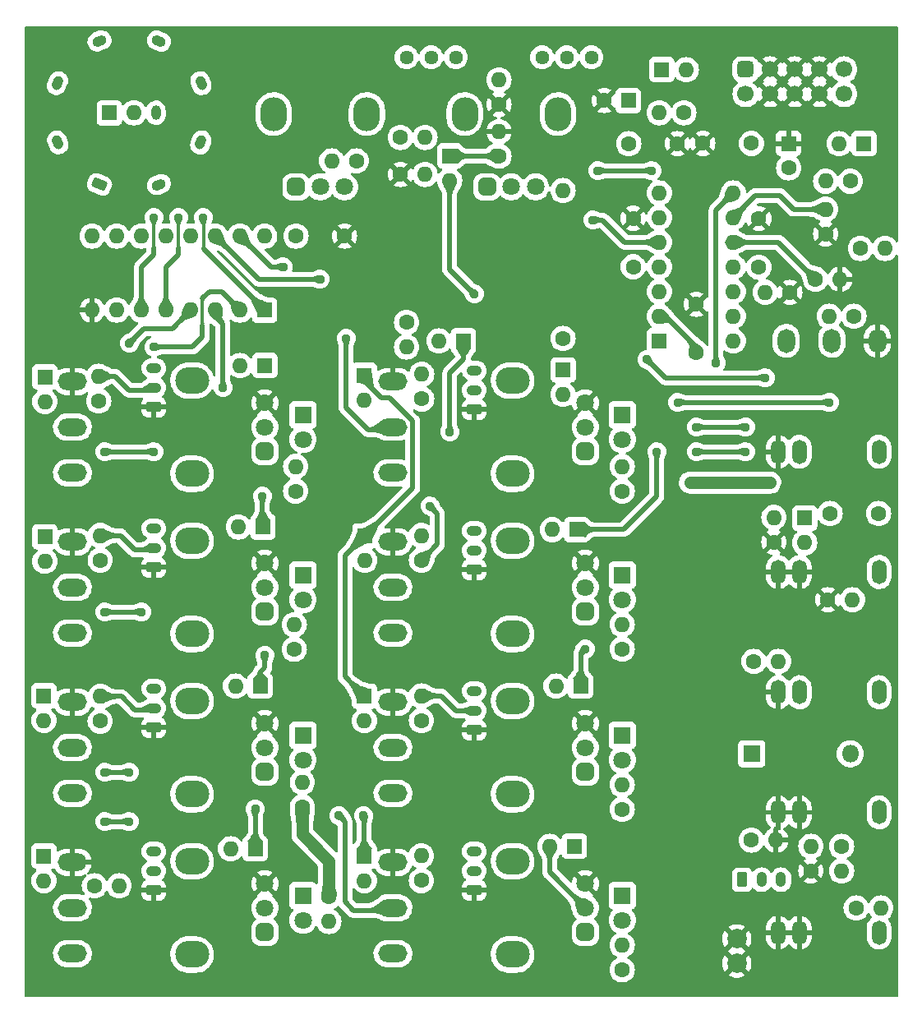
<source format=gbr>
G04 #@! TF.GenerationSoftware,KiCad,Pcbnew,7.0.10*
G04 #@! TF.CreationDate,2024-08-03T17:22:43+10:00*
G04 #@! TF.ProjectId,MK_Seq take 2,4d4b5f53-6571-4207-9461-6b6520322e6b,rev?*
G04 #@! TF.SameCoordinates,Original*
G04 #@! TF.FileFunction,Copper,L2,Bot*
G04 #@! TF.FilePolarity,Positive*
%FSLAX46Y46*%
G04 Gerber Fmt 4.6, Leading zero omitted, Abs format (unit mm)*
G04 Created by KiCad (PCBNEW 7.0.10) date 2024-08-03 17:22:43*
%MOMM*%
%LPD*%
G01*
G04 APERTURE LIST*
G04 Aperture macros list*
%AMRoundRect*
0 Rectangle with rounded corners*
0 $1 Rounding radius*
0 $2 $3 $4 $5 $6 $7 $8 $9 X,Y pos of 4 corners*
0 Add a 4 corners polygon primitive as box body*
4,1,4,$2,$3,$4,$5,$6,$7,$8,$9,$2,$3,0*
0 Add four circle primitives for the rounded corners*
1,1,$1+$1,$2,$3*
1,1,$1+$1,$4,$5*
1,1,$1+$1,$6,$7*
1,1,$1+$1,$8,$9*
0 Add four rect primitives between the rounded corners*
20,1,$1+$1,$2,$3,$4,$5,0*
20,1,$1+$1,$4,$5,$6,$7,0*
20,1,$1+$1,$6,$7,$8,$9,0*
20,1,$1+$1,$8,$9,$2,$3,0*%
%AMHorizOval*
0 Thick line with rounded ends*
0 $1 width*
0 $2 $3 position (X,Y) of the first rounded end (center of the circle)*
0 $4 $5 position (X,Y) of the second rounded end (center of the circle)*
0 Add line between two ends*
20,1,$1,$2,$3,$4,$5,0*
0 Add two circle primitives to create the rounded ends*
1,1,$1,$2,$3*
1,1,$1,$4,$5*%
G04 Aperture macros list end*
G04 #@! TA.AperFunction,ComponentPad*
%ADD10O,3.000000X1.800000*%
G04 #@! TD*
G04 #@! TA.AperFunction,ComponentPad*
%ADD11O,2.750000X3.500000*%
G04 #@! TD*
G04 #@! TA.AperFunction,ComponentPad*
%ADD12RoundRect,0.450000X0.450000X0.450000X-0.450000X0.450000X-0.450000X-0.450000X0.450000X-0.450000X0*%
G04 #@! TD*
G04 #@! TA.AperFunction,ComponentPad*
%ADD13C,1.800000*%
G04 #@! TD*
G04 #@! TA.AperFunction,ComponentPad*
%ADD14O,3.500000X2.750000*%
G04 #@! TD*
G04 #@! TA.AperFunction,ComponentPad*
%ADD15RoundRect,0.450000X-0.450000X0.450000X-0.450000X-0.450000X0.450000X-0.450000X0.450000X0.450000X0*%
G04 #@! TD*
G04 #@! TA.AperFunction,ComponentPad*
%ADD16C,1.600000*%
G04 #@! TD*
G04 #@! TA.AperFunction,ComponentPad*
%ADD17R,1.600000X1.600000*%
G04 #@! TD*
G04 #@! TA.AperFunction,ComponentPad*
%ADD18O,1.600000X1.600000*%
G04 #@! TD*
G04 #@! TA.AperFunction,ComponentPad*
%ADD19R,1.800000X1.800000*%
G04 #@! TD*
G04 #@! TA.AperFunction,ComponentPad*
%ADD20O,1.800000X2.500000*%
G04 #@! TD*
G04 #@! TA.AperFunction,ComponentPad*
%ADD21O,1.500000X2.500000*%
G04 #@! TD*
G04 #@! TA.AperFunction,ComponentPad*
%ADD22RoundRect,0.250000X0.366269X-0.422312X0.557611X0.039628X-0.366269X0.422312X-0.557611X-0.039628X0*%
G04 #@! TD*
G04 #@! TA.AperFunction,ComponentPad*
%ADD23HorizOval,1.000000X-0.095671X0.230970X0.095671X-0.230970X0*%
G04 #@! TD*
G04 #@! TA.AperFunction,ComponentPad*
%ADD24HorizOval,1.000000X0.095671X0.230970X-0.095671X-0.230970X0*%
G04 #@! TD*
G04 #@! TA.AperFunction,ComponentPad*
%ADD25HorizOval,1.000000X0.230970X0.095671X-0.230970X-0.095671X0*%
G04 #@! TD*
G04 #@! TA.AperFunction,ComponentPad*
%ADD26HorizOval,1.000000X-0.230970X0.095671X0.230970X-0.095671X0*%
G04 #@! TD*
G04 #@! TA.AperFunction,ComponentPad*
%ADD27HorizOval,1.000000X-0.095671X-0.230970X0.095671X0.230970X0*%
G04 #@! TD*
G04 #@! TA.AperFunction,ComponentPad*
%ADD28HorizOval,1.000000X-0.230970X-0.095671X0.230970X0.095671X0*%
G04 #@! TD*
G04 #@! TA.AperFunction,ComponentPad*
%ADD29O,1.000000X1.500000*%
G04 #@! TD*
G04 #@! TA.AperFunction,ComponentPad*
%ADD30C,2.000000*%
G04 #@! TD*
G04 #@! TA.AperFunction,ComponentPad*
%ADD31RoundRect,0.150000X0.600000X-0.400000X0.600000X0.400000X-0.600000X0.400000X-0.600000X-0.400000X0*%
G04 #@! TD*
G04 #@! TA.AperFunction,ComponentPad*
%ADD32O,1.540000X1.100000*%
G04 #@! TD*
G04 #@! TA.AperFunction,ComponentPad*
%ADD33C,1.440000*%
G04 #@! TD*
G04 #@! TA.AperFunction,ComponentPad*
%ADD34RoundRect,0.150000X-0.400000X-0.600000X0.400000X-0.600000X0.400000X0.600000X-0.400000X0.600000X0*%
G04 #@! TD*
G04 #@! TA.AperFunction,ComponentPad*
%ADD35O,1.100000X1.540000*%
G04 #@! TD*
G04 #@! TA.AperFunction,ComponentPad*
%ADD36O,1.800000X1.800000*%
G04 #@! TD*
G04 #@! TA.AperFunction,ComponentPad*
%ADD37RoundRect,0.425000X0.425000X-0.425000X0.425000X0.425000X-0.425000X0.425000X-0.425000X-0.425000X0*%
G04 #@! TD*
G04 #@! TA.AperFunction,ComponentPad*
%ADD38C,1.700000*%
G04 #@! TD*
G04 #@! TA.AperFunction,ViaPad*
%ADD39C,1.050000*%
G04 #@! TD*
G04 #@! TA.AperFunction,ViaPad*
%ADD40C,0.950000*%
G04 #@! TD*
G04 #@! TA.AperFunction,Conductor*
%ADD41C,0.508000*%
G04 #@! TD*
G04 #@! TA.AperFunction,Conductor*
%ADD42C,0.304800*%
G04 #@! TD*
G04 #@! TA.AperFunction,Conductor*
%ADD43C,1.270000*%
G04 #@! TD*
G04 APERTURE END LIST*
D10*
X57647609Y-115201275D03*
X57648334Y-110490000D03*
X57648394Y-105788334D03*
X57647609Y-82181275D03*
X57648334Y-77470000D03*
X57648394Y-72768334D03*
X24627609Y-115201275D03*
X24628334Y-110490000D03*
X24628394Y-105788334D03*
X57647609Y-65671275D03*
X57648334Y-60960000D03*
X57648394Y-56258334D03*
X24627609Y-98691275D03*
X24628334Y-93980000D03*
X24628394Y-89278334D03*
X24627609Y-65671275D03*
X24628334Y-60960000D03*
X24628394Y-56258334D03*
X24627609Y-82181275D03*
X24628334Y-77470000D03*
X24628394Y-72768334D03*
X57647609Y-98691275D03*
X57648334Y-93980000D03*
X57648394Y-89278334D03*
D11*
X45365000Y-28707500D03*
X54965000Y-28707500D03*
D12*
X47665000Y-36207500D03*
D13*
X50165000Y-36207500D03*
X52665000Y-36207500D03*
D14*
X36962500Y-65760000D03*
X36962500Y-56160000D03*
D15*
X44462500Y-63460000D03*
D13*
X44462500Y-60960000D03*
X44462500Y-58460000D03*
D14*
X69982500Y-82270000D03*
X69982500Y-72670000D03*
D15*
X77482500Y-79970000D03*
D13*
X77482500Y-77470000D03*
X77482500Y-74970000D03*
D14*
X36962500Y-98780000D03*
X36962500Y-89180000D03*
D15*
X44462500Y-96480000D03*
D13*
X44462500Y-93980000D03*
X44462500Y-91480000D03*
D14*
X69982500Y-115290000D03*
X69982500Y-105690000D03*
D15*
X77482500Y-112990000D03*
D13*
X77482500Y-110490000D03*
X77482500Y-107990000D03*
D14*
X36962500Y-115290000D03*
X36962500Y-105690000D03*
D15*
X44462500Y-112990000D03*
D13*
X44462500Y-110490000D03*
X44462500Y-107990000D03*
D14*
X69982500Y-98780000D03*
X69982500Y-89180000D03*
D15*
X77482500Y-96480000D03*
D13*
X77482500Y-93980000D03*
X77482500Y-91480000D03*
D11*
X65050000Y-28707500D03*
X74650000Y-28707500D03*
D12*
X67350000Y-36207500D03*
D13*
X69850000Y-36207500D03*
X72350000Y-36207500D03*
D14*
X36962500Y-82270000D03*
X36962500Y-72670000D03*
D15*
X44462500Y-79970000D03*
D13*
X44462500Y-77470000D03*
X44462500Y-74970000D03*
D14*
X69982500Y-65760000D03*
X69982500Y-56160000D03*
D15*
X77482500Y-63460000D03*
D13*
X77482500Y-60960000D03*
X77482500Y-58460000D03*
D16*
X88900000Y-48300000D03*
X88900000Y-53300000D03*
X94580628Y-31729054D03*
X89580628Y-31729054D03*
D17*
X98425000Y-31750000D03*
D16*
X98425000Y-34250000D03*
X86955000Y-31750000D03*
X81955000Y-31750000D03*
D17*
X85344000Y-24130000D03*
D18*
X87884000Y-24130000D03*
D19*
X81280000Y-92705000D03*
D13*
X81280000Y-95245000D03*
D19*
X81280000Y-76195000D03*
D13*
X81280000Y-78735000D03*
D19*
X81280000Y-109215000D03*
D13*
X81280000Y-111755000D03*
D16*
X102235000Y-41050000D03*
D18*
X102235000Y-38510000D03*
D20*
X107570000Y-52070000D03*
X102870000Y-52070000D03*
X98170000Y-52070000D03*
D16*
X105820000Y-42545000D03*
D18*
X108360000Y-42545000D03*
D16*
X101190000Y-45720000D03*
D18*
X103730000Y-45720000D03*
D21*
X97340000Y-113030000D03*
X99540000Y-113030000D03*
X107740000Y-113030000D03*
D16*
X104775000Y-35620000D03*
D18*
X102235000Y-35620000D03*
D22*
X27415857Y-35956707D03*
D23*
X23103953Y-31623520D03*
D24*
X23105544Y-25516624D03*
D25*
X27419240Y-21184483D03*
D26*
X33542801Y-21184338D03*
D23*
X37869460Y-25516938D03*
D27*
X37864640Y-31636947D03*
D28*
X33538310Y-35967950D03*
D29*
X33230000Y-28566605D03*
D19*
X48392500Y-59685000D03*
D13*
X48392500Y-62225000D03*
D19*
X48392500Y-109215000D03*
D13*
X48392500Y-111755000D03*
D19*
X48392500Y-76195000D03*
D13*
X48392500Y-78735000D03*
D17*
X106172000Y-31750000D03*
D18*
X103632000Y-31750000D03*
D16*
X87630000Y-28575000D03*
D18*
X85090000Y-28575000D03*
D19*
X48392500Y-92705000D03*
D13*
X48392500Y-95245000D03*
D30*
X93090000Y-116205000D03*
X93090000Y-113665000D03*
D19*
X81280000Y-59685000D03*
D13*
X81280000Y-62225000D03*
D21*
X97340000Y-88265000D03*
X99540000Y-88265000D03*
X107740000Y-88265000D03*
X97340000Y-63500000D03*
X99540000Y-63500000D03*
X107740000Y-63500000D03*
X97340000Y-75882500D03*
X99540000Y-75882500D03*
X107740000Y-75882500D03*
D17*
X81915000Y-27305000D03*
D16*
X79415000Y-27305000D03*
D21*
X97340000Y-100647500D03*
X99540000Y-100647500D03*
X107740000Y-100647500D03*
D16*
X48323328Y-100082892D03*
D18*
X48323328Y-97542892D03*
D16*
X105156000Y-49530000D03*
D18*
X102616000Y-49530000D03*
D31*
X33020000Y-58895583D03*
D32*
X33020000Y-56895225D03*
X33020000Y-54895225D03*
D33*
X64135000Y-22860000D03*
X61595000Y-22860000D03*
X59055000Y-22860000D03*
D34*
X93629642Y-107586480D03*
D35*
X95630000Y-107586480D03*
X97630000Y-107586480D03*
D31*
X66040000Y-75659583D03*
D32*
X66040000Y-73659225D03*
X66040000Y-71659225D03*
D16*
X81280000Y-83820000D03*
D18*
X81280000Y-81280000D03*
D17*
X21792598Y-72238074D03*
D18*
X21792598Y-74778074D03*
D16*
X98552000Y-47071613D03*
D18*
X96012000Y-47071613D03*
D17*
X43468144Y-104395877D03*
D18*
X40928144Y-104395877D03*
D17*
X75184000Y-55047539D03*
D18*
X75184000Y-57587539D03*
D16*
X81280000Y-100330000D03*
D18*
X81280000Y-97790000D03*
D16*
X100710000Y-106680000D03*
D18*
X100710000Y-104140000D03*
D17*
X44271780Y-71241941D03*
D18*
X41731780Y-71241941D03*
D16*
X60586657Y-74668408D03*
D18*
X60586657Y-72128408D03*
D17*
X54710357Y-105145489D03*
D18*
X54710357Y-107685489D03*
D17*
X21691299Y-105146453D03*
D18*
X21691299Y-107686453D03*
D16*
X68580000Y-33049000D03*
D18*
X68580000Y-30509000D03*
D17*
X76355686Y-104140000D03*
D18*
X73815686Y-104140000D03*
D33*
X78105000Y-22860000D03*
X75565000Y-22860000D03*
X73025000Y-22860000D03*
D17*
X54706649Y-55613605D03*
D18*
X54706649Y-58153605D03*
D17*
X54711299Y-88659898D03*
D18*
X54711299Y-91199898D03*
D16*
X47665000Y-41275000D03*
X52665000Y-41275000D03*
D31*
X66040000Y-92170358D03*
D32*
X66040000Y-90170000D03*
X66040000Y-88170000D03*
D31*
X66040000Y-108679583D03*
D32*
X66040000Y-106679225D03*
X66040000Y-104679225D03*
D16*
X81280000Y-116865000D03*
D18*
X81280000Y-114325000D03*
D17*
X43970686Y-87630000D03*
D18*
X41430686Y-87630000D03*
D16*
X27492562Y-74660905D03*
D18*
X27492562Y-72120905D03*
D19*
X94610000Y-94615000D03*
D36*
X104770000Y-94615000D03*
D17*
X54756321Y-72160197D03*
D18*
X54756321Y-74700197D03*
D31*
X33020000Y-108679583D03*
D32*
X33020000Y-106679225D03*
X33020000Y-104679225D03*
D16*
X94585000Y-103505000D03*
D18*
X97125000Y-103505000D03*
D16*
X53877000Y-33528000D03*
D18*
X51337000Y-33528000D03*
D16*
X81280000Y-67560000D03*
D18*
X81280000Y-65020000D03*
D16*
X103885000Y-104140000D03*
D18*
X103885000Y-106680000D03*
D16*
X68580000Y-27715000D03*
D18*
X68580000Y-25175000D03*
D16*
X60578212Y-107668708D03*
D18*
X60578212Y-105128708D03*
D16*
X75184000Y-51816000D03*
D18*
X75184000Y-36576000D03*
D16*
X94840000Y-85090000D03*
D18*
X97380000Y-85090000D03*
D16*
X58420000Y-34925000D03*
D18*
X60960000Y-34925000D03*
D16*
X27340613Y-58258806D03*
D18*
X27340613Y-55718806D03*
D17*
X63500000Y-33020000D03*
D18*
X63500000Y-35560000D03*
D31*
X33020000Y-75406358D03*
D32*
X33020000Y-73406000D03*
X33020000Y-71406000D03*
D16*
X102460000Y-78740000D03*
D18*
X105000000Y-78740000D03*
D16*
X58420000Y-31115000D03*
D18*
X60960000Y-31115000D03*
D17*
X21695992Y-88635517D03*
D18*
X21695992Y-91175517D03*
D17*
X85100000Y-52075000D03*
D18*
X85100000Y-49535000D03*
X85100000Y-46995000D03*
X85100000Y-44455000D03*
X85100000Y-41915000D03*
X85100000Y-39375000D03*
X85100000Y-36835000D03*
X92720000Y-36835000D03*
X92720000Y-39375000D03*
X92720000Y-41915000D03*
X92720000Y-44455000D03*
X92720000Y-46995000D03*
X92720000Y-49535000D03*
X92720000Y-52075000D03*
D17*
X64925686Y-52070000D03*
D18*
X62385686Y-52070000D03*
D17*
X44450000Y-54610000D03*
D18*
X41910000Y-54610000D03*
D16*
X47488334Y-83845000D03*
D18*
X47488334Y-81305000D03*
D16*
X105380000Y-110490000D03*
D18*
X107920000Y-110490000D03*
D16*
X60624204Y-58051503D03*
D18*
X60624204Y-55511503D03*
D16*
X95353553Y-44478006D03*
X95353553Y-39478006D03*
D17*
X100075000Y-70329314D03*
D18*
X100075000Y-72869314D03*
D16*
X47625000Y-67560000D03*
D18*
X47625000Y-65020000D03*
D17*
X76990686Y-87630000D03*
D18*
X74450686Y-87630000D03*
D17*
X76618321Y-71518635D03*
D18*
X74078321Y-71518635D03*
D16*
X82407680Y-44436832D03*
X82407680Y-39436832D03*
X107695000Y-69850000D03*
X102695000Y-69850000D03*
D31*
X66040000Y-59150358D03*
D32*
X66040000Y-57150000D03*
X66040000Y-55150000D03*
D17*
X44435000Y-48897500D03*
D18*
X41895000Y-48897500D03*
X39355000Y-48897500D03*
X36815000Y-48897500D03*
X34275000Y-48897500D03*
X31735000Y-48897500D03*
X29195000Y-48897500D03*
X26655000Y-48897500D03*
X26655000Y-41277500D03*
X29195000Y-41277500D03*
X31735000Y-41277500D03*
X34275000Y-41277500D03*
X36815000Y-41277500D03*
X39355000Y-41277500D03*
X41895000Y-41277500D03*
X44435000Y-41277500D03*
D31*
X33020000Y-91915583D03*
D32*
X33020000Y-89915225D03*
X33020000Y-87915225D03*
D16*
X27487912Y-91251569D03*
D18*
X27487912Y-88711569D03*
D37*
X93985628Y-24109054D03*
D38*
X93985628Y-26649054D03*
X96525628Y-24109054D03*
X96525628Y-26649054D03*
X99065628Y-24109054D03*
X99065628Y-26649054D03*
X101605628Y-24109054D03*
X101605628Y-26649054D03*
X104145628Y-24109054D03*
X104145628Y-26649054D03*
D17*
X21794478Y-55788121D03*
D18*
X21794478Y-58328121D03*
D17*
X28419314Y-28575000D03*
D18*
X30959314Y-28575000D03*
D16*
X51058886Y-109346624D03*
D18*
X51058886Y-111886624D03*
D16*
X96900000Y-72800000D03*
D18*
X96900000Y-70260000D03*
D16*
X60588569Y-91185926D03*
D18*
X60588569Y-88645926D03*
D16*
X59055000Y-50165000D03*
D18*
X59055000Y-52705000D03*
D16*
X26895000Y-108204000D03*
D18*
X29435000Y-108204000D03*
D39*
X21590000Y-20320000D03*
X20320000Y-21590000D03*
D40*
X78232000Y-39624000D03*
X63500000Y-61468000D03*
X50165000Y-45720000D03*
X102616000Y-58420000D03*
X66040000Y-47244000D03*
X86995000Y-58420000D03*
X88900000Y-60960000D03*
X93980000Y-60960000D03*
X38100000Y-39370000D03*
X61468000Y-69088000D03*
X31750000Y-80010000D03*
X33020000Y-52705000D03*
X27940000Y-80010000D03*
X40132000Y-56896000D03*
X27940000Y-63500000D03*
X33020000Y-63500000D03*
X30480000Y-52324000D03*
X30480000Y-96520000D03*
X27940000Y-96520000D03*
X35560000Y-39370000D03*
X52070000Y-100965000D03*
X33020000Y-39370000D03*
X52832000Y-51816000D03*
X93980000Y-63500000D03*
X88900000Y-63500000D03*
X46355000Y-44450000D03*
X90932000Y-54356000D03*
X43468144Y-100295856D03*
X44450000Y-84455000D03*
X77470000Y-83820000D03*
X44196000Y-68072000D03*
X84836000Y-63500000D03*
X30480000Y-101600000D03*
X27940000Y-101600000D03*
X54610000Y-100965000D03*
X96012000Y-55880000D03*
X83820000Y-53975000D03*
D39*
X96520000Y-66675000D03*
X88265000Y-66675000D03*
D40*
X78740000Y-34544000D03*
X84328000Y-34544000D03*
D41*
X57277334Y-57912334D02*
X59690000Y-60325000D01*
X56466838Y-57912334D02*
X57277334Y-57912334D01*
X54706649Y-55613605D02*
X54706649Y-56152145D01*
X54706649Y-56152145D02*
X56466838Y-57912334D01*
X59690000Y-60325000D02*
X59690000Y-67226518D01*
X59690000Y-67226518D02*
X54756321Y-72160197D01*
X52705000Y-86653599D02*
X54711299Y-88659898D01*
X52705000Y-74211518D02*
X52705000Y-86653599D01*
X54756321Y-72160197D02*
X52705000Y-74211518D01*
X62610926Y-88645926D02*
X64135000Y-90170000D01*
X64135000Y-90170000D02*
X66040000Y-90170000D01*
X60588569Y-88645926D02*
X62610926Y-88645926D01*
X27340613Y-55718806D02*
X29048806Y-55718806D01*
X30480775Y-57150775D02*
X33020000Y-57150775D01*
X29048806Y-55718806D02*
X30480775Y-57150775D01*
X33020000Y-73615000D02*
X31070000Y-73615000D01*
X29575905Y-72120905D02*
X27492562Y-72120905D01*
X31070000Y-73615000D02*
X29575905Y-72120905D01*
X31025000Y-90080000D02*
X29656569Y-88711569D01*
X33020000Y-90080000D02*
X31025000Y-90080000D01*
X29656569Y-88711569D02*
X27487912Y-88711569D01*
X68580000Y-33049000D02*
X63529000Y-33049000D01*
X63529000Y-33049000D02*
X63500000Y-33020000D01*
X68072000Y-33049000D02*
X68043000Y-33020000D01*
X78232000Y-39624000D02*
X79248000Y-39624000D01*
X81539000Y-41915000D02*
X85100000Y-41915000D01*
X67593000Y-33020000D02*
X68072000Y-32541000D01*
X79248000Y-39624000D02*
X81539000Y-41915000D01*
X73815686Y-106823186D02*
X73815686Y-104140000D01*
X77482500Y-110490000D02*
X73815686Y-106823186D01*
X97385000Y-41915000D02*
X92085000Y-41915000D01*
X39355000Y-41277500D02*
X43797500Y-45720000D01*
X64925686Y-53946314D02*
X64925686Y-52070000D01*
X101190000Y-45720000D02*
X97385000Y-41915000D01*
X43797500Y-45720000D02*
X50165000Y-45720000D01*
X63500000Y-55372000D02*
X64925686Y-53946314D01*
X63500000Y-61468000D02*
X63500000Y-55372000D01*
X102616000Y-58420000D02*
X86995000Y-58420000D01*
X63500000Y-44704000D02*
X63500000Y-35560000D01*
X66040000Y-47244000D02*
X63500000Y-44704000D01*
X93980000Y-60960000D02*
X88900000Y-60960000D01*
X61468000Y-69088000D02*
X62230000Y-69850000D01*
X38148600Y-39418600D02*
X38100000Y-39370000D01*
X44435000Y-48897500D02*
X38148600Y-42611100D01*
X62230000Y-69850000D02*
X62230000Y-73025065D01*
D42*
X38148600Y-42611100D02*
X38148600Y-39418600D01*
D41*
X62230000Y-73025065D02*
X60586657Y-74668408D01*
X38100000Y-47637500D02*
X38021400Y-47716100D01*
X37022334Y-52705000D02*
X33020000Y-52705000D01*
X40000000Y-47002500D02*
X41895000Y-48897500D01*
X38100000Y-47637500D02*
X38735000Y-47002500D01*
X38021400Y-51705934D02*
X37022334Y-52705000D01*
X38021400Y-51705934D02*
X38021400Y-50448434D01*
D42*
X38021400Y-47716100D02*
X38021400Y-50448434D01*
D41*
X38735000Y-47002500D02*
X40000000Y-47002500D01*
X27940000Y-80010000D02*
X31750000Y-80010000D01*
X40132000Y-56896000D02*
X40132000Y-50292000D01*
X39355000Y-49515000D02*
X39355000Y-48897500D01*
X40132000Y-50292000D02*
X39355000Y-49515000D01*
X27940000Y-63500000D02*
X33020000Y-63500000D01*
X30480000Y-52324000D02*
X32004000Y-50800000D01*
X30480000Y-96520000D02*
X27940000Y-96520000D01*
X34912500Y-50800000D02*
X36815000Y-48897500D01*
X32004000Y-50800000D02*
X34912500Y-50800000D01*
X35560000Y-43180000D02*
X35560000Y-42557500D01*
X34275000Y-44465000D02*
X35560000Y-43180000D01*
X34275000Y-48897500D02*
X34275000Y-44465000D01*
D42*
X35560000Y-42557500D02*
X35560000Y-39370000D01*
D41*
X33020000Y-42557500D02*
X33020000Y-43180000D01*
X52070000Y-100965000D02*
X52705000Y-101600000D01*
D42*
X33020000Y-42557500D02*
X33020000Y-39370000D01*
D41*
X31735000Y-44465000D02*
X31735000Y-48897500D01*
X53590000Y-110740000D02*
X57648334Y-110740000D01*
X33020000Y-43180000D02*
X31735000Y-44465000D01*
X52705000Y-101600000D02*
X52705000Y-109855000D01*
X52705000Y-109855000D02*
X53590000Y-110740000D01*
X52832000Y-58928000D02*
X55114000Y-61210000D01*
X52832000Y-51816000D02*
X52832000Y-58928000D01*
X55114000Y-61210000D02*
X57648334Y-61210000D01*
X93980000Y-63500000D02*
X88900000Y-63500000D01*
X46355000Y-44450000D02*
X45067500Y-44450000D01*
X45067500Y-44450000D02*
X41895000Y-41277500D01*
X88900000Y-53300000D02*
X88900000Y-52705000D01*
X85730000Y-49535000D02*
X85100000Y-49535000D01*
X88900000Y-52705000D02*
X85730000Y-49535000D01*
X90932000Y-38623000D02*
X92720000Y-36835000D01*
X90932000Y-54356000D02*
X90932000Y-38623000D01*
X92720000Y-39375000D02*
X95011000Y-37084000D01*
X97536000Y-37084000D02*
X98962000Y-38510000D01*
X95011000Y-37084000D02*
X97536000Y-37084000D01*
X98962000Y-38510000D02*
X102235000Y-38510000D01*
X84836000Y-63500000D02*
X84836000Y-68072000D01*
X77470000Y-83820000D02*
X76997270Y-84292730D01*
X76997270Y-84292730D02*
X76997270Y-87623416D01*
X44196000Y-68072000D02*
X44196000Y-71166161D01*
X43468144Y-100295856D02*
X43468144Y-104395877D01*
X44450000Y-85725000D02*
X43970686Y-86204314D01*
X84836000Y-68072000D02*
X81389365Y-71518635D01*
X81389365Y-71518635D02*
X76618321Y-71518635D01*
X43970686Y-86204314D02*
X43970686Y-87630000D01*
X44450000Y-84455000D02*
X44450000Y-85725000D01*
X27940000Y-101600000D02*
X30480000Y-101600000D01*
X54610000Y-100965000D02*
X54710357Y-101065357D01*
X54710357Y-101065357D02*
X54710357Y-105145489D01*
X96012000Y-55880000D02*
X85725000Y-55880000D01*
X85725000Y-55880000D02*
X83820000Y-53975000D01*
D43*
X96520000Y-66675000D02*
X88265000Y-66675000D01*
X51058886Y-105668886D02*
X51058886Y-109346624D01*
X48323328Y-102933328D02*
X51058886Y-105668886D01*
X48323328Y-100082892D02*
X48323328Y-102933328D01*
D41*
X78740000Y-34544000D02*
X84328000Y-34544000D01*
G04 #@! TA.AperFunction,Conductor*
G36*
X99090000Y-113280000D02*
G01*
X97790000Y-113280000D01*
X97790000Y-112780000D01*
X99090000Y-112780000D01*
X99090000Y-113280000D01*
G37*
G04 #@! TD.AperFunction*
G04 #@! TA.AperFunction,Conductor*
G36*
X97173740Y-101421125D02*
G01*
X97305992Y-101451310D01*
X97441265Y-101441173D01*
X97567541Y-101391613D01*
X97590000Y-101373702D01*
X97590000Y-102316500D01*
X97570315Y-102383539D01*
X97517511Y-102429294D01*
X97466000Y-102440500D01*
X97375000Y-102440500D01*
X97375000Y-103189314D01*
X97363045Y-103177359D01*
X97250148Y-103119835D01*
X97156481Y-103105000D01*
X97093519Y-103105000D01*
X96999852Y-103119835D01*
X96886955Y-103177359D01*
X96875000Y-103189314D01*
X96875000Y-102286000D01*
X96894685Y-102218961D01*
X96947489Y-102173206D01*
X96999000Y-102162000D01*
X97090000Y-102162000D01*
X97090000Y-101372777D01*
X97173740Y-101421125D01*
G37*
G04 #@! TD.AperFunction*
G04 #@! TA.AperFunction,Conductor*
G36*
X99090000Y-100897500D02*
G01*
X97790000Y-100897500D01*
X97790000Y-100397500D01*
X99090000Y-100397500D01*
X99090000Y-100897500D01*
G37*
G04 #@! TD.AperFunction*
G04 #@! TA.AperFunction,Conductor*
G36*
X99090000Y-76132500D02*
G01*
X97790000Y-76132500D01*
X97790000Y-75632500D01*
X99090000Y-75632500D01*
X99090000Y-76132500D01*
G37*
G04 #@! TD.AperFunction*
G04 #@! TA.AperFunction,Conductor*
G36*
X96066135Y-24318898D02*
G01*
X96143867Y-24439852D01*
X96252528Y-24534006D01*
X96383313Y-24593734D01*
X96393094Y-24595140D01*
X95764253Y-25223979D01*
X95840659Y-25277479D01*
X95884283Y-25332056D01*
X95891476Y-25401555D01*
X95859954Y-25463909D01*
X95840657Y-25480630D01*
X95764253Y-25534126D01*
X96393094Y-26162967D01*
X96383313Y-26164374D01*
X96252528Y-26224102D01*
X96143867Y-26318256D01*
X96066135Y-26439210D01*
X96042551Y-26519530D01*
X95410701Y-25887680D01*
X95357509Y-25963648D01*
X95302932Y-26007273D01*
X95233434Y-26014467D01*
X95171079Y-25982945D01*
X95154358Y-25963648D01*
X95024122Y-25777651D01*
X94857030Y-25610560D01*
X94857029Y-25610559D01*
X94806817Y-25575400D01*
X94763194Y-25520824D01*
X94756001Y-25451325D01*
X94787523Y-25388971D01*
X94821645Y-25363342D01*
X94917468Y-25314519D01*
X95068660Y-25192086D01*
X95191093Y-25040894D01*
X95245644Y-24933830D01*
X95293616Y-24883036D01*
X95361437Y-24866240D01*
X95366936Y-24866598D01*
X95410701Y-24870427D01*
X96042551Y-24238577D01*
X96066135Y-24318898D01*
G37*
G04 #@! TD.AperFunction*
G04 #@! TA.AperFunction,Conductor*
G36*
X98606135Y-24318898D02*
G01*
X98683867Y-24439852D01*
X98792528Y-24534006D01*
X98923313Y-24593734D01*
X98933094Y-24595140D01*
X98304253Y-25223979D01*
X98380659Y-25277479D01*
X98424283Y-25332056D01*
X98431476Y-25401555D01*
X98399954Y-25463909D01*
X98380657Y-25480630D01*
X98304253Y-25534126D01*
X98933094Y-26162967D01*
X98923313Y-26164374D01*
X98792528Y-26224102D01*
X98683867Y-26318256D01*
X98606135Y-26439210D01*
X98582551Y-26519530D01*
X97950700Y-25887679D01*
X97950700Y-25887680D01*
X97897202Y-25964084D01*
X97842626Y-26007709D01*
X97773127Y-26014903D01*
X97710772Y-25983380D01*
X97694052Y-25964084D01*
X97640553Y-25887680D01*
X97640553Y-25887679D01*
X97008704Y-26519529D01*
X96985121Y-26439210D01*
X96907389Y-26318256D01*
X96798728Y-26224102D01*
X96667943Y-26164374D01*
X96658161Y-26162967D01*
X97287001Y-25534127D01*
X97210597Y-25480630D01*
X97166972Y-25426053D01*
X97159778Y-25356555D01*
X97191300Y-25294200D01*
X97210596Y-25277479D01*
X97287001Y-25223979D01*
X96658161Y-24595140D01*
X96667943Y-24593734D01*
X96798728Y-24534006D01*
X96907389Y-24439852D01*
X96985121Y-24318898D01*
X97008704Y-24238578D01*
X97640553Y-24870427D01*
X97694053Y-24794022D01*
X97748630Y-24750398D01*
X97818129Y-24743205D01*
X97880483Y-24774727D01*
X97897204Y-24794023D01*
X97950701Y-24870426D01*
X98582550Y-24238577D01*
X98606135Y-24318898D01*
G37*
G04 #@! TD.AperFunction*
G04 #@! TA.AperFunction,Conductor*
G36*
X101146135Y-24318898D02*
G01*
X101223867Y-24439852D01*
X101332528Y-24534006D01*
X101463313Y-24593734D01*
X101473094Y-24595140D01*
X100844253Y-25223979D01*
X100920659Y-25277479D01*
X100964283Y-25332056D01*
X100971476Y-25401555D01*
X100939954Y-25463909D01*
X100920657Y-25480630D01*
X100844253Y-25534126D01*
X101473094Y-26162967D01*
X101463313Y-26164374D01*
X101332528Y-26224102D01*
X101223867Y-26318256D01*
X101146135Y-26439210D01*
X101122551Y-26519530D01*
X100490700Y-25887679D01*
X100490700Y-25887680D01*
X100437202Y-25964084D01*
X100382626Y-26007709D01*
X100313127Y-26014903D01*
X100250772Y-25983380D01*
X100234052Y-25964084D01*
X100180553Y-25887680D01*
X100180553Y-25887679D01*
X99548704Y-26519529D01*
X99525121Y-26439210D01*
X99447389Y-26318256D01*
X99338728Y-26224102D01*
X99207943Y-26164374D01*
X99198161Y-26162967D01*
X99827001Y-25534127D01*
X99750597Y-25480630D01*
X99706972Y-25426053D01*
X99699778Y-25356555D01*
X99731300Y-25294200D01*
X99750596Y-25277479D01*
X99827001Y-25223979D01*
X99198161Y-24595140D01*
X99207943Y-24593734D01*
X99338728Y-24534006D01*
X99447389Y-24439852D01*
X99525121Y-24318898D01*
X99548704Y-24238578D01*
X100180553Y-24870427D01*
X100234053Y-24794022D01*
X100288630Y-24750398D01*
X100358129Y-24743205D01*
X100420483Y-24774727D01*
X100437204Y-24794023D01*
X100490701Y-24870426D01*
X101122550Y-24238577D01*
X101146135Y-24318898D01*
G37*
G04 #@! TD.AperFunction*
G04 #@! TA.AperFunction,Conductor*
G36*
X102720553Y-24870427D02*
G01*
X102773747Y-24794459D01*
X102828324Y-24750835D01*
X102897823Y-24743642D01*
X102960177Y-24775164D01*
X102976897Y-24794459D01*
X103107133Y-24980455D01*
X103107134Y-24980456D01*
X103274225Y-25147547D01*
X103274231Y-25147552D01*
X103459786Y-25277479D01*
X103503411Y-25332056D01*
X103510605Y-25401554D01*
X103479082Y-25463909D01*
X103459786Y-25480629D01*
X103274225Y-25610559D01*
X103107133Y-25777651D01*
X102976897Y-25963649D01*
X102922320Y-26007274D01*
X102852822Y-26014468D01*
X102790467Y-25982945D01*
X102773747Y-25963649D01*
X102720553Y-25887680D01*
X102720553Y-25887679D01*
X102088704Y-26519529D01*
X102065121Y-26439210D01*
X101987389Y-26318256D01*
X101878728Y-26224102D01*
X101747943Y-26164374D01*
X101738161Y-26162967D01*
X102367001Y-25534127D01*
X102290597Y-25480630D01*
X102246972Y-25426053D01*
X102239778Y-25356555D01*
X102271300Y-25294200D01*
X102290596Y-25277479D01*
X102367001Y-25223979D01*
X101738161Y-24595140D01*
X101747943Y-24593734D01*
X101878728Y-24534006D01*
X101987389Y-24439852D01*
X102065121Y-24318898D01*
X102088704Y-24238578D01*
X102720553Y-24870427D01*
G37*
G04 #@! TD.AperFunction*
G04 #@! TA.AperFunction,Conductor*
G36*
X109627539Y-19705185D02*
G01*
X109673294Y-19757989D01*
X109684500Y-19809500D01*
X109684500Y-41775951D01*
X109664815Y-41842990D01*
X109612011Y-41888745D01*
X109542853Y-41898689D01*
X109479297Y-41869664D01*
X109458925Y-41847074D01*
X109360045Y-41705858D01*
X109199141Y-41544954D01*
X109012734Y-41414432D01*
X109012732Y-41414431D01*
X108806497Y-41318261D01*
X108806488Y-41318258D01*
X108586697Y-41259366D01*
X108586693Y-41259365D01*
X108586692Y-41259365D01*
X108586691Y-41259364D01*
X108586686Y-41259364D01*
X108360002Y-41239532D01*
X108359998Y-41239532D01*
X108133313Y-41259364D01*
X108133302Y-41259366D01*
X107913511Y-41318258D01*
X107913502Y-41318261D01*
X107707267Y-41414431D01*
X107707265Y-41414432D01*
X107520858Y-41544954D01*
X107359954Y-41705858D01*
X107229432Y-41892265D01*
X107229431Y-41892267D01*
X107202382Y-41950275D01*
X107156209Y-42002714D01*
X107089016Y-42021866D01*
X107022135Y-42001650D01*
X106977618Y-41950275D01*
X106967106Y-41927732D01*
X106950568Y-41892266D01*
X106820047Y-41705861D01*
X106820045Y-41705858D01*
X106659141Y-41544954D01*
X106472734Y-41414432D01*
X106472732Y-41414431D01*
X106266497Y-41318261D01*
X106266488Y-41318258D01*
X106046697Y-41259366D01*
X106046693Y-41259365D01*
X106046692Y-41259365D01*
X106046691Y-41259364D01*
X106046686Y-41259364D01*
X105820002Y-41239532D01*
X105819998Y-41239532D01*
X105593313Y-41259364D01*
X105593302Y-41259366D01*
X105373511Y-41318258D01*
X105373502Y-41318261D01*
X105167267Y-41414431D01*
X105167265Y-41414432D01*
X104980858Y-41544954D01*
X104819954Y-41705858D01*
X104689432Y-41892265D01*
X104689431Y-41892267D01*
X104593261Y-42098502D01*
X104593258Y-42098511D01*
X104534366Y-42318302D01*
X104534364Y-42318313D01*
X104514532Y-42544998D01*
X104514532Y-42545001D01*
X104534364Y-42771686D01*
X104534366Y-42771697D01*
X104593258Y-42991488D01*
X104593261Y-42991497D01*
X104689431Y-43197732D01*
X104689432Y-43197734D01*
X104819954Y-43384141D01*
X104980858Y-43545045D01*
X104980861Y-43545047D01*
X105167266Y-43675568D01*
X105373504Y-43771739D01*
X105593308Y-43830635D01*
X105755230Y-43844801D01*
X105819998Y-43850468D01*
X105820000Y-43850468D01*
X105820002Y-43850468D01*
X105876673Y-43845509D01*
X106046692Y-43830635D01*
X106266496Y-43771739D01*
X106472734Y-43675568D01*
X106659139Y-43545047D01*
X106820047Y-43384139D01*
X106950568Y-43197734D01*
X106977618Y-43139724D01*
X107023790Y-43087285D01*
X107090983Y-43068133D01*
X107157865Y-43088348D01*
X107202382Y-43139725D01*
X107229429Y-43197728D01*
X107229432Y-43197734D01*
X107359954Y-43384141D01*
X107520858Y-43545045D01*
X107520861Y-43545047D01*
X107707266Y-43675568D01*
X107913504Y-43771739D01*
X108133308Y-43830635D01*
X108295230Y-43844801D01*
X108359998Y-43850468D01*
X108360000Y-43850468D01*
X108360002Y-43850468D01*
X108416673Y-43845509D01*
X108586692Y-43830635D01*
X108806496Y-43771739D01*
X109012734Y-43675568D01*
X109199139Y-43545047D01*
X109360047Y-43384139D01*
X109458925Y-43242924D01*
X109513501Y-43199300D01*
X109583000Y-43192106D01*
X109645355Y-43223628D01*
X109680769Y-43283858D01*
X109684500Y-43314048D01*
X109684500Y-119560500D01*
X109664815Y-119627539D01*
X109612011Y-119673294D01*
X109560500Y-119684500D01*
X19809500Y-119684500D01*
X19742461Y-119664815D01*
X19696706Y-119612011D01*
X19685500Y-119560500D01*
X19685500Y-115141621D01*
X22623311Y-115141621D01*
X22633428Y-115379803D01*
X22633428Y-115379807D01*
X22683654Y-115612855D01*
X22745055Y-115765655D01*
X22772545Y-115834065D01*
X22897540Y-116037070D01*
X23055045Y-116216030D01*
X23240529Y-116365798D01*
X23448655Y-116482065D01*
X23479375Y-116492919D01*
X23673438Y-116561486D01*
X23908399Y-116601774D01*
X23908407Y-116601774D01*
X23908409Y-116601775D01*
X23908410Y-116601775D01*
X25287105Y-116601775D01*
X25287106Y-116601775D01*
X25287107Y-116601774D01*
X25287124Y-116601774D01*
X25465145Y-116586622D01*
X25465148Y-116586621D01*
X25465150Y-116586621D01*
X25695858Y-116526550D01*
X25828582Y-116466554D01*
X25913089Y-116428355D01*
X25913090Y-116428353D01*
X25913095Y-116428352D01*
X26110612Y-116294854D01*
X26282727Y-116129896D01*
X26424488Y-115938222D01*
X26531816Y-115725349D01*
X26601625Y-115497398D01*
X26619389Y-115358678D01*
X34708237Y-115358678D01*
X34738262Y-115631559D01*
X34738263Y-115631569D01*
X34807702Y-115897178D01*
X34907962Y-116133111D01*
X34915077Y-116149852D01*
X35003575Y-116294861D01*
X35058092Y-116384191D01*
X35058099Y-116384201D01*
X35233699Y-116595207D01*
X35233704Y-116595212D01*
X35233709Y-116595218D01*
X35233716Y-116595224D01*
X35438172Y-116778419D01*
X35438174Y-116778420D01*
X35438177Y-116778423D01*
X35667141Y-116929904D01*
X35915721Y-117046433D01*
X36178619Y-117125527D01*
X36450231Y-117165500D01*
X36450236Y-117165500D01*
X37406045Y-117165500D01*
X37406047Y-117165500D01*
X37406052Y-117165499D01*
X37406064Y-117165499D01*
X37444114Y-117162713D01*
X37611305Y-117150477D01*
X37879275Y-117090784D01*
X38135698Y-116992711D01*
X38375109Y-116858347D01*
X38592404Y-116690557D01*
X38782954Y-116492916D01*
X38942696Y-116269637D01*
X39068227Y-116025479D01*
X39156870Y-115765646D01*
X39206736Y-115495674D01*
X39216762Y-115221320D01*
X39207993Y-115141621D01*
X55643311Y-115141621D01*
X55653428Y-115379803D01*
X55653428Y-115379807D01*
X55703654Y-115612855D01*
X55765055Y-115765655D01*
X55792545Y-115834065D01*
X55917540Y-116037070D01*
X56075045Y-116216030D01*
X56260529Y-116365798D01*
X56468655Y-116482065D01*
X56499375Y-116492919D01*
X56693438Y-116561486D01*
X56928399Y-116601774D01*
X56928407Y-116601774D01*
X56928409Y-116601775D01*
X56928410Y-116601775D01*
X58307105Y-116601775D01*
X58307106Y-116601775D01*
X58307107Y-116601774D01*
X58307124Y-116601774D01*
X58485145Y-116586622D01*
X58485148Y-116586621D01*
X58485150Y-116586621D01*
X58715858Y-116526550D01*
X58848582Y-116466554D01*
X58933089Y-116428355D01*
X58933090Y-116428353D01*
X58933095Y-116428352D01*
X59130612Y-116294854D01*
X59302727Y-116129896D01*
X59444488Y-115938222D01*
X59551816Y-115725349D01*
X59621625Y-115497398D01*
X59639389Y-115358678D01*
X67728237Y-115358678D01*
X67758262Y-115631559D01*
X67758263Y-115631569D01*
X67827702Y-115897178D01*
X67927962Y-116133111D01*
X67935077Y-116149852D01*
X68023575Y-116294861D01*
X68078092Y-116384191D01*
X68078099Y-116384201D01*
X68253699Y-116595207D01*
X68253704Y-116595212D01*
X68253709Y-116595218D01*
X68253716Y-116595224D01*
X68458172Y-116778419D01*
X68458174Y-116778420D01*
X68458177Y-116778423D01*
X68687141Y-116929904D01*
X68935721Y-117046433D01*
X69198619Y-117125527D01*
X69470231Y-117165500D01*
X69470236Y-117165500D01*
X70426045Y-117165500D01*
X70426047Y-117165500D01*
X70426052Y-117165499D01*
X70426064Y-117165499D01*
X70464114Y-117162713D01*
X70631305Y-117150477D01*
X70899275Y-117090784D01*
X71155698Y-116992711D01*
X71395109Y-116858347D01*
X71612404Y-116690557D01*
X71802954Y-116492916D01*
X71962696Y-116269637D01*
X72088227Y-116025479D01*
X72176870Y-115765646D01*
X72226736Y-115495674D01*
X72236762Y-115221320D01*
X72206736Y-114948429D01*
X72137296Y-114682818D01*
X72029923Y-114430148D01*
X71886905Y-114195804D01*
X71813581Y-114107696D01*
X71711300Y-113984792D01*
X71711295Y-113984787D01*
X71711291Y-113984782D01*
X71639532Y-113920485D01*
X71506827Y-113801580D01*
X71506824Y-113801578D01*
X71506823Y-113801577D01*
X71277859Y-113650096D01*
X71029279Y-113533567D01*
X70901546Y-113495138D01*
X70766379Y-113454472D01*
X70633415Y-113434904D01*
X70494769Y-113414500D01*
X69538953Y-113414500D01*
X69538935Y-113414500D01*
X69333695Y-113429523D01*
X69333685Y-113429524D01*
X69065729Y-113489214D01*
X69065724Y-113489216D01*
X68809299Y-113587290D01*
X68569892Y-113721652D01*
X68569887Y-113721655D01*
X68352597Y-113889441D01*
X68352588Y-113889450D01*
X68162049Y-114087080D01*
X68162047Y-114087082D01*
X68002305Y-114310361D01*
X68002302Y-114310366D01*
X67876775Y-114554515D01*
X67876771Y-114554525D01*
X67788132Y-114814344D01*
X67788129Y-114814358D01*
X67738265Y-115084314D01*
X67738263Y-115084334D01*
X67728237Y-115358678D01*
X59639389Y-115358678D01*
X59651907Y-115260929D01*
X59650224Y-115221320D01*
X59641789Y-115022746D01*
X59641789Y-115022742D01*
X59591563Y-114789694D01*
X59585333Y-114774191D01*
X59502673Y-114568485D01*
X59377678Y-114365480D01*
X59220173Y-114186520D01*
X59034689Y-114036752D01*
X58907589Y-113965749D01*
X58826564Y-113920485D01*
X58601779Y-113841063D01*
X58366818Y-113800775D01*
X58366809Y-113800775D01*
X56988112Y-113800775D01*
X56988093Y-113800775D01*
X56810072Y-113815927D01*
X56579360Y-113875999D01*
X56362128Y-113974194D01*
X56362120Y-113974199D01*
X56164615Y-114107688D01*
X56164606Y-114107696D01*
X55992490Y-114272654D01*
X55850732Y-114464325D01*
X55850729Y-114464329D01*
X55743405Y-114677195D01*
X55743402Y-114677201D01*
X55673592Y-114905153D01*
X55643311Y-115141621D01*
X39207993Y-115141621D01*
X39186736Y-114948429D01*
X39117296Y-114682818D01*
X39009923Y-114430148D01*
X38866905Y-114195804D01*
X38793581Y-114107696D01*
X38691300Y-113984792D01*
X38691295Y-113984787D01*
X38691291Y-113984782D01*
X38619532Y-113920485D01*
X38486827Y-113801580D01*
X38486824Y-113801578D01*
X38486823Y-113801577D01*
X38257859Y-113650096D01*
X38009279Y-113533567D01*
X37881546Y-113495138D01*
X37746379Y-113454472D01*
X37613415Y-113434904D01*
X37474769Y-113414500D01*
X36518953Y-113414500D01*
X36518935Y-113414500D01*
X36313695Y-113429523D01*
X36313685Y-113429524D01*
X36045729Y-113489214D01*
X36045724Y-113489216D01*
X35789299Y-113587290D01*
X35549892Y-113721652D01*
X35549887Y-113721655D01*
X35332597Y-113889441D01*
X35332588Y-113889450D01*
X35142049Y-114087080D01*
X35142047Y-114087082D01*
X34982305Y-114310361D01*
X34982302Y-114310366D01*
X34856775Y-114554515D01*
X34856771Y-114554525D01*
X34768132Y-114814344D01*
X34768129Y-114814358D01*
X34718265Y-115084314D01*
X34718263Y-115084334D01*
X34708237Y-115358678D01*
X26619389Y-115358678D01*
X26631907Y-115260929D01*
X26630224Y-115221320D01*
X26621789Y-115022746D01*
X26621789Y-115022742D01*
X26571563Y-114789694D01*
X26565333Y-114774191D01*
X26482673Y-114568485D01*
X26357678Y-114365480D01*
X26200173Y-114186520D01*
X26014689Y-114036752D01*
X25887589Y-113965749D01*
X25806564Y-113920485D01*
X25581779Y-113841063D01*
X25346818Y-113800775D01*
X25346809Y-113800775D01*
X23968112Y-113800775D01*
X23968093Y-113800775D01*
X23790072Y-113815927D01*
X23559360Y-113875999D01*
X23342128Y-113974194D01*
X23342120Y-113974199D01*
X23144615Y-114107688D01*
X23144606Y-114107696D01*
X22972490Y-114272654D01*
X22830732Y-114464325D01*
X22830729Y-114464329D01*
X22723405Y-114677195D01*
X22723402Y-114677201D01*
X22653592Y-114905153D01*
X22623311Y-115141621D01*
X19685500Y-115141621D01*
X19685500Y-107686454D01*
X20385831Y-107686454D01*
X20405663Y-107913139D01*
X20405665Y-107913150D01*
X20464557Y-108132941D01*
X20464560Y-108132950D01*
X20560730Y-108339185D01*
X20560731Y-108339187D01*
X20691253Y-108525594D01*
X20852157Y-108686498D01*
X20898992Y-108719292D01*
X21038565Y-108817021D01*
X21244803Y-108913192D01*
X21464607Y-108972088D01*
X21626529Y-108986254D01*
X21691297Y-108991921D01*
X21691299Y-108991921D01*
X21691301Y-108991921D01*
X21747972Y-108986962D01*
X21917991Y-108972088D01*
X22137795Y-108913192D01*
X22344033Y-108817021D01*
X22530438Y-108686500D01*
X22691346Y-108525592D01*
X22821867Y-108339187D01*
X22918038Y-108132949D01*
X22976934Y-107913145D01*
X22996767Y-107686453D01*
X22996682Y-107685487D01*
X22984940Y-107551267D01*
X22976934Y-107459761D01*
X22918038Y-107239957D01*
X22821867Y-107033719D01*
X22691346Y-106847314D01*
X22691344Y-106847311D01*
X22530442Y-106686409D01*
X22529065Y-106685445D01*
X22505834Y-106669178D01*
X22462211Y-106614602D01*
X22455018Y-106545103D01*
X22486540Y-106482749D01*
X22546770Y-106447335D01*
X22563703Y-106444314D01*
X22598782Y-106440544D01*
X22655445Y-106419409D01*
X22725135Y-106414426D01*
X22786458Y-106447910D01*
X22804366Y-106470578D01*
X22898724Y-106623824D01*
X23056174Y-106802723D01*
X23056180Y-106802730D01*
X23241588Y-106952436D01*
X23241598Y-106952443D01*
X23449642Y-107068665D01*
X23674341Y-107148056D01*
X23674355Y-107148060D01*
X23909226Y-107188333D01*
X23909237Y-107188334D01*
X24378394Y-107188334D01*
X24378394Y-106288334D01*
X24878394Y-106288334D01*
X24878394Y-107188334D01*
X25287866Y-107188334D01*
X25287885Y-107188333D01*
X25465844Y-107173186D01*
X25465847Y-107173185D01*
X25696475Y-107113135D01*
X25898623Y-107021759D01*
X25967820Y-107012082D01*
X26031263Y-107041352D01*
X26068810Y-107100276D01*
X26068540Y-107170145D01*
X26037381Y-107222432D01*
X25894951Y-107364862D01*
X25764432Y-107551265D01*
X25764431Y-107551267D01*
X25668261Y-107757502D01*
X25668258Y-107757511D01*
X25609366Y-107977302D01*
X25609364Y-107977313D01*
X25589532Y-108203998D01*
X25589532Y-108204001D01*
X25609364Y-108430686D01*
X25609366Y-108430697D01*
X25668258Y-108650488D01*
X25668261Y-108650497D01*
X25764431Y-108856732D01*
X25764432Y-108856734D01*
X25856361Y-108988024D01*
X25878689Y-109054231D01*
X25861677Y-109121998D01*
X25810729Y-109169810D01*
X25742019Y-109182488D01*
X25713477Y-109176064D01*
X25582506Y-109129789D01*
X25347543Y-109089500D01*
X25347534Y-109089500D01*
X23968837Y-109089500D01*
X23968818Y-109089500D01*
X23790797Y-109104652D01*
X23560085Y-109164724D01*
X23342853Y-109262919D01*
X23342845Y-109262924D01*
X23145340Y-109396413D01*
X23145331Y-109396421D01*
X22973215Y-109561379D01*
X22831457Y-109753050D01*
X22831454Y-109753054D01*
X22724130Y-109965920D01*
X22724127Y-109965926D01*
X22654317Y-110193878D01*
X22624036Y-110430346D01*
X22634153Y-110668528D01*
X22634153Y-110668532D01*
X22684379Y-110901580D01*
X22752514Y-111071137D01*
X22773270Y-111122790D01*
X22897792Y-111325027D01*
X22898266Y-111325796D01*
X23048167Y-111496117D01*
X23055770Y-111504755D01*
X23241254Y-111654523D01*
X23449380Y-111770790D01*
X23595527Y-111822427D01*
X23674163Y-111850211D01*
X23909124Y-111890499D01*
X23909132Y-111890499D01*
X23909134Y-111890500D01*
X23909135Y-111890500D01*
X25287830Y-111890500D01*
X25287831Y-111890500D01*
X25287832Y-111890499D01*
X25287849Y-111890499D01*
X25465870Y-111875347D01*
X25465873Y-111875346D01*
X25465875Y-111875346D01*
X25696583Y-111815275D01*
X25871113Y-111736382D01*
X25913814Y-111717080D01*
X25913815Y-111717078D01*
X25913820Y-111717077D01*
X26111337Y-111583579D01*
X26283452Y-111418621D01*
X26425213Y-111226947D01*
X26532541Y-111014074D01*
X26602350Y-110786123D01*
X26632632Y-110549654D01*
X26630098Y-110490006D01*
X43057200Y-110490006D01*
X43076364Y-110721297D01*
X43076366Y-110721308D01*
X43133342Y-110946300D01*
X43226575Y-111158848D01*
X43353516Y-111353147D01*
X43353519Y-111353151D01*
X43353521Y-111353153D01*
X43510716Y-111523913D01*
X43516762Y-111528619D01*
X43557575Y-111585327D01*
X43561251Y-111655099D01*
X43526622Y-111715784D01*
X43498015Y-111736380D01*
X43486752Y-111742263D01*
X43336928Y-111864428D01*
X43214765Y-112014250D01*
X43125262Y-112185594D01*
X43072082Y-112371451D01*
X43062000Y-112484863D01*
X43062000Y-113495136D01*
X43072082Y-113608548D01*
X43125262Y-113794405D01*
X43174905Y-113889441D01*
X43214766Y-113965751D01*
X43257821Y-114018553D01*
X43336928Y-114115571D01*
X43378760Y-114149680D01*
X43486749Y-114237734D01*
X43658094Y-114327237D01*
X43843948Y-114380417D01*
X43957362Y-114390500D01*
X43957370Y-114390500D01*
X44967630Y-114390500D01*
X44967638Y-114390500D01*
X45081052Y-114380417D01*
X45266906Y-114327237D01*
X45438251Y-114237734D01*
X45588071Y-114115571D01*
X45710234Y-113965751D01*
X45799737Y-113794406D01*
X45852917Y-113608552D01*
X45863000Y-113495138D01*
X45863000Y-112484862D01*
X45852917Y-112371448D01*
X45799737Y-112185594D01*
X45710234Y-112014249D01*
X45649152Y-111939339D01*
X45588071Y-111864428D01*
X45453875Y-111755006D01*
X46987200Y-111755006D01*
X47006364Y-111986297D01*
X47006366Y-111986308D01*
X47063342Y-112211300D01*
X47156575Y-112423848D01*
X47283516Y-112618147D01*
X47283519Y-112618151D01*
X47283521Y-112618153D01*
X47440716Y-112788913D01*
X47440719Y-112788915D01*
X47440722Y-112788918D01*
X47623865Y-112931464D01*
X47623871Y-112931468D01*
X47623874Y-112931470D01*
X47827997Y-113041936D01*
X47917088Y-113072521D01*
X48047515Y-113117297D01*
X48047517Y-113117297D01*
X48047519Y-113117298D01*
X48276451Y-113155500D01*
X48276452Y-113155500D01*
X48508548Y-113155500D01*
X48508549Y-113155500D01*
X48737481Y-113117298D01*
X48957003Y-113041936D01*
X49161126Y-112931470D01*
X49344284Y-112788913D01*
X49501479Y-112618153D01*
X49628424Y-112423849D01*
X49637577Y-112402981D01*
X49682532Y-112349497D01*
X49749267Y-112328806D01*
X49816596Y-112347480D01*
X49863140Y-112399589D01*
X49863427Y-112400200D01*
X49902909Y-112484869D01*
X49928317Y-112539356D01*
X49928318Y-112539358D01*
X50058840Y-112725765D01*
X50219744Y-112886669D01*
X50219747Y-112886671D01*
X50406152Y-113017192D01*
X50612390Y-113113363D01*
X50612395Y-113113364D01*
X50612397Y-113113365D01*
X50665301Y-113127540D01*
X50832194Y-113172259D01*
X50994116Y-113186425D01*
X51058884Y-113192092D01*
X51058886Y-113192092D01*
X51058888Y-113192092D01*
X51115559Y-113187133D01*
X51285578Y-113172259D01*
X51505382Y-113113363D01*
X51711620Y-113017192D01*
X51898025Y-112886671D01*
X52058933Y-112725763D01*
X52189454Y-112539358D01*
X52285625Y-112333120D01*
X52344521Y-112113316D01*
X52364354Y-111886624D01*
X52363367Y-111875347D01*
X52355387Y-111784127D01*
X52344521Y-111659932D01*
X52285625Y-111440128D01*
X52189454Y-111233890D01*
X52085131Y-111084900D01*
X52058931Y-111047482D01*
X51898027Y-110886578D01*
X51711620Y-110756056D01*
X51711614Y-110756053D01*
X51653611Y-110729006D01*
X51601171Y-110682834D01*
X51582019Y-110615641D01*
X51602234Y-110548759D01*
X51653611Y-110504242D01*
X51711620Y-110477192D01*
X51898025Y-110346671D01*
X51926448Y-110318246D01*
X51987768Y-110284763D01*
X52057460Y-110289747D01*
X52102516Y-110322554D01*
X52104023Y-110321048D01*
X52108024Y-110325049D01*
X52111059Y-110328774D01*
X52111395Y-110329019D01*
X52113609Y-110331819D01*
X52113566Y-110331852D01*
X52118401Y-110337786D01*
X52118443Y-110337752D01*
X52123088Y-110343288D01*
X52177938Y-110395036D01*
X52180525Y-110397549D01*
X53011234Y-111228258D01*
X53023015Y-111241890D01*
X53037461Y-111261294D01*
X53075638Y-111293328D01*
X53083614Y-111300638D01*
X53087554Y-111304579D01*
X53112010Y-111323916D01*
X53114807Y-111326195D01*
X53172572Y-111374667D01*
X53178609Y-111378637D01*
X53178579Y-111378682D01*
X53185038Y-111382796D01*
X53185067Y-111382750D01*
X53191207Y-111386537D01*
X53191209Y-111386539D01*
X53259557Y-111418410D01*
X53262775Y-111419968D01*
X53330187Y-111453823D01*
X53330189Y-111453824D01*
X53330191Y-111453824D01*
X53336979Y-111456295D01*
X53336960Y-111456347D01*
X53344185Y-111458858D01*
X53344203Y-111458807D01*
X53351055Y-111461077D01*
X53351056Y-111461077D01*
X53351060Y-111461079D01*
X53425003Y-111476346D01*
X53428410Y-111477102D01*
X53501812Y-111494500D01*
X53501815Y-111494500D01*
X53508986Y-111495339D01*
X53508979Y-111495392D01*
X53516594Y-111496170D01*
X53516599Y-111496117D01*
X53523789Y-111496746D01*
X53523793Y-111496745D01*
X53523794Y-111496746D01*
X53597099Y-111494613D01*
X53599196Y-111494552D01*
X53602802Y-111494500D01*
X55285637Y-111494500D01*
X55298023Y-111495119D01*
X55331857Y-111498517D01*
X55420872Y-111494710D01*
X55423155Y-111494613D01*
X55428452Y-111494500D01*
X55623221Y-111494500D01*
X55634960Y-111495057D01*
X55770476Y-111507944D01*
X55786858Y-111510618D01*
X55988157Y-111557510D01*
X56003126Y-111562009D01*
X56139045Y-111612408D01*
X56212888Y-111639789D01*
X56225995Y-111645530D01*
X56438011Y-111753373D01*
X56442267Y-111755643D01*
X56469380Y-111770790D01*
X56469383Y-111770791D01*
X56469385Y-111770792D01*
X56517719Y-111787869D01*
X56521126Y-111789129D01*
X56563269Y-111805426D01*
X56567824Y-111806674D01*
X56574649Y-111808453D01*
X56584661Y-111811521D01*
X56694163Y-111850211D01*
X56694169Y-111850212D01*
X56929123Y-111890499D01*
X56929133Y-111890499D01*
X56929134Y-111890500D01*
X56929135Y-111890500D01*
X58307830Y-111890500D01*
X58307831Y-111890500D01*
X58307832Y-111890499D01*
X58307849Y-111890499D01*
X58485870Y-111875347D01*
X58485873Y-111875346D01*
X58485875Y-111875346D01*
X58716583Y-111815275D01*
X58891113Y-111736382D01*
X58933814Y-111717080D01*
X58933815Y-111717078D01*
X58933820Y-111717077D01*
X59131337Y-111583579D01*
X59303452Y-111418621D01*
X59445213Y-111226947D01*
X59552541Y-111014074D01*
X59622350Y-110786123D01*
X59652632Y-110549654D01*
X59649356Y-110472546D01*
X59644462Y-110357328D01*
X59642514Y-110311468D01*
X59632133Y-110263302D01*
X59592288Y-110078419D01*
X59554296Y-109983874D01*
X59503398Y-109857210D01*
X59378403Y-109654205D01*
X59220898Y-109475245D01*
X59035414Y-109325477D01*
X58921464Y-109261820D01*
X58827289Y-109209210D01*
X58602504Y-109129788D01*
X58367543Y-109089500D01*
X58367534Y-109089500D01*
X56988837Y-109089500D01*
X56988818Y-109089500D01*
X56810797Y-109104652D01*
X56580085Y-109164724D01*
X56362853Y-109262919D01*
X56362845Y-109262924D01*
X56165340Y-109396413D01*
X56165331Y-109396421D01*
X55993216Y-109561379D01*
X55980335Y-109578795D01*
X55963901Y-109601015D01*
X55937221Y-109627502D01*
X55840541Y-109697936D01*
X55830202Y-109704707D01*
X55616387Y-109829957D01*
X55603943Y-109836333D01*
X55400973Y-109926265D01*
X55386411Y-109931654D01*
X55224586Y-109980259D01*
X55188916Y-109985500D01*
X53953886Y-109985500D01*
X53886847Y-109965815D01*
X53866205Y-109949181D01*
X53495819Y-109578795D01*
X53462334Y-109517472D01*
X53459500Y-109491114D01*
X53459500Y-108559711D01*
X53479185Y-108492672D01*
X53531989Y-108446917D01*
X53601147Y-108436973D01*
X53664703Y-108465998D01*
X53685073Y-108488586D01*
X53706410Y-108519058D01*
X53710312Y-108524631D01*
X53871215Y-108685534D01*
X53871218Y-108685536D01*
X54057623Y-108816057D01*
X54263861Y-108912228D01*
X54263866Y-108912229D01*
X54263868Y-108912230D01*
X54267466Y-108913194D01*
X54483665Y-108971124D01*
X54645587Y-108985290D01*
X54710355Y-108990957D01*
X54710357Y-108990957D01*
X54710359Y-108990957D01*
X54767030Y-108985998D01*
X54937049Y-108971124D01*
X55156853Y-108912228D01*
X55363091Y-108816057D01*
X55549496Y-108685536D01*
X55710404Y-108524628D01*
X55840925Y-108338223D01*
X55937096Y-108131985D01*
X55995992Y-107912181D01*
X56015825Y-107685489D01*
X55995992Y-107458797D01*
X55937096Y-107238993D01*
X55840925Y-107032755D01*
X55710404Y-106846350D01*
X55710402Y-106846347D01*
X55549500Y-106685445D01*
X55541722Y-106679999D01*
X55524892Y-106668214D01*
X55481269Y-106613638D01*
X55474076Y-106544139D01*
X55505598Y-106481785D01*
X55565828Y-106446371D01*
X55582761Y-106443350D01*
X55617840Y-106439580D01*
X55674788Y-106418339D01*
X55744476Y-106413356D01*
X55805800Y-106446840D01*
X55823709Y-106469508D01*
X55918727Y-106623828D01*
X56076174Y-106802723D01*
X56076180Y-106802730D01*
X56261588Y-106952436D01*
X56261598Y-106952443D01*
X56469642Y-107068665D01*
X56694341Y-107148056D01*
X56694355Y-107148060D01*
X56929226Y-107188333D01*
X56929237Y-107188334D01*
X57398394Y-107188334D01*
X57398394Y-106288334D01*
X57898394Y-106288334D01*
X57898394Y-107188334D01*
X58307866Y-107188334D01*
X58307885Y-107188333D01*
X58485844Y-107173186D01*
X58485847Y-107173185D01*
X58716472Y-107113136D01*
X58933635Y-107014973D01*
X58933638Y-107014971D01*
X59131082Y-106881521D01*
X59131084Y-106881519D01*
X59303130Y-106716627D01*
X59444844Y-106525017D01*
X59552136Y-106312217D01*
X59581456Y-106216477D01*
X59619908Y-106158140D01*
X59683795Y-106129852D01*
X59752834Y-106140595D01*
X59771142Y-106151210D01*
X59925478Y-106259276D01*
X59983487Y-106286326D01*
X60035926Y-106332499D01*
X60055078Y-106399692D01*
X60034862Y-106466573D01*
X59983487Y-106511090D01*
X59925479Y-106538139D01*
X59925477Y-106538140D01*
X59739070Y-106668662D01*
X59578166Y-106829566D01*
X59447644Y-107015973D01*
X59447643Y-107015975D01*
X59351473Y-107222210D01*
X59351470Y-107222219D01*
X59292578Y-107442010D01*
X59292576Y-107442021D01*
X59272744Y-107668702D01*
X59272744Y-107668709D01*
X59292576Y-107895394D01*
X59292578Y-107895405D01*
X59351470Y-108115196D01*
X59351473Y-108115205D01*
X59447643Y-108321440D01*
X59447644Y-108321442D01*
X59578166Y-108507849D01*
X59739070Y-108668753D01*
X59739073Y-108668755D01*
X59925478Y-108799276D01*
X60131716Y-108895447D01*
X60351520Y-108954343D01*
X60513442Y-108968509D01*
X60578210Y-108974176D01*
X60578212Y-108974176D01*
X60578214Y-108974176D01*
X60634885Y-108969217D01*
X60804904Y-108954343D01*
X61024708Y-108895447D01*
X61230946Y-108799276D01*
X61417351Y-108668755D01*
X61578259Y-108507847D01*
X61708780Y-108321442D01*
X61804951Y-108115204D01*
X61863847Y-107895400D01*
X61883680Y-107668708D01*
X61883680Y-107668702D01*
X61871153Y-107525527D01*
X61863847Y-107442016D01*
X61814633Y-107258347D01*
X61804953Y-107222219D01*
X61804950Y-107222210D01*
X61784530Y-107178419D01*
X61708780Y-107015974D01*
X61578259Y-106829569D01*
X61578257Y-106829566D01*
X61427916Y-106679225D01*
X64764417Y-106679225D01*
X64784699Y-106885157D01*
X64812639Y-106977262D01*
X64844768Y-107083179D01*
X64942315Y-107265675D01*
X64942317Y-107265677D01*
X65073589Y-107425635D01*
X65160048Y-107496589D01*
X65199383Y-107554335D01*
X65201254Y-107624180D01*
X65165067Y-107683948D01*
X65144505Y-107699175D01*
X65038447Y-107761897D01*
X65038438Y-107761904D01*
X64922321Y-107878021D01*
X64922314Y-107878030D01*
X64838717Y-108019386D01*
X64838716Y-108019389D01*
X64792900Y-108177087D01*
X64792899Y-108177093D01*
X64790000Y-108213933D01*
X64790000Y-108429583D01*
X65760440Y-108429583D01*
X65721722Y-108471642D01*
X65671449Y-108586253D01*
X65661114Y-108710978D01*
X65691837Y-108832302D01*
X65755394Y-108929583D01*
X64790000Y-108929583D01*
X64790000Y-109145232D01*
X64792899Y-109182072D01*
X64792900Y-109182078D01*
X64838716Y-109339776D01*
X64838717Y-109339779D01*
X64922314Y-109481135D01*
X64922321Y-109481144D01*
X65038438Y-109597261D01*
X65038447Y-109597268D01*
X65179803Y-109680865D01*
X65179806Y-109680866D01*
X65337504Y-109726682D01*
X65337510Y-109726683D01*
X65374350Y-109729582D01*
X65374366Y-109729583D01*
X65790000Y-109729583D01*
X65790000Y-108960200D01*
X65859052Y-109013946D01*
X65977424Y-109054583D01*
X66071073Y-109054583D01*
X66163446Y-109039169D01*
X66273514Y-108979602D01*
X66290000Y-108961693D01*
X66290000Y-109729583D01*
X66705634Y-109729583D01*
X66705649Y-109729582D01*
X66742489Y-109726683D01*
X66742495Y-109726682D01*
X66900193Y-109680866D01*
X66900196Y-109680865D01*
X67041552Y-109597268D01*
X67041561Y-109597261D01*
X67157678Y-109481144D01*
X67157685Y-109481135D01*
X67241282Y-109339779D01*
X67241283Y-109339776D01*
X67287099Y-109182078D01*
X67287100Y-109182072D01*
X67289999Y-109145232D01*
X67290000Y-109145217D01*
X67290000Y-108929583D01*
X66319560Y-108929583D01*
X66358278Y-108887524D01*
X66408551Y-108772913D01*
X66418886Y-108648188D01*
X66388163Y-108526864D01*
X66324606Y-108429583D01*
X67290000Y-108429583D01*
X67290000Y-108213948D01*
X67289999Y-108213933D01*
X67287100Y-108177093D01*
X67287099Y-108177087D01*
X67241283Y-108019389D01*
X67241282Y-108019386D01*
X67157685Y-107878030D01*
X67157678Y-107878021D01*
X67041561Y-107761904D01*
X67041552Y-107761897D01*
X66935494Y-107699175D01*
X66887810Y-107648106D01*
X66875307Y-107579364D01*
X66901952Y-107514775D01*
X66919947Y-107496592D01*
X67006410Y-107425635D01*
X67137685Y-107265675D01*
X67235232Y-107083179D01*
X67295300Y-106885159D01*
X67315583Y-106679225D01*
X67295300Y-106473291D01*
X67235232Y-106275271D01*
X67137685Y-106092775D01*
X67056893Y-105994329D01*
X67006410Y-105932814D01*
X66846451Y-105801540D01*
X66822209Y-105788583D01*
X66791765Y-105758678D01*
X67728237Y-105758678D01*
X67758262Y-106031559D01*
X67758263Y-106031569D01*
X67827702Y-106297178D01*
X67933058Y-106545103D01*
X67935077Y-106549852D01*
X68020958Y-106690573D01*
X68078092Y-106784191D01*
X68078099Y-106784201D01*
X68253699Y-106995207D01*
X68253704Y-106995212D01*
X68253709Y-106995218D01*
X68296680Y-107033720D01*
X68458172Y-107178419D01*
X68458174Y-107178420D01*
X68458177Y-107178423D01*
X68687141Y-107329904D01*
X68935721Y-107446433D01*
X69198619Y-107525527D01*
X69470231Y-107565500D01*
X69470236Y-107565500D01*
X70426045Y-107565500D01*
X70426047Y-107565500D01*
X70426052Y-107565499D01*
X70426064Y-107565499D01*
X70464114Y-107562713D01*
X70631305Y-107550477D01*
X70899275Y-107490784D01*
X71155698Y-107392711D01*
X71395109Y-107258347D01*
X71612404Y-107090557D01*
X71802954Y-106892916D01*
X71962696Y-106669637D01*
X72088227Y-106425479D01*
X72176870Y-106165646D01*
X72226736Y-105895674D01*
X72236762Y-105621320D01*
X72206736Y-105348429D01*
X72157368Y-105159595D01*
X72137297Y-105082821D01*
X72122759Y-105048611D01*
X72029923Y-104830148D01*
X71886905Y-104595804D01*
X71858520Y-104561696D01*
X71711300Y-104384792D01*
X71711295Y-104384787D01*
X71711291Y-104384782D01*
X71615087Y-104298582D01*
X71506827Y-104201580D01*
X71506824Y-104201578D01*
X71506823Y-104201577D01*
X71413751Y-104140001D01*
X72510218Y-104140001D01*
X72530050Y-104366686D01*
X72530052Y-104366697D01*
X72588944Y-104586488D01*
X72588946Y-104586492D01*
X72588947Y-104586496D01*
X72611830Y-104635568D01*
X72614279Y-104640820D01*
X72620031Y-104655539D01*
X72627160Y-104677886D01*
X72627168Y-104677908D01*
X72773479Y-104979567D01*
X72777749Y-104987872D01*
X72784243Y-105000505D01*
X72784770Y-105001474D01*
X72796852Y-105022473D01*
X72922625Y-105229446D01*
X72925252Y-105233986D01*
X72934813Y-105251345D01*
X72988287Y-105348430D01*
X72992039Y-105355241D01*
X73002182Y-105379389D01*
X73032676Y-105480896D01*
X73037580Y-105507415D01*
X73056763Y-105766487D01*
X73060450Y-105800181D01*
X73061186Y-105813668D01*
X73061186Y-106759186D01*
X73059877Y-106777155D01*
X73056370Y-106801094D01*
X73060714Y-106850731D01*
X73061186Y-106861540D01*
X73061186Y-106867132D01*
X73064802Y-106898071D01*
X73065168Y-106901656D01*
X73071742Y-106976796D01*
X73073202Y-106983863D01*
X73073150Y-106983873D01*
X73074809Y-106991353D01*
X73074860Y-106991341D01*
X73076526Y-106998371D01*
X73102307Y-107069206D01*
X73103490Y-107072609D01*
X73127219Y-107144215D01*
X73130272Y-107150761D01*
X73130222Y-107150784D01*
X73133562Y-107157683D01*
X73133611Y-107157659D01*
X73136853Y-107164116D01*
X73178299Y-107227132D01*
X73180236Y-107230172D01*
X73219817Y-107294342D01*
X73224297Y-107300008D01*
X73224255Y-107300041D01*
X73229087Y-107305972D01*
X73229129Y-107305938D01*
X73233774Y-107311474D01*
X73288624Y-107363222D01*
X73291211Y-107365735D01*
X75631769Y-109706293D01*
X75649079Y-109727997D01*
X75651686Y-109732146D01*
X75844595Y-109959424D01*
X75860797Y-109983874D01*
X75918854Y-110099114D01*
X75928351Y-110124592D01*
X75938004Y-110162883D01*
X75969793Y-110288983D01*
X75970712Y-110292898D01*
X75988108Y-110372759D01*
X76030470Y-110567241D01*
X76037262Y-110594700D01*
X76037611Y-110595959D01*
X76045854Y-110622774D01*
X76146168Y-110919505D01*
X76148903Y-110928772D01*
X76153341Y-110946297D01*
X76153342Y-110946298D01*
X76159385Y-110960075D01*
X76163298Y-110970172D01*
X76168138Y-110984490D01*
X76173770Y-111000279D01*
X76174040Y-111000999D01*
X76174051Y-111001025D01*
X76203359Y-111065099D01*
X76206727Y-111070778D01*
X76206120Y-111071137D01*
X76214138Y-111084900D01*
X76246576Y-111158849D01*
X76246578Y-111158852D01*
X76373516Y-111353147D01*
X76373519Y-111353151D01*
X76373521Y-111353153D01*
X76530716Y-111523913D01*
X76536762Y-111528619D01*
X76577575Y-111585327D01*
X76581251Y-111655099D01*
X76546622Y-111715784D01*
X76518015Y-111736380D01*
X76506752Y-111742263D01*
X76356928Y-111864428D01*
X76234765Y-112014250D01*
X76145262Y-112185594D01*
X76092082Y-112371451D01*
X76082000Y-112484863D01*
X76082000Y-113495136D01*
X76092082Y-113608548D01*
X76145262Y-113794405D01*
X76194905Y-113889441D01*
X76234766Y-113965751D01*
X76277821Y-114018553D01*
X76356928Y-114115571D01*
X76398760Y-114149680D01*
X76506749Y-114237734D01*
X76678094Y-114327237D01*
X76863948Y-114380417D01*
X76977362Y-114390500D01*
X76977370Y-114390500D01*
X77987630Y-114390500D01*
X77987638Y-114390500D01*
X78101052Y-114380417D01*
X78286906Y-114327237D01*
X78458251Y-114237734D01*
X78608071Y-114115571D01*
X78730234Y-113965751D01*
X78819737Y-113794406D01*
X78872917Y-113608552D01*
X78883000Y-113495138D01*
X78883000Y-112484862D01*
X78872917Y-112371448D01*
X78819737Y-112185594D01*
X78730234Y-112014249D01*
X78669152Y-111939339D01*
X78608071Y-111864428D01*
X78473875Y-111755006D01*
X79874700Y-111755006D01*
X79893864Y-111986297D01*
X79893866Y-111986308D01*
X79950842Y-112211300D01*
X80044075Y-112423848D01*
X80171016Y-112618147D01*
X80171019Y-112618151D01*
X80171021Y-112618153D01*
X80328216Y-112788913D01*
X80328219Y-112788915D01*
X80328222Y-112788918D01*
X80511365Y-112931464D01*
X80511371Y-112931468D01*
X80511374Y-112931470D01*
X80543083Y-112948630D01*
X80612072Y-112985965D01*
X80661662Y-113035185D01*
X80676770Y-113103401D01*
X80652600Y-113168957D01*
X80624177Y-113196595D01*
X80440858Y-113324954D01*
X80279954Y-113485858D01*
X80149432Y-113672265D01*
X80149431Y-113672267D01*
X80053261Y-113878502D01*
X80053258Y-113878511D01*
X79994366Y-114098302D01*
X79994364Y-114098313D01*
X79974532Y-114324998D01*
X79974532Y-114325001D01*
X79994364Y-114551686D01*
X79994366Y-114551697D01*
X80053258Y-114771488D01*
X80053261Y-114771497D01*
X80149431Y-114977732D01*
X80149432Y-114977734D01*
X80279954Y-115164141D01*
X80440858Y-115325045D01*
X80440861Y-115325047D01*
X80627266Y-115455568D01*
X80685275Y-115482618D01*
X80737714Y-115528791D01*
X80756866Y-115595984D01*
X80736650Y-115662865D01*
X80685275Y-115707382D01*
X80627267Y-115734431D01*
X80627265Y-115734432D01*
X80440858Y-115864954D01*
X80279954Y-116025858D01*
X80149432Y-116212265D01*
X80149431Y-116212267D01*
X80053261Y-116418502D01*
X80053258Y-116418511D01*
X79994366Y-116638302D01*
X79994364Y-116638313D01*
X79974532Y-116864998D01*
X79974532Y-116865001D01*
X79994364Y-117091686D01*
X79994366Y-117091697D01*
X80053258Y-117311488D01*
X80053261Y-117311497D01*
X80149431Y-117517732D01*
X80149432Y-117517734D01*
X80279954Y-117704141D01*
X80440858Y-117865045D01*
X80440861Y-117865047D01*
X80627266Y-117995568D01*
X80833504Y-118091739D01*
X81053308Y-118150635D01*
X81215230Y-118164801D01*
X81279998Y-118170468D01*
X81280000Y-118170468D01*
X81280002Y-118170468D01*
X81336673Y-118165509D01*
X81506692Y-118150635D01*
X81726496Y-118091739D01*
X81932734Y-117995568D01*
X82119139Y-117865047D01*
X82280047Y-117704139D01*
X82410568Y-117517734D01*
X82506739Y-117311496D01*
X82565635Y-117091692D01*
X82585468Y-116865000D01*
X82565635Y-116638308D01*
X82506739Y-116418504D01*
X82410568Y-116212266D01*
X82405484Y-116205005D01*
X91584859Y-116205005D01*
X91605385Y-116452729D01*
X91605387Y-116452738D01*
X91666412Y-116693717D01*
X91766266Y-116921364D01*
X91866564Y-117074882D01*
X92606923Y-116334523D01*
X92630507Y-116414844D01*
X92708239Y-116535798D01*
X92816900Y-116629952D01*
X92947685Y-116689680D01*
X92957466Y-116691086D01*
X92219942Y-117428609D01*
X92266768Y-117465055D01*
X92266770Y-117465056D01*
X92485385Y-117583364D01*
X92485396Y-117583369D01*
X92720506Y-117664083D01*
X92965707Y-117705000D01*
X93214293Y-117705000D01*
X93459493Y-117664083D01*
X93694603Y-117583369D01*
X93694614Y-117583364D01*
X93913228Y-117465057D01*
X93913231Y-117465055D01*
X93960056Y-117428609D01*
X93222533Y-116691086D01*
X93232315Y-116689680D01*
X93363100Y-116629952D01*
X93471761Y-116535798D01*
X93549493Y-116414844D01*
X93573076Y-116334524D01*
X94313434Y-117074882D01*
X94413731Y-116921369D01*
X94513587Y-116693717D01*
X94574612Y-116452738D01*
X94574614Y-116452729D01*
X94595141Y-116205005D01*
X94595141Y-116204994D01*
X94574614Y-115957270D01*
X94574612Y-115957261D01*
X94513587Y-115716282D01*
X94413731Y-115488630D01*
X94313434Y-115335116D01*
X93573076Y-116075475D01*
X93549493Y-115995156D01*
X93471761Y-115874202D01*
X93363100Y-115780048D01*
X93232315Y-115720320D01*
X93222534Y-115718913D01*
X93960056Y-114981390D01*
X93957653Y-114942682D01*
X93957653Y-114927312D01*
X93960056Y-114888609D01*
X93222533Y-114151086D01*
X93232315Y-114149680D01*
X93363100Y-114089952D01*
X93471761Y-113995798D01*
X93549493Y-113874844D01*
X93573076Y-113794524D01*
X94313434Y-114534882D01*
X94413731Y-114381369D01*
X94513587Y-114153717D01*
X94574612Y-113912738D01*
X94574614Y-113912729D01*
X94595141Y-113665005D01*
X94595141Y-113664994D01*
X94588606Y-113586129D01*
X96090000Y-113586129D01*
X96105116Y-113754096D01*
X96105117Y-113754102D01*
X96164973Y-113970984D01*
X96164978Y-113970997D01*
X96262598Y-114173708D01*
X96262602Y-114173716D01*
X96394851Y-114355741D01*
X96394857Y-114355749D01*
X96557486Y-114511237D01*
X96745266Y-114635191D01*
X96952169Y-114723624D01*
X96952178Y-114723627D01*
X97089999Y-114755084D01*
X97090000Y-114755084D01*
X97090000Y-113755277D01*
X97173740Y-113803625D01*
X97305992Y-113833810D01*
X97441265Y-113823673D01*
X97567541Y-113774113D01*
X97590000Y-113756202D01*
X97590000Y-114757549D01*
X97619267Y-114753586D01*
X97619273Y-114753585D01*
X97833268Y-114684054D01*
X98031401Y-114577434D01*
X98031404Y-114577432D01*
X98207319Y-114437145D01*
X98348888Y-114275106D01*
X98407819Y-114237571D01*
X98477688Y-114237856D01*
X98536312Y-114275870D01*
X98542588Y-114283805D01*
X98594857Y-114355748D01*
X98594857Y-114355749D01*
X98757486Y-114511237D01*
X98945266Y-114635191D01*
X99152169Y-114723624D01*
X99152178Y-114723627D01*
X99289999Y-114755084D01*
X99290000Y-114755084D01*
X99290000Y-113755277D01*
X99373740Y-113803625D01*
X99505992Y-113833810D01*
X99641265Y-113823673D01*
X99767541Y-113774113D01*
X99790000Y-113756202D01*
X99790000Y-114757549D01*
X99819267Y-114753586D01*
X99819273Y-114753585D01*
X100033268Y-114684054D01*
X100231401Y-114577434D01*
X100231404Y-114577432D01*
X100407320Y-114437145D01*
X100555352Y-114267707D01*
X100555359Y-114267699D01*
X100670759Y-114074553D01*
X100670761Y-114074548D01*
X100749824Y-113863889D01*
X100749824Y-113863888D01*
X100790000Y-113642505D01*
X100790000Y-113280000D01*
X99990000Y-113280000D01*
X99990000Y-112780000D01*
X100790000Y-112780000D01*
X100790000Y-112473874D01*
X100789999Y-112473870D01*
X100774883Y-112305903D01*
X100774882Y-112305897D01*
X100715026Y-112089015D01*
X100715021Y-112089002D01*
X100617401Y-111886291D01*
X100617397Y-111886283D01*
X100485148Y-111704258D01*
X100485142Y-111704250D01*
X100322513Y-111548762D01*
X100134733Y-111424808D01*
X99927830Y-111336375D01*
X99927823Y-111336373D01*
X99790000Y-111304915D01*
X99790000Y-112304722D01*
X99706260Y-112256375D01*
X99574008Y-112226190D01*
X99438735Y-112236327D01*
X99312459Y-112285887D01*
X99290000Y-112303797D01*
X99290000Y-111302449D01*
X99289999Y-111302449D01*
X99260721Y-111306415D01*
X99046731Y-111375945D01*
X98848598Y-111482565D01*
X98848595Y-111482567D01*
X98672679Y-111622855D01*
X98531110Y-111784893D01*
X98472179Y-111822427D01*
X98402309Y-111822141D01*
X98343686Y-111784127D01*
X98337412Y-111776193D01*
X98285148Y-111704258D01*
X98285142Y-111704250D01*
X98122513Y-111548762D01*
X97934733Y-111424808D01*
X97727830Y-111336375D01*
X97727823Y-111336373D01*
X97590000Y-111304915D01*
X97590000Y-112304722D01*
X97506260Y-112256375D01*
X97374008Y-112226190D01*
X97238735Y-112236327D01*
X97112459Y-112285887D01*
X97090000Y-112303797D01*
X97090000Y-111302449D01*
X97089999Y-111302449D01*
X97060721Y-111306415D01*
X96846731Y-111375945D01*
X96648598Y-111482565D01*
X96648595Y-111482567D01*
X96472679Y-111622854D01*
X96324647Y-111792292D01*
X96324640Y-111792300D01*
X96209240Y-111985446D01*
X96209238Y-111985451D01*
X96130175Y-112196110D01*
X96130175Y-112196111D01*
X96090000Y-112417494D01*
X96090000Y-112780000D01*
X96890000Y-112780000D01*
X96890000Y-113280000D01*
X96090000Y-113280000D01*
X96090000Y-113586129D01*
X94588606Y-113586129D01*
X94574614Y-113417270D01*
X94574612Y-113417261D01*
X94513587Y-113176282D01*
X94413731Y-112948630D01*
X94313434Y-112795116D01*
X93573076Y-113535475D01*
X93549493Y-113455156D01*
X93471761Y-113334202D01*
X93363100Y-113240048D01*
X93232315Y-113180320D01*
X93222534Y-113178913D01*
X93960057Y-112441390D01*
X93960056Y-112441389D01*
X93913229Y-112404943D01*
X93694614Y-112286635D01*
X93694603Y-112286630D01*
X93459493Y-112205916D01*
X93214293Y-112165000D01*
X92965707Y-112165000D01*
X92720506Y-112205916D01*
X92485396Y-112286630D01*
X92485390Y-112286632D01*
X92266761Y-112404949D01*
X92219942Y-112441388D01*
X92219942Y-112441390D01*
X92957466Y-113178913D01*
X92947685Y-113180320D01*
X92816900Y-113240048D01*
X92708239Y-113334202D01*
X92630507Y-113455156D01*
X92606923Y-113535475D01*
X91866564Y-112795116D01*
X91766267Y-112948632D01*
X91666412Y-113176282D01*
X91605387Y-113417261D01*
X91605385Y-113417270D01*
X91584859Y-113664994D01*
X91584859Y-113665005D01*
X91605385Y-113912729D01*
X91605387Y-113912738D01*
X91666412Y-114153717D01*
X91766266Y-114381364D01*
X91866564Y-114534882D01*
X92606923Y-113794523D01*
X92630507Y-113874844D01*
X92708239Y-113995798D01*
X92816900Y-114089952D01*
X92947685Y-114149680D01*
X92957466Y-114151086D01*
X92219942Y-114888609D01*
X92222346Y-114927316D01*
X92222346Y-114942686D01*
X92219942Y-114981390D01*
X92957466Y-115718913D01*
X92947685Y-115720320D01*
X92816900Y-115780048D01*
X92708239Y-115874202D01*
X92630507Y-115995156D01*
X92606923Y-116075475D01*
X91866564Y-115335116D01*
X91766267Y-115488632D01*
X91666412Y-115716282D01*
X91605387Y-115957261D01*
X91605385Y-115957270D01*
X91584859Y-116204994D01*
X91584859Y-116205005D01*
X82405484Y-116205005D01*
X82280047Y-116025861D01*
X82280045Y-116025858D01*
X82119141Y-115864954D01*
X81932734Y-115734432D01*
X81932728Y-115734429D01*
X81874725Y-115707382D01*
X81822285Y-115661210D01*
X81803133Y-115594017D01*
X81823348Y-115527135D01*
X81874725Y-115482618D01*
X81932734Y-115455568D01*
X82119139Y-115325047D01*
X82280047Y-115164139D01*
X82410568Y-114977734D01*
X82506739Y-114771496D01*
X82565635Y-114551692D01*
X82585468Y-114325000D01*
X82584187Y-114310363D01*
X82574164Y-114195798D01*
X82565635Y-114098308D01*
X82506739Y-113878504D01*
X82410568Y-113672266D01*
X82280047Y-113485861D01*
X82280045Y-113485858D01*
X82119141Y-113324954D01*
X82054939Y-113280000D01*
X81935820Y-113196593D01*
X81892197Y-113142019D01*
X81885003Y-113072521D01*
X81916525Y-113010166D01*
X81947928Y-112985965D01*
X82016913Y-112948632D01*
X82048626Y-112931470D01*
X82231784Y-112788913D01*
X82388979Y-112618153D01*
X82515924Y-112423849D01*
X82609157Y-112211300D01*
X82666134Y-111986305D01*
X82666205Y-111985451D01*
X82685300Y-111755006D01*
X82685300Y-111754993D01*
X82666135Y-111523702D01*
X82666133Y-111523691D01*
X82609157Y-111298699D01*
X82515924Y-111086151D01*
X82388983Y-110891852D01*
X82388980Y-110891849D01*
X82388979Y-110891847D01*
X82294195Y-110788884D01*
X82263275Y-110726232D01*
X82271135Y-110656806D01*
X82315283Y-110602651D01*
X82342095Y-110588722D01*
X82422326Y-110558798D01*
X82422326Y-110558797D01*
X82422331Y-110558796D01*
X82514229Y-110490001D01*
X104074532Y-110490001D01*
X104094364Y-110716686D01*
X104094366Y-110716697D01*
X104153258Y-110936488D01*
X104153261Y-110936497D01*
X104249431Y-111142732D01*
X104249432Y-111142734D01*
X104379954Y-111329141D01*
X104540858Y-111490045D01*
X104560948Y-111504112D01*
X104727266Y-111620568D01*
X104933504Y-111716739D01*
X104933509Y-111716740D01*
X104933511Y-111716741D01*
X104986415Y-111730916D01*
X105153308Y-111775635D01*
X105300070Y-111788475D01*
X105379998Y-111795468D01*
X105380000Y-111795468D01*
X105380002Y-111795468D01*
X105452409Y-111789133D01*
X105606692Y-111775635D01*
X105826496Y-111716739D01*
X106032734Y-111620568D01*
X106219139Y-111490047D01*
X106380047Y-111329139D01*
X106510568Y-111142734D01*
X106537618Y-111084724D01*
X106583790Y-111032285D01*
X106650983Y-111013133D01*
X106717865Y-111033348D01*
X106762381Y-111084724D01*
X106763047Y-111086151D01*
X106789429Y-111142728D01*
X106789432Y-111142734D01*
X106919953Y-111329140D01*
X106963912Y-111373098D01*
X106997398Y-111434421D01*
X106992414Y-111504112D01*
X106953546Y-111557726D01*
X106872337Y-111622488D01*
X106839623Y-111659932D01*
X106724235Y-111792004D01*
X106608785Y-111985236D01*
X106608387Y-111986297D01*
X106529692Y-112195976D01*
X106489500Y-112417450D01*
X106489500Y-112417453D01*
X106489500Y-113586155D01*
X106491516Y-113608552D01*
X106504622Y-113754186D01*
X106504623Y-113754192D01*
X106564503Y-113971160D01*
X106564508Y-113971173D01*
X106662167Y-114173966D01*
X106662171Y-114173974D01*
X106794473Y-114356072D01*
X106794474Y-114356074D01*
X106794477Y-114356077D01*
X106794478Y-114356078D01*
X106830480Y-114390499D01*
X106957176Y-114511633D01*
X107145033Y-114635636D01*
X107352004Y-114724100D01*
X107352007Y-114724101D01*
X107352012Y-114724103D01*
X107571463Y-114774191D01*
X107796330Y-114784290D01*
X108019387Y-114754075D01*
X108233464Y-114684517D01*
X108431681Y-114577852D01*
X108607666Y-114437508D01*
X108755765Y-114267996D01*
X108871215Y-114074764D01*
X108950307Y-113864024D01*
X108970255Y-113754102D01*
X108990500Y-113642549D01*
X108990500Y-112473852D01*
X108990500Y-112473845D01*
X108975377Y-112305812D01*
X108975376Y-112305807D01*
X108915496Y-112088839D01*
X108915491Y-112088826D01*
X108817832Y-111886033D01*
X108817828Y-111886025D01*
X108682249Y-111699416D01*
X108684154Y-111698031D01*
X108659088Y-111643786D01*
X108668723Y-111574583D01*
X108710624Y-111524017D01*
X108759139Y-111490047D01*
X108920047Y-111329139D01*
X109050568Y-111142734D01*
X109146739Y-110936496D01*
X109205635Y-110716692D01*
X109224222Y-110504242D01*
X109225468Y-110490001D01*
X109225468Y-110489998D01*
X109213861Y-110357328D01*
X109205635Y-110263308D01*
X109146739Y-110043504D01*
X109050568Y-109837266D01*
X108941056Y-109680865D01*
X108920045Y-109650858D01*
X108759141Y-109489954D01*
X108572734Y-109359432D01*
X108572732Y-109359431D01*
X108366497Y-109263261D01*
X108366488Y-109263258D01*
X108146697Y-109204366D01*
X108146693Y-109204365D01*
X108146692Y-109204365D01*
X108146691Y-109204364D01*
X108146686Y-109204364D01*
X107920002Y-109184532D01*
X107919998Y-109184532D01*
X107693313Y-109204364D01*
X107693302Y-109204366D01*
X107473511Y-109263258D01*
X107473502Y-109263261D01*
X107267267Y-109359431D01*
X107267265Y-109359432D01*
X107080858Y-109489954D01*
X106919954Y-109650858D01*
X106789432Y-109837265D01*
X106789431Y-109837267D01*
X106762382Y-109895275D01*
X106716209Y-109947714D01*
X106649016Y-109966866D01*
X106582135Y-109946650D01*
X106537618Y-109895275D01*
X106510568Y-109837266D01*
X106401056Y-109680865D01*
X106380045Y-109650858D01*
X106219141Y-109489954D01*
X106032734Y-109359432D01*
X106032732Y-109359431D01*
X105826497Y-109263261D01*
X105826488Y-109263258D01*
X105606697Y-109204366D01*
X105606693Y-109204365D01*
X105606692Y-109204365D01*
X105606691Y-109204364D01*
X105606686Y-109204364D01*
X105380002Y-109184532D01*
X105379998Y-109184532D01*
X105153313Y-109204364D01*
X105153302Y-109204366D01*
X104933511Y-109263258D01*
X104933502Y-109263261D01*
X104727267Y-109359431D01*
X104727265Y-109359432D01*
X104540858Y-109489954D01*
X104379954Y-109650858D01*
X104249432Y-109837265D01*
X104249431Y-109837267D01*
X104153261Y-110043502D01*
X104153258Y-110043511D01*
X104094366Y-110263302D01*
X104094364Y-110263313D01*
X104074532Y-110489998D01*
X104074532Y-110490001D01*
X82514229Y-110490001D01*
X82537546Y-110472546D01*
X82623796Y-110357331D01*
X82674091Y-110222483D01*
X82680500Y-110162873D01*
X82680499Y-108267128D01*
X82678892Y-108252181D01*
X92579142Y-108252181D01*
X92582043Y-108289047D01*
X92582044Y-108289053D01*
X92627896Y-108446873D01*
X92627897Y-108446876D01*
X92627898Y-108446878D01*
X92639704Y-108466841D01*
X92707688Y-108581797D01*
X92711560Y-108588344D01*
X92711565Y-108588350D01*
X92827771Y-108704556D01*
X92827775Y-108704559D01*
X92827777Y-108704561D01*
X92969244Y-108788224D01*
X93005388Y-108798725D01*
X93127068Y-108834077D01*
X93127071Y-108834077D01*
X93127073Y-108834078D01*
X93163948Y-108836980D01*
X93163956Y-108836980D01*
X94095328Y-108836980D01*
X94095336Y-108836980D01*
X94132211Y-108834078D01*
X94132213Y-108834077D01*
X94132215Y-108834077D01*
X94194239Y-108816057D01*
X94290040Y-108788224D01*
X94431507Y-108704561D01*
X94547723Y-108588345D01*
X94610388Y-108482382D01*
X94661454Y-108434702D01*
X94730195Y-108422198D01*
X94794785Y-108448843D01*
X94812971Y-108466841D01*
X94862231Y-108526864D01*
X94883590Y-108552890D01*
X95043550Y-108684165D01*
X95226046Y-108781712D01*
X95424066Y-108841780D01*
X95424065Y-108841780D01*
X95442529Y-108843598D01*
X95630000Y-108862063D01*
X95835934Y-108841780D01*
X96033954Y-108781712D01*
X96216450Y-108684165D01*
X96376410Y-108552890D01*
X96507685Y-108392930D01*
X96520642Y-108368688D01*
X96569604Y-108318845D01*
X96637742Y-108303384D01*
X96703421Y-108327216D01*
X96739358Y-108368689D01*
X96752315Y-108392931D01*
X96883589Y-108552890D01*
X96926791Y-108588344D01*
X97043550Y-108684165D01*
X97226046Y-108781712D01*
X97424066Y-108841780D01*
X97424065Y-108841780D01*
X97442529Y-108843598D01*
X97630000Y-108862063D01*
X97835934Y-108841780D01*
X98033954Y-108781712D01*
X98216450Y-108684165D01*
X98376410Y-108552890D01*
X98507685Y-108392930D01*
X98605232Y-108210434D01*
X98665300Y-108012414D01*
X98680500Y-107858088D01*
X98680500Y-107314872D01*
X98665300Y-107160546D01*
X98605232Y-106962526D01*
X98507685Y-106780030D01*
X98425592Y-106679999D01*
X98376410Y-106620069D01*
X98216452Y-106488797D01*
X98216453Y-106488797D01*
X98216450Y-106488795D01*
X98033954Y-106391248D01*
X97835934Y-106331180D01*
X97835932Y-106331179D01*
X97835934Y-106331179D01*
X97630000Y-106310897D01*
X97424067Y-106331179D01*
X97257720Y-106381640D01*
X97229340Y-106390249D01*
X97226043Y-106391249D01*
X97120040Y-106447910D01*
X97043550Y-106488795D01*
X97043548Y-106488796D01*
X97043547Y-106488797D01*
X96883589Y-106620069D01*
X96752315Y-106780028D01*
X96739357Y-106804272D01*
X96690394Y-106854115D01*
X96622256Y-106869575D01*
X96556577Y-106845742D01*
X96520643Y-106804272D01*
X96507684Y-106780028D01*
X96376410Y-106620069D01*
X96216452Y-106488797D01*
X96216453Y-106488797D01*
X96216450Y-106488795D01*
X96033954Y-106391248D01*
X95835934Y-106331180D01*
X95835932Y-106331179D01*
X95835934Y-106331179D01*
X95630000Y-106310897D01*
X95424067Y-106331179D01*
X95257720Y-106381640D01*
X95229340Y-106390249D01*
X95226043Y-106391249D01*
X95120040Y-106447910D01*
X95043550Y-106488795D01*
X95043548Y-106488796D01*
X95043547Y-106488797D01*
X94883589Y-106620070D01*
X94812971Y-106706118D01*
X94755225Y-106745452D01*
X94685380Y-106747323D01*
X94625612Y-106711135D01*
X94610390Y-106690580D01*
X94547723Y-106584615D01*
X94547718Y-106584609D01*
X94431512Y-106468403D01*
X94431504Y-106468397D01*
X94301051Y-106391248D01*
X94290040Y-106384736D01*
X94290039Y-106384735D01*
X94290038Y-106384735D01*
X94290035Y-106384734D01*
X94132215Y-106338882D01*
X94132209Y-106338881D01*
X94095343Y-106335980D01*
X94095336Y-106335980D01*
X93163948Y-106335980D01*
X93163940Y-106335980D01*
X93127074Y-106338881D01*
X93127068Y-106338882D01*
X92969248Y-106384734D01*
X92969245Y-106384735D01*
X92827779Y-106468397D01*
X92827771Y-106468403D01*
X92711565Y-106584609D01*
X92711559Y-106584617D01*
X92627897Y-106726083D01*
X92627896Y-106726086D01*
X92582044Y-106883906D01*
X92582043Y-106883912D01*
X92579142Y-106920778D01*
X92579142Y-108252181D01*
X82678892Y-108252181D01*
X82674091Y-108207517D01*
X82672779Y-108204000D01*
X82623797Y-108072671D01*
X82623793Y-108072664D01*
X82537547Y-107957455D01*
X82537544Y-107957452D01*
X82422335Y-107871206D01*
X82422328Y-107871202D01*
X82287482Y-107820908D01*
X82287483Y-107820908D01*
X82227883Y-107814501D01*
X82227881Y-107814500D01*
X82227873Y-107814500D01*
X82227864Y-107814500D01*
X80332129Y-107814500D01*
X80332123Y-107814501D01*
X80272516Y-107820908D01*
X80137671Y-107871202D01*
X80137664Y-107871206D01*
X80022455Y-107957452D01*
X80022452Y-107957455D01*
X79936206Y-108072664D01*
X79936202Y-108072671D01*
X79885908Y-108207517D01*
X79879501Y-108267116D01*
X79879501Y-108267123D01*
X79879500Y-108267135D01*
X79879500Y-110162870D01*
X79879501Y-110162876D01*
X79885908Y-110222483D01*
X79936202Y-110357328D01*
X79936206Y-110357335D01*
X80022452Y-110472544D01*
X80022455Y-110472547D01*
X80137664Y-110558793D01*
X80137673Y-110558798D01*
X80217904Y-110588722D01*
X80273838Y-110630593D01*
X80298256Y-110696057D01*
X80283405Y-110764330D01*
X80265802Y-110788886D01*
X80171019Y-110891849D01*
X80044075Y-111086151D01*
X79950842Y-111298699D01*
X79893866Y-111523691D01*
X79893864Y-111523702D01*
X79874700Y-111754993D01*
X79874700Y-111755006D01*
X78473875Y-111755006D01*
X78458251Y-111742266D01*
X78458245Y-111742263D01*
X78446985Y-111736381D01*
X78396679Y-111687895D01*
X78380572Y-111619907D01*
X78403779Y-111554004D01*
X78428239Y-111528617D01*
X78434284Y-111523913D01*
X78591479Y-111353153D01*
X78718424Y-111158849D01*
X78811657Y-110946300D01*
X78868634Y-110721305D01*
X78869016Y-110716697D01*
X78887800Y-110490006D01*
X78887800Y-110489993D01*
X78868635Y-110258702D01*
X78868633Y-110258691D01*
X78811657Y-110033699D01*
X78718424Y-109821151D01*
X78591483Y-109626852D01*
X78591480Y-109626849D01*
X78591479Y-109626847D01*
X78434284Y-109456087D01*
X78357615Y-109396413D01*
X78281969Y-109337535D01*
X78241156Y-109280825D01*
X78237482Y-109211052D01*
X78272114Y-109150369D01*
X78281294Y-109142413D01*
X78281298Y-109142351D01*
X77615033Y-108476086D01*
X77624815Y-108474680D01*
X77755600Y-108414952D01*
X77864261Y-108320798D01*
X77941993Y-108199844D01*
X77965576Y-108119523D01*
X78633686Y-108787633D01*
X78717982Y-108658611D01*
X78811182Y-108446135D01*
X78868138Y-108221218D01*
X78887298Y-107990005D01*
X78887298Y-107989994D01*
X78868138Y-107758781D01*
X78811182Y-107533864D01*
X78717984Y-107321393D01*
X78633686Y-107192365D01*
X77965576Y-107860475D01*
X77941993Y-107780156D01*
X77864261Y-107659202D01*
X77755600Y-107565048D01*
X77624815Y-107505320D01*
X77615032Y-107503913D01*
X78281297Y-106837647D01*
X78281297Y-106837645D01*
X78250860Y-106813955D01*
X78250854Y-106813951D01*
X78046802Y-106703523D01*
X78046793Y-106703520D01*
X77827360Y-106628188D01*
X77598507Y-106590000D01*
X77366493Y-106590000D01*
X77137639Y-106628188D01*
X76918206Y-106703520D01*
X76918197Y-106703523D01*
X76714150Y-106813949D01*
X76683700Y-106837647D01*
X77349967Y-107503913D01*
X77340185Y-107505320D01*
X77209400Y-107565048D01*
X77100739Y-107659202D01*
X77023007Y-107780156D01*
X76999422Y-107860476D01*
X76331311Y-107192365D01*
X76247016Y-107321390D01*
X76153817Y-107533864D01*
X76096860Y-107758785D01*
X76096675Y-107759895D01*
X76096474Y-107760309D01*
X76095603Y-107763750D01*
X76094894Y-107763570D01*
X76066222Y-107822779D01*
X76006606Y-107859217D01*
X75936754Y-107857639D01*
X75886686Y-107827162D01*
X74606505Y-106546981D01*
X74573020Y-106485658D01*
X74570186Y-106459300D01*
X74570186Y-105800059D01*
X74573086Y-105773397D01*
X74574608Y-105766486D01*
X74593787Y-105507406D01*
X74598690Y-105480895D01*
X74629186Y-105379389D01*
X74639320Y-105355260D01*
X74706134Y-105233953D01*
X74708762Y-105229415D01*
X74834517Y-105022472D01*
X74835138Y-105021392D01*
X74835219Y-105021315D01*
X74835282Y-105021212D01*
X74835309Y-105021228D01*
X74885626Y-104973096D01*
X74954212Y-104959763D01*
X75019118Y-104985626D01*
X75058283Y-105040438D01*
X75058884Y-105040215D01*
X75059714Y-105042440D01*
X75059738Y-105042474D01*
X75059779Y-105042615D01*
X75111888Y-105182328D01*
X75111892Y-105182335D01*
X75198138Y-105297544D01*
X75198141Y-105297547D01*
X75313350Y-105383793D01*
X75313357Y-105383797D01*
X75448203Y-105434091D01*
X75448202Y-105434091D01*
X75455130Y-105434835D01*
X75507813Y-105440500D01*
X77203558Y-105440499D01*
X77263169Y-105434091D01*
X77398017Y-105383796D01*
X77513232Y-105297546D01*
X77599482Y-105182331D01*
X77649777Y-105047483D01*
X77656186Y-104987873D01*
X77656185Y-103505001D01*
X93279532Y-103505001D01*
X93299364Y-103731686D01*
X93299366Y-103731697D01*
X93358258Y-103951488D01*
X93358261Y-103951497D01*
X93454431Y-104157732D01*
X93454432Y-104157734D01*
X93584954Y-104344141D01*
X93745858Y-104505045D01*
X93745861Y-104505047D01*
X93932266Y-104635568D01*
X94138504Y-104731739D01*
X94358308Y-104790635D01*
X94520230Y-104804801D01*
X94584998Y-104810468D01*
X94585000Y-104810468D01*
X94585002Y-104810468D01*
X94641673Y-104805509D01*
X94811692Y-104790635D01*
X95031496Y-104731739D01*
X95237734Y-104635568D01*
X95424139Y-104505047D01*
X95585047Y-104344139D01*
X95715568Y-104157734D01*
X95742895Y-104099129D01*
X95789064Y-104046695D01*
X95856257Y-104027542D01*
X95923139Y-104047757D01*
X95967657Y-104099133D01*
X95994865Y-104157482D01*
X96125342Y-104343820D01*
X96286179Y-104504657D01*
X96472517Y-104635134D01*
X96678673Y-104731265D01*
X96678682Y-104731269D01*
X96874999Y-104783872D01*
X96875000Y-104783871D01*
X96875000Y-103820686D01*
X96886955Y-103832641D01*
X96999852Y-103890165D01*
X97093519Y-103905000D01*
X97156481Y-103905000D01*
X97250148Y-103890165D01*
X97363045Y-103832641D01*
X97375000Y-103820686D01*
X97375000Y-104783872D01*
X97571317Y-104731269D01*
X97571326Y-104731265D01*
X97777482Y-104635134D01*
X97963820Y-104504657D01*
X98124657Y-104343820D01*
X98255134Y-104157482D01*
X98263285Y-104140001D01*
X99404532Y-104140001D01*
X99424364Y-104366686D01*
X99424366Y-104366697D01*
X99483258Y-104586488D01*
X99483261Y-104586497D01*
X99579431Y-104792732D01*
X99579432Y-104792734D01*
X99709954Y-104979141D01*
X99870858Y-105140045D01*
X99870861Y-105140047D01*
X100057266Y-105270568D01*
X100115865Y-105297893D01*
X100168305Y-105344065D01*
X100187457Y-105411258D01*
X100167242Y-105478139D01*
X100115867Y-105522657D01*
X100057513Y-105549868D01*
X100057512Y-105549868D01*
X99984526Y-105600973D01*
X99984526Y-105600974D01*
X100665599Y-106282046D01*
X100584852Y-106294835D01*
X100471955Y-106352359D01*
X100382359Y-106441955D01*
X100324835Y-106554852D01*
X100312046Y-106635598D01*
X99630974Y-105954526D01*
X99630973Y-105954526D01*
X99579868Y-106027512D01*
X99579866Y-106027516D01*
X99483734Y-106233673D01*
X99483730Y-106233682D01*
X99424860Y-106453389D01*
X99424858Y-106453400D01*
X99405034Y-106679997D01*
X99405034Y-106680002D01*
X99424858Y-106906599D01*
X99424860Y-106906610D01*
X99483730Y-107126317D01*
X99483735Y-107126331D01*
X99579863Y-107332478D01*
X99630974Y-107405472D01*
X100312046Y-106724400D01*
X100324835Y-106805148D01*
X100382359Y-106918045D01*
X100471955Y-107007641D01*
X100584852Y-107065165D01*
X100665599Y-107077953D01*
X99984526Y-107759025D01*
X100057513Y-107810132D01*
X100057521Y-107810136D01*
X100263668Y-107906264D01*
X100263682Y-107906269D01*
X100483389Y-107965139D01*
X100483400Y-107965141D01*
X100709998Y-107984966D01*
X100710002Y-107984966D01*
X100936599Y-107965141D01*
X100936610Y-107965139D01*
X101156317Y-107906269D01*
X101156331Y-107906264D01*
X101362478Y-107810136D01*
X101435471Y-107759024D01*
X100754400Y-107077953D01*
X100835148Y-107065165D01*
X100948045Y-107007641D01*
X101037641Y-106918045D01*
X101095165Y-106805148D01*
X101107953Y-106724400D01*
X101789024Y-107405471D01*
X101840136Y-107332478D01*
X101936264Y-107126331D01*
X101936269Y-107126317D01*
X101995139Y-106906610D01*
X101995141Y-106906599D01*
X102014966Y-106680002D01*
X102014966Y-106680001D01*
X102579532Y-106680001D01*
X102599364Y-106906686D01*
X102599366Y-106906697D01*
X102658258Y-107126488D01*
X102658261Y-107126497D01*
X102754431Y-107332732D01*
X102754432Y-107332734D01*
X102884954Y-107519141D01*
X103045858Y-107680045D01*
X103045861Y-107680047D01*
X103232266Y-107810568D01*
X103438504Y-107906739D01*
X103438509Y-107906740D01*
X103438511Y-107906741D01*
X103462430Y-107913150D01*
X103658308Y-107965635D01*
X103820230Y-107979801D01*
X103884998Y-107985468D01*
X103885000Y-107985468D01*
X103885002Y-107985468D01*
X103941673Y-107980509D01*
X104111692Y-107965635D01*
X104331496Y-107906739D01*
X104537734Y-107810568D01*
X104724139Y-107680047D01*
X104885047Y-107519139D01*
X105015568Y-107332734D01*
X105111739Y-107126496D01*
X105170635Y-106906692D01*
X105189907Y-106686409D01*
X105190468Y-106680001D01*
X105190468Y-106679998D01*
X105179519Y-106554852D01*
X105170635Y-106453308D01*
X105111739Y-106233504D01*
X105015568Y-106027266D01*
X104885047Y-105840861D01*
X104885045Y-105840858D01*
X104724141Y-105679954D01*
X104537734Y-105549432D01*
X104537728Y-105549429D01*
X104510038Y-105536517D01*
X104479724Y-105522381D01*
X104427285Y-105476210D01*
X104408133Y-105409017D01*
X104428348Y-105342135D01*
X104479725Y-105297618D01*
X104537734Y-105270568D01*
X104724139Y-105140047D01*
X104885047Y-104979139D01*
X105015568Y-104792734D01*
X105111739Y-104586496D01*
X105170635Y-104366692D01*
X105188916Y-104157736D01*
X105190468Y-104140001D01*
X105190468Y-104139998D01*
X105178057Y-103998139D01*
X105170635Y-103913308D01*
X105111739Y-103693504D01*
X105015568Y-103487266D01*
X104885047Y-103300861D01*
X104885045Y-103300858D01*
X104724141Y-103139954D01*
X104537734Y-103009432D01*
X104537732Y-103009431D01*
X104331497Y-102913261D01*
X104331488Y-102913258D01*
X104111697Y-102854366D01*
X104111693Y-102854365D01*
X104111692Y-102854365D01*
X104111691Y-102854364D01*
X104111686Y-102854364D01*
X103885002Y-102834532D01*
X103884998Y-102834532D01*
X103658313Y-102854364D01*
X103658302Y-102854366D01*
X103438511Y-102913258D01*
X103438502Y-102913261D01*
X103232267Y-103009431D01*
X103232265Y-103009432D01*
X103045858Y-103139954D01*
X102884954Y-103300858D01*
X102754432Y-103487265D01*
X102754431Y-103487267D01*
X102658261Y-103693502D01*
X102658258Y-103693511D01*
X102599366Y-103913302D01*
X102599364Y-103913313D01*
X102579532Y-104139998D01*
X102579532Y-104140001D01*
X102599364Y-104366686D01*
X102599366Y-104366697D01*
X102658258Y-104586488D01*
X102658261Y-104586497D01*
X102754431Y-104792732D01*
X102754432Y-104792734D01*
X102884954Y-104979141D01*
X103045858Y-105140045D01*
X103045861Y-105140047D01*
X103232266Y-105270568D01*
X103290275Y-105297618D01*
X103342714Y-105343791D01*
X103361866Y-105410984D01*
X103341650Y-105477865D01*
X103290275Y-105522381D01*
X103273272Y-105530310D01*
X103232267Y-105549431D01*
X103232265Y-105549432D01*
X103045858Y-105679954D01*
X102884954Y-105840858D01*
X102754432Y-106027265D01*
X102754431Y-106027267D01*
X102658261Y-106233502D01*
X102658258Y-106233511D01*
X102599366Y-106453302D01*
X102599364Y-106453313D01*
X102579532Y-106679998D01*
X102579532Y-106680001D01*
X102014966Y-106680001D01*
X102014966Y-106679997D01*
X101995141Y-106453400D01*
X101995139Y-106453389D01*
X101936269Y-106233682D01*
X101936264Y-106233668D01*
X101840136Y-106027521D01*
X101840132Y-106027513D01*
X101789025Y-105954526D01*
X101107953Y-106635598D01*
X101095165Y-106554852D01*
X101037641Y-106441955D01*
X100948045Y-106352359D01*
X100835148Y-106294835D01*
X100754401Y-106282046D01*
X101435472Y-105600974D01*
X101362480Y-105549864D01*
X101304134Y-105522657D01*
X101251695Y-105476484D01*
X101232543Y-105409291D01*
X101252759Y-105342410D01*
X101304134Y-105297893D01*
X101362734Y-105270568D01*
X101549139Y-105140047D01*
X101710047Y-104979139D01*
X101840568Y-104792734D01*
X101936739Y-104586496D01*
X101995635Y-104366692D01*
X102013916Y-104157736D01*
X102015468Y-104140001D01*
X102015468Y-104139998D01*
X102003057Y-103998139D01*
X101995635Y-103913308D01*
X101936739Y-103693504D01*
X101840568Y-103487266D01*
X101710047Y-103300861D01*
X101710045Y-103300858D01*
X101549141Y-103139954D01*
X101362734Y-103009432D01*
X101362732Y-103009431D01*
X101156497Y-102913261D01*
X101156488Y-102913258D01*
X100936697Y-102854366D01*
X100936693Y-102854365D01*
X100936692Y-102854365D01*
X100936691Y-102854364D01*
X100936686Y-102854364D01*
X100710002Y-102834532D01*
X100709998Y-102834532D01*
X100483313Y-102854364D01*
X100483302Y-102854366D01*
X100263511Y-102913258D01*
X100263502Y-102913261D01*
X100057267Y-103009431D01*
X100057265Y-103009432D01*
X99870858Y-103139954D01*
X99709954Y-103300858D01*
X99579432Y-103487265D01*
X99579431Y-103487267D01*
X99483261Y-103693502D01*
X99483258Y-103693511D01*
X99424366Y-103913302D01*
X99424364Y-103913313D01*
X99404532Y-104139998D01*
X99404532Y-104140001D01*
X98263285Y-104140001D01*
X98351265Y-103951326D01*
X98351269Y-103951317D01*
X98403872Y-103755000D01*
X97440686Y-103755000D01*
X97452641Y-103743045D01*
X97510165Y-103630148D01*
X97529986Y-103505000D01*
X97510165Y-103379852D01*
X97452641Y-103266955D01*
X97440686Y-103255000D01*
X98403872Y-103255000D01*
X98403872Y-103254999D01*
X98351269Y-103058682D01*
X98351265Y-103058673D01*
X98255134Y-102852517D01*
X98124657Y-102666179D01*
X97963816Y-102505338D01*
X97907353Y-102465802D01*
X97863728Y-102411225D01*
X97856536Y-102341727D01*
X97888058Y-102279372D01*
X97919717Y-102255034D01*
X98031401Y-102194934D01*
X98031404Y-102194932D01*
X98207319Y-102054645D01*
X98348888Y-101892606D01*
X98407819Y-101855071D01*
X98477688Y-101855356D01*
X98536312Y-101893370D01*
X98542588Y-101901305D01*
X98594857Y-101973248D01*
X98594857Y-101973249D01*
X98757486Y-102128737D01*
X98945266Y-102252691D01*
X99152169Y-102341124D01*
X99152178Y-102341127D01*
X99289999Y-102372584D01*
X99290000Y-102372584D01*
X99290000Y-101372777D01*
X99373740Y-101421125D01*
X99505992Y-101451310D01*
X99641265Y-101441173D01*
X99767541Y-101391613D01*
X99790000Y-101373702D01*
X99790000Y-102375049D01*
X99819267Y-102371086D01*
X99819273Y-102371085D01*
X100033268Y-102301554D01*
X100231401Y-102194934D01*
X100231404Y-102194932D01*
X100407320Y-102054645D01*
X100555352Y-101885207D01*
X100555359Y-101885199D01*
X100670759Y-101692053D01*
X100670761Y-101692048D01*
X100749824Y-101481389D01*
X100749824Y-101481388D01*
X100790000Y-101260005D01*
X100790000Y-101203655D01*
X106489500Y-101203655D01*
X106491411Y-101224886D01*
X106504622Y-101371686D01*
X106504623Y-101371692D01*
X106564503Y-101588660D01*
X106564508Y-101588673D01*
X106662167Y-101791466D01*
X106662171Y-101791474D01*
X106794473Y-101973572D01*
X106794474Y-101973574D01*
X106957176Y-102129133D01*
X107145033Y-102253136D01*
X107352004Y-102341600D01*
X107352007Y-102341601D01*
X107352012Y-102341603D01*
X107571463Y-102391691D01*
X107796330Y-102401790D01*
X108019387Y-102371575D01*
X108233464Y-102302017D01*
X108431681Y-102195352D01*
X108607666Y-102055008D01*
X108755765Y-101885496D01*
X108871215Y-101692264D01*
X108950307Y-101481524D01*
X108970255Y-101371602D01*
X108990500Y-101260049D01*
X108990500Y-100091352D01*
X108990500Y-100091345D01*
X108975377Y-99923312D01*
X108974668Y-99920742D01*
X108915496Y-99706339D01*
X108915491Y-99706326D01*
X108915348Y-99706030D01*
X108817829Y-99503527D01*
X108808624Y-99490858D01*
X108685526Y-99321427D01*
X108685525Y-99321425D01*
X108522823Y-99165866D01*
X108334966Y-99041863D01*
X108127995Y-98953399D01*
X108127982Y-98953395D01*
X107908542Y-98903310D01*
X107908538Y-98903309D01*
X107908537Y-98903309D01*
X107908536Y-98903308D01*
X107908531Y-98903308D01*
X107683674Y-98893210D01*
X107683673Y-98893210D01*
X107683670Y-98893210D01*
X107460613Y-98923425D01*
X107460610Y-98923425D01*
X107460609Y-98923426D01*
X107246534Y-98992983D01*
X107048321Y-99099646D01*
X107048318Y-99099648D01*
X106872336Y-99239989D01*
X106789790Y-99334471D01*
X106724235Y-99409504D01*
X106608785Y-99602736D01*
X106602345Y-99619895D01*
X106529692Y-99813476D01*
X106489500Y-100034950D01*
X106489500Y-100034953D01*
X106489500Y-101203655D01*
X100790000Y-101203655D01*
X100790000Y-100897500D01*
X99990000Y-100897500D01*
X99990000Y-100397500D01*
X100790000Y-100397500D01*
X100790000Y-100091374D01*
X100789999Y-100091370D01*
X100774883Y-99923403D01*
X100774882Y-99923397D01*
X100715026Y-99706515D01*
X100715021Y-99706502D01*
X100617401Y-99503791D01*
X100617397Y-99503783D01*
X100485148Y-99321758D01*
X100485142Y-99321750D01*
X100322513Y-99166262D01*
X100134733Y-99042308D01*
X99927830Y-98953875D01*
X99927823Y-98953873D01*
X99790000Y-98922415D01*
X99790000Y-99922222D01*
X99706260Y-99873875D01*
X99574008Y-99843690D01*
X99438735Y-99853827D01*
X99312459Y-99903387D01*
X99290000Y-99921297D01*
X99290000Y-98919949D01*
X99289999Y-98919949D01*
X99260721Y-98923915D01*
X99046731Y-98993445D01*
X98848598Y-99100065D01*
X98848595Y-99100067D01*
X98672679Y-99240355D01*
X98531110Y-99402393D01*
X98472179Y-99439927D01*
X98402309Y-99439641D01*
X98343686Y-99401627D01*
X98337412Y-99393693D01*
X98285148Y-99321758D01*
X98285142Y-99321750D01*
X98122513Y-99166262D01*
X97934733Y-99042308D01*
X97727830Y-98953875D01*
X97727823Y-98953873D01*
X97590000Y-98922415D01*
X97590000Y-99922222D01*
X97506260Y-99873875D01*
X97374008Y-99843690D01*
X97238735Y-99853827D01*
X97112459Y-99903387D01*
X97090000Y-99921297D01*
X97090000Y-98919949D01*
X97089999Y-98919949D01*
X97060721Y-98923915D01*
X96846731Y-98993445D01*
X96648598Y-99100065D01*
X96648595Y-99100067D01*
X96472679Y-99240354D01*
X96324647Y-99409792D01*
X96324640Y-99409800D01*
X96209240Y-99602946D01*
X96209238Y-99602951D01*
X96130175Y-99813610D01*
X96130175Y-99813611D01*
X96090000Y-100034994D01*
X96090000Y-100397500D01*
X96890000Y-100397500D01*
X96890000Y-100897500D01*
X96090000Y-100897500D01*
X96090000Y-101203629D01*
X96105116Y-101371596D01*
X96105117Y-101371602D01*
X96164973Y-101588484D01*
X96164978Y-101588497D01*
X96262598Y-101791208D01*
X96262602Y-101791216D01*
X96394851Y-101973241D01*
X96394857Y-101973249D01*
X96557486Y-102128737D01*
X96561839Y-102132209D01*
X96560776Y-102133541D01*
X96600855Y-102180935D01*
X96609964Y-102250208D01*
X96580176Y-102313410D01*
X96539854Y-102343466D01*
X96472515Y-102374867D01*
X96286179Y-102505342D01*
X96125342Y-102666179D01*
X95994867Y-102852515D01*
X95967657Y-102910867D01*
X95921484Y-102963306D01*
X95854290Y-102982457D01*
X95787409Y-102962241D01*
X95742893Y-102910865D01*
X95736057Y-102896206D01*
X95715568Y-102852266D01*
X95585047Y-102665861D01*
X95585045Y-102665858D01*
X95424141Y-102504954D01*
X95237734Y-102374432D01*
X95237732Y-102374431D01*
X95031497Y-102278261D01*
X95031488Y-102278258D01*
X94811697Y-102219366D01*
X94811693Y-102219365D01*
X94811692Y-102219365D01*
X94811691Y-102219364D01*
X94811686Y-102219364D01*
X94585002Y-102199532D01*
X94584998Y-102199532D01*
X94358313Y-102219364D01*
X94358302Y-102219366D01*
X94138511Y-102278258D01*
X94138502Y-102278261D01*
X93932267Y-102374431D01*
X93932265Y-102374432D01*
X93745858Y-102504954D01*
X93584954Y-102665858D01*
X93454432Y-102852265D01*
X93454431Y-102852267D01*
X93358261Y-103058502D01*
X93358258Y-103058511D01*
X93299366Y-103278302D01*
X93299364Y-103278313D01*
X93279532Y-103504998D01*
X93279532Y-103505001D01*
X77656185Y-103505001D01*
X77656185Y-103292128D01*
X77649777Y-103232517D01*
X77648291Y-103228534D01*
X77599483Y-103097671D01*
X77599479Y-103097664D01*
X77513233Y-102982455D01*
X77513230Y-102982452D01*
X77398021Y-102896206D01*
X77398014Y-102896202D01*
X77263168Y-102845908D01*
X77263169Y-102845908D01*
X77203569Y-102839501D01*
X77203567Y-102839500D01*
X77203559Y-102839500D01*
X77203550Y-102839500D01*
X75507815Y-102839500D01*
X75507809Y-102839501D01*
X75448202Y-102845908D01*
X75313357Y-102896202D01*
X75313350Y-102896206D01*
X75198141Y-102982452D01*
X75198138Y-102982455D01*
X75111892Y-103097664D01*
X75111888Y-103097671D01*
X75061594Y-103232516D01*
X75057823Y-103267596D01*
X75031084Y-103332146D01*
X74973692Y-103371994D01*
X74903866Y-103374487D01*
X74843778Y-103338834D01*
X74832959Y-103325462D01*
X74815731Y-103300858D01*
X74654827Y-103139954D01*
X74468420Y-103009432D01*
X74468418Y-103009431D01*
X74262183Y-102913261D01*
X74262174Y-102913258D01*
X74042383Y-102854366D01*
X74042379Y-102854365D01*
X74042378Y-102854365D01*
X74042377Y-102854364D01*
X74042372Y-102854364D01*
X73815688Y-102834532D01*
X73815684Y-102834532D01*
X73588999Y-102854364D01*
X73588988Y-102854366D01*
X73369197Y-102913258D01*
X73369188Y-102913261D01*
X73162953Y-103009431D01*
X73162951Y-103009432D01*
X72976544Y-103139954D01*
X72815640Y-103300858D01*
X72685118Y-103487265D01*
X72685117Y-103487267D01*
X72588947Y-103693502D01*
X72588944Y-103693511D01*
X72530052Y-103913302D01*
X72530050Y-103913313D01*
X72510218Y-104139998D01*
X72510218Y-104140001D01*
X71413751Y-104140001D01*
X71277859Y-104050096D01*
X71029279Y-103933567D01*
X70902965Y-103895565D01*
X70766379Y-103854472D01*
X70633415Y-103834904D01*
X70494769Y-103814500D01*
X69538953Y-103814500D01*
X69538935Y-103814500D01*
X69333695Y-103829523D01*
X69333685Y-103829524D01*
X69065729Y-103889214D01*
X69065724Y-103889216D01*
X68809299Y-103987290D01*
X68569892Y-104121652D01*
X68569887Y-104121655D01*
X68352597Y-104289441D01*
X68352588Y-104289450D01*
X68162049Y-104487080D01*
X68162047Y-104487082D01*
X68002305Y-104710361D01*
X68002302Y-104710366D01*
X67876775Y-104954515D01*
X67876771Y-104954525D01*
X67788132Y-105214344D01*
X67788129Y-105214358D01*
X67738265Y-105484314D01*
X67738263Y-105484334D01*
X67728237Y-105758678D01*
X66791765Y-105758678D01*
X66772365Y-105739621D01*
X66756904Y-105671483D01*
X66780736Y-105605804D01*
X66822209Y-105569867D01*
X66846450Y-105556910D01*
X67006410Y-105425635D01*
X67137685Y-105265675D01*
X67235232Y-105083179D01*
X67295300Y-104885159D01*
X67315583Y-104679225D01*
X67295300Y-104473291D01*
X67235232Y-104275271D01*
X67137685Y-104092775D01*
X67078024Y-104020077D01*
X67006410Y-103932814D01*
X66859422Y-103812186D01*
X66846450Y-103801540D01*
X66663954Y-103703993D01*
X66465934Y-103643925D01*
X66465932Y-103643924D01*
X66465934Y-103643924D01*
X66346805Y-103632191D01*
X66311608Y-103628725D01*
X65768392Y-103628725D01*
X65730298Y-103632476D01*
X65614067Y-103643924D01*
X65416043Y-103703994D01*
X65346570Y-103741129D01*
X65233550Y-103801540D01*
X65233548Y-103801541D01*
X65233547Y-103801542D01*
X65073589Y-103932814D01*
X64942317Y-104092772D01*
X64942315Y-104092775D01*
X64917072Y-104140001D01*
X64844769Y-104275268D01*
X64784699Y-104473292D01*
X64764417Y-104679225D01*
X64784699Y-104885157D01*
X64789813Y-104902016D01*
X64844768Y-105083179D01*
X64942315Y-105265675D01*
X64973241Y-105303359D01*
X65073589Y-105425635D01*
X65233548Y-105556909D01*
X65257792Y-105569868D01*
X65307635Y-105618831D01*
X65323095Y-105686969D01*
X65299262Y-105752648D01*
X65257792Y-105788582D01*
X65233548Y-105801540D01*
X65073589Y-105932814D01*
X64942317Y-106092772D01*
X64942315Y-106092775D01*
X64911080Y-106151211D01*
X64844769Y-106275268D01*
X64844768Y-106275270D01*
X64844768Y-106275271D01*
X64841415Y-106286326D01*
X64784699Y-106473292D01*
X64764417Y-106679225D01*
X61427916Y-106679225D01*
X61417353Y-106668662D01*
X61230946Y-106538140D01*
X61230940Y-106538137D01*
X61172937Y-106511090D01*
X61120497Y-106464918D01*
X61101345Y-106397725D01*
X61121560Y-106330843D01*
X61172937Y-106286326D01*
X61230946Y-106259276D01*
X61417351Y-106128755D01*
X61578259Y-105967847D01*
X61708780Y-105781442D01*
X61804951Y-105575204D01*
X61863847Y-105355400D01*
X61883680Y-105128708D01*
X61863847Y-104902016D01*
X61812494Y-104710363D01*
X61804953Y-104682219D01*
X61804950Y-104682210D01*
X61777914Y-104624231D01*
X61708780Y-104475974D01*
X61578259Y-104289569D01*
X61578257Y-104289566D01*
X61417353Y-104128662D01*
X61230946Y-103998140D01*
X61230944Y-103998139D01*
X61024709Y-103901969D01*
X61024700Y-103901966D01*
X60804909Y-103843074D01*
X60804905Y-103843073D01*
X60804904Y-103843073D01*
X60804903Y-103843072D01*
X60804898Y-103843072D01*
X60578214Y-103823240D01*
X60578210Y-103823240D01*
X60351525Y-103843072D01*
X60351514Y-103843074D01*
X60131723Y-103901966D01*
X60131714Y-103901969D01*
X59925479Y-103998139D01*
X59925477Y-103998140D01*
X59739070Y-104128662D01*
X59578166Y-104289566D01*
X59447644Y-104475973D01*
X59447643Y-104475975D01*
X59351581Y-104681979D01*
X59305408Y-104734418D01*
X59238215Y-104753570D01*
X59171333Y-104733354D01*
X59161300Y-104726051D01*
X59035192Y-104624226D01*
X59035189Y-104624224D01*
X58827145Y-104508002D01*
X58602446Y-104428611D01*
X58602432Y-104428607D01*
X58367561Y-104388334D01*
X57898394Y-104388334D01*
X57898394Y-105288334D01*
X57398394Y-105288334D01*
X57398394Y-104388334D01*
X56988902Y-104388334D01*
X56810943Y-104403481D01*
X56810940Y-104403482D01*
X56580315Y-104463531D01*
X56363152Y-104561694D01*
X56363149Y-104561696D01*
X56204293Y-104669065D01*
X56137727Y-104690297D01*
X56070250Y-104672170D01*
X56023285Y-104620440D01*
X56010856Y-104566330D01*
X56010856Y-104297618D01*
X56010855Y-104297612D01*
X56009990Y-104289569D01*
X56004448Y-104238006D01*
X55978781Y-104169190D01*
X55954154Y-104103160D01*
X55954150Y-104103153D01*
X55875536Y-103998139D01*
X55867903Y-103987943D01*
X55867338Y-103987520D01*
X55849737Y-103970518D01*
X55849614Y-103970631D01*
X55849598Y-103970650D01*
X55849596Y-103970648D01*
X55849365Y-103970864D01*
X55846360Y-103967629D01*
X55829069Y-103951496D01*
X55774788Y-103900850D01*
X55764157Y-103889609D01*
X55734854Y-103854472D01*
X55699583Y-103812179D01*
X55692405Y-103802677D01*
X55617895Y-103693504D01*
X55613615Y-103687233D01*
X55608660Y-103679353D01*
X55580363Y-103630364D01*
X55520668Y-103527016D01*
X55517175Y-103520528D01*
X55517075Y-103520329D01*
X55500523Y-103487267D01*
X55477977Y-103442233D01*
X55464857Y-103386721D01*
X55464857Y-101947901D01*
X55467252Y-101923646D01*
X55469717Y-101911291D01*
X55479494Y-101730656D01*
X55481345Y-101715005D01*
X55500177Y-101612327D01*
X55501959Y-101604186D01*
X55532303Y-101485020D01*
X55536224Y-101468461D01*
X55536394Y-101467685D01*
X55539810Y-101450704D01*
X55569524Y-101288700D01*
X55574316Y-101256903D01*
X55574491Y-101255424D01*
X55577254Y-101223350D01*
X55589094Y-101004630D01*
X55589635Y-100991458D01*
X55589652Y-100990851D01*
X55589422Y-100984886D01*
X55589928Y-100967960D01*
X55590220Y-100965000D01*
X55588014Y-100942617D01*
X55587513Y-100935290D01*
X55587070Y-100923758D01*
X55587069Y-100923754D01*
X55587069Y-100923751D01*
X55586144Y-100917329D01*
X55586188Y-100917322D01*
X55584665Y-100908606D01*
X55583571Y-100897500D01*
X55571385Y-100773769D01*
X55515605Y-100589886D01*
X55515603Y-100589883D01*
X55515603Y-100589881D01*
X55425026Y-100420424D01*
X55425022Y-100420417D01*
X55303120Y-100271879D01*
X55154582Y-100149977D01*
X55154575Y-100149973D01*
X54985118Y-100059396D01*
X54843872Y-100016550D01*
X54801231Y-100003615D01*
X54801229Y-100003614D01*
X54801231Y-100003614D01*
X54610000Y-99984780D01*
X54418770Y-100003614D01*
X54234881Y-100059396D01*
X54065424Y-100149973D01*
X54065417Y-100149977D01*
X53916879Y-100271879D01*
X53794977Y-100420417D01*
X53794973Y-100420424D01*
X53704396Y-100589881D01*
X53648614Y-100773770D01*
X53629780Y-100965000D01*
X53648614Y-101156229D01*
X53663001Y-101203655D01*
X53702025Y-101332302D01*
X53704396Y-101340116D01*
X53712162Y-101354646D01*
X53720851Y-101375144D01*
X53722265Y-101379542D01*
X53722269Y-101379553D01*
X53805065Y-101549292D01*
X53816619Y-101571556D01*
X53817200Y-101572610D01*
X53826575Y-101588673D01*
X53829851Y-101594285D01*
X53900547Y-101708772D01*
X53901073Y-101709623D01*
X53903565Y-101713844D01*
X53916372Y-101736551D01*
X53926582Y-101754655D01*
X53937064Y-101779014D01*
X53937586Y-101780706D01*
X53942738Y-101807830D01*
X53946363Y-101855356D01*
X53951497Y-101922669D01*
X53955099Y-101955098D01*
X53955857Y-101968779D01*
X53955857Y-103386720D01*
X53942736Y-103442233D01*
X53903536Y-103520529D01*
X53900032Y-103527036D01*
X53812061Y-103679340D01*
X53807105Y-103687222D01*
X53728315Y-103802664D01*
X53721127Y-103812179D01*
X53678731Y-103863017D01*
X53620677Y-103901896D01*
X53550820Y-103903216D01*
X53491338Y-103866559D01*
X53461118Y-103803564D01*
X53459500Y-103783600D01*
X53459500Y-101663999D01*
X53460809Y-101646029D01*
X53462356Y-101635468D01*
X53464315Y-101622094D01*
X53463102Y-101608232D01*
X53459972Y-101572452D01*
X53459500Y-101561644D01*
X53459500Y-101556066D01*
X53459500Y-101556059D01*
X53455879Y-101525082D01*
X53455515Y-101521510D01*
X53448943Y-101446388D01*
X53448941Y-101446383D01*
X53447483Y-101439319D01*
X53447536Y-101439307D01*
X53445878Y-101431827D01*
X53445824Y-101431840D01*
X53444159Y-101424813D01*
X53443311Y-101422483D01*
X53436756Y-101395183D01*
X53432129Y-101357510D01*
X53428155Y-101338601D01*
X53414494Y-101273595D01*
X53413357Y-101269814D01*
X53413355Y-101269807D01*
X53381849Y-101190199D01*
X53333841Y-101093698D01*
X53307731Y-101041213D01*
X53307727Y-101041206D01*
X53307723Y-101041198D01*
X53275243Y-100985213D01*
X53273578Y-100982725D01*
X53234096Y-100931217D01*
X53132486Y-100814953D01*
X53131154Y-100813401D01*
X53054728Y-100722662D01*
X53040795Y-100702310D01*
X53039756Y-100700411D01*
X52957326Y-100549767D01*
X52949572Y-100536433D01*
X52944084Y-100526995D01*
X52941079Y-100522706D01*
X52941462Y-100522437D01*
X52932255Y-100508785D01*
X52885023Y-100420419D01*
X52825875Y-100348347D01*
X52763120Y-100271879D01*
X52614582Y-100149977D01*
X52614575Y-100149973D01*
X52445118Y-100059396D01*
X52303872Y-100016550D01*
X52261231Y-100003615D01*
X52261229Y-100003614D01*
X52261231Y-100003614D01*
X52070000Y-99984780D01*
X51878770Y-100003614D01*
X51694881Y-100059396D01*
X51525424Y-100149973D01*
X51525417Y-100149977D01*
X51376879Y-100271879D01*
X51254977Y-100420417D01*
X51254973Y-100420424D01*
X51164396Y-100589881D01*
X51108614Y-100773770D01*
X51089780Y-100965000D01*
X51108614Y-101156229D01*
X51164396Y-101340118D01*
X51254973Y-101509575D01*
X51254977Y-101509582D01*
X51376879Y-101658120D01*
X51525417Y-101780022D01*
X51525424Y-101780026D01*
X51577442Y-101807830D01*
X51694886Y-101870605D01*
X51717982Y-101877611D01*
X51761095Y-101890690D01*
X51771702Y-101894441D01*
X51777922Y-101896963D01*
X51780012Y-101897811D01*
X51780013Y-101897811D01*
X51780015Y-101897812D01*
X51787809Y-101899739D01*
X51801628Y-101903158D01*
X51807798Y-101904855D01*
X51862498Y-101921449D01*
X51920936Y-101959748D01*
X51949391Y-102023561D01*
X51950500Y-102040109D01*
X51950500Y-104655298D01*
X51930815Y-104722337D01*
X51878011Y-104768092D01*
X51808853Y-104778036D01*
X51745297Y-104749011D01*
X51738819Y-104742979D01*
X49495147Y-102499307D01*
X49461662Y-102437984D01*
X49458828Y-102411626D01*
X49458828Y-101731689D01*
X49460964Y-101708772D01*
X49463842Y-101693469D01*
X49479141Y-101338584D01*
X49480319Y-101326072D01*
X49514158Y-101093698D01*
X49515303Y-101087103D01*
X49560693Y-100862220D01*
X49563262Y-100848523D01*
X49563371Y-100847894D01*
X49565518Y-100834428D01*
X49606306Y-100554344D01*
X49609368Y-100528761D01*
X49609479Y-100527579D01*
X49611224Y-100502090D01*
X49627833Y-100116854D01*
X49628174Y-100106448D01*
X49628185Y-100105959D01*
X49628064Y-100103068D01*
X49628428Y-100087087D01*
X49628796Y-100082892D01*
X49626033Y-100051326D01*
X49625671Y-100045717D01*
X49625482Y-100041170D01*
X49625479Y-100041160D01*
X49625165Y-100039007D01*
X49624333Y-100031887D01*
X49608963Y-99856200D01*
X49550993Y-99639852D01*
X49550069Y-99636403D01*
X49550066Y-99636394D01*
X49534371Y-99602736D01*
X49453896Y-99430158D01*
X49331709Y-99255655D01*
X49323373Y-99243750D01*
X49162469Y-99082846D01*
X48976062Y-98952324D01*
X48976056Y-98952321D01*
X48918053Y-98925274D01*
X48865613Y-98879102D01*
X48846461Y-98811909D01*
X48866676Y-98745027D01*
X48918053Y-98700510D01*
X48976062Y-98673460D01*
X49035815Y-98631621D01*
X55643311Y-98631621D01*
X55653428Y-98869803D01*
X55653428Y-98869807D01*
X55703654Y-99102855D01*
X55765055Y-99255655D01*
X55792545Y-99324065D01*
X55910406Y-99515484D01*
X55917541Y-99527071D01*
X56049728Y-99677265D01*
X56075045Y-99706030D01*
X56260529Y-99855798D01*
X56468655Y-99972065D01*
X56594560Y-100016550D01*
X56693438Y-100051486D01*
X56928399Y-100091774D01*
X56928407Y-100091774D01*
X56928409Y-100091775D01*
X56928410Y-100091775D01*
X58307105Y-100091775D01*
X58307106Y-100091775D01*
X58307107Y-100091774D01*
X58307124Y-100091774D01*
X58485145Y-100076622D01*
X58485148Y-100076621D01*
X58485150Y-100076621D01*
X58715858Y-100016550D01*
X58848582Y-99956554D01*
X58933089Y-99918355D01*
X58933090Y-99918353D01*
X58933095Y-99918352D01*
X59130612Y-99784854D01*
X59302727Y-99619896D01*
X59444488Y-99428222D01*
X59551816Y-99215349D01*
X59621625Y-98987398D01*
X59639389Y-98848678D01*
X67728237Y-98848678D01*
X67758262Y-99121559D01*
X67758263Y-99121569D01*
X67827702Y-99387178D01*
X67933607Y-99636394D01*
X67935077Y-99639852D01*
X68065664Y-99853827D01*
X68078092Y-99874191D01*
X68078099Y-99874201D01*
X68253699Y-100085207D01*
X68253704Y-100085212D01*
X68253709Y-100085218D01*
X68275370Y-100104626D01*
X68458172Y-100268419D01*
X68458174Y-100268420D01*
X68458177Y-100268423D01*
X68687141Y-100419904D01*
X68935721Y-100536433D01*
X69198619Y-100615527D01*
X69470231Y-100655500D01*
X69470236Y-100655500D01*
X70426045Y-100655500D01*
X70426047Y-100655500D01*
X70426052Y-100655499D01*
X70426064Y-100655499D01*
X70464114Y-100652713D01*
X70631305Y-100640477D01*
X70899275Y-100580784D01*
X71155698Y-100482711D01*
X71395109Y-100348347D01*
X71612404Y-100180557D01*
X71802954Y-99982916D01*
X71962696Y-99759637D01*
X72088227Y-99515479D01*
X72176870Y-99255646D01*
X72226736Y-98985674D01*
X72236762Y-98711320D01*
X72206736Y-98438429D01*
X72137296Y-98172818D01*
X72029923Y-97920148D01*
X71886905Y-97685804D01*
X71813581Y-97597696D01*
X71711300Y-97474792D01*
X71711295Y-97474787D01*
X71711291Y-97474782D01*
X71570702Y-97348813D01*
X71506827Y-97291580D01*
X71506824Y-97291578D01*
X71506823Y-97291577D01*
X71277859Y-97140096D01*
X71029279Y-97023567D01*
X70901546Y-96985138D01*
X70766379Y-96944472D01*
X70633415Y-96924904D01*
X70494769Y-96904500D01*
X69538953Y-96904500D01*
X69538935Y-96904500D01*
X69333695Y-96919523D01*
X69333685Y-96919524D01*
X69065729Y-96979214D01*
X69065724Y-96979216D01*
X68809299Y-97077290D01*
X68569892Y-97211652D01*
X68569887Y-97211655D01*
X68352597Y-97379441D01*
X68352588Y-97379450D01*
X68162049Y-97577080D01*
X68162047Y-97577082D01*
X68002305Y-97800361D01*
X68002302Y-97800366D01*
X67876775Y-98044515D01*
X67876771Y-98044525D01*
X67788132Y-98304344D01*
X67788129Y-98304358D01*
X67738265Y-98574314D01*
X67738263Y-98574334D01*
X67728237Y-98848678D01*
X59639389Y-98848678D01*
X59651907Y-98750929D01*
X59650224Y-98711320D01*
X59641789Y-98512746D01*
X59641789Y-98512742D01*
X59591563Y-98279694D01*
X59557781Y-98195626D01*
X59502673Y-98058485D01*
X59377678Y-97855480D01*
X59220173Y-97676520D01*
X59034689Y-97526752D01*
X58884998Y-97443129D01*
X58826564Y-97410485D01*
X58601779Y-97331063D01*
X58366818Y-97290775D01*
X58366809Y-97290775D01*
X56988112Y-97290775D01*
X56988093Y-97290775D01*
X56810072Y-97305927D01*
X56579360Y-97365999D01*
X56362128Y-97464194D01*
X56362120Y-97464199D01*
X56164615Y-97597688D01*
X56164606Y-97597696D01*
X55992490Y-97762654D01*
X55850732Y-97954325D01*
X55850729Y-97954329D01*
X55743405Y-98167195D01*
X55743402Y-98167201D01*
X55673592Y-98395153D01*
X55643311Y-98631621D01*
X49035815Y-98631621D01*
X49162467Y-98542939D01*
X49323375Y-98382031D01*
X49453896Y-98195626D01*
X49550067Y-97989388D01*
X49608963Y-97769584D01*
X49628796Y-97542892D01*
X49608963Y-97316200D01*
X49550067Y-97096396D01*
X49453896Y-96890158D01*
X49323375Y-96703753D01*
X49323373Y-96703750D01*
X49192917Y-96573294D01*
X49159432Y-96511971D01*
X49164416Y-96442279D01*
X49204433Y-96387762D01*
X49344284Y-96278913D01*
X49501479Y-96108153D01*
X49628424Y-95913849D01*
X49721657Y-95701300D01*
X49778634Y-95476305D01*
X49778635Y-95476297D01*
X49797800Y-95245006D01*
X49797800Y-95244993D01*
X49778635Y-95013702D01*
X49778633Y-95013691D01*
X49721657Y-94788699D01*
X49628424Y-94576151D01*
X49501483Y-94381852D01*
X49501480Y-94381849D01*
X49501479Y-94381847D01*
X49406695Y-94278884D01*
X49375775Y-94216232D01*
X49383635Y-94146806D01*
X49427783Y-94092651D01*
X49454595Y-94078722D01*
X49534826Y-94048798D01*
X49534826Y-94048797D01*
X49534831Y-94048796D01*
X49650046Y-93962546D01*
X49681637Y-93920346D01*
X55644036Y-93920346D01*
X55654153Y-94158528D01*
X55654153Y-94158532D01*
X55704379Y-94391580D01*
X55778547Y-94576151D01*
X55793270Y-94612790D01*
X55918265Y-94815795D01*
X56075770Y-94994755D01*
X56261254Y-95144523D01*
X56469380Y-95260790D01*
X56595285Y-95305275D01*
X56694163Y-95340211D01*
X56929124Y-95380499D01*
X56929132Y-95380499D01*
X56929134Y-95380500D01*
X56929135Y-95380500D01*
X58307830Y-95380500D01*
X58307831Y-95380500D01*
X58307832Y-95380499D01*
X58307849Y-95380499D01*
X58485870Y-95365347D01*
X58485873Y-95365346D01*
X58485875Y-95365346D01*
X58716583Y-95305275D01*
X58891113Y-95226382D01*
X58933814Y-95207080D01*
X58933815Y-95207078D01*
X58933820Y-95207077D01*
X59131337Y-95073579D01*
X59303452Y-94908621D01*
X59445213Y-94716947D01*
X59552541Y-94504074D01*
X59622350Y-94276123D01*
X59652632Y-94039654D01*
X59650098Y-93980006D01*
X76077200Y-93980006D01*
X76096364Y-94211297D01*
X76096366Y-94211308D01*
X76153342Y-94436300D01*
X76246575Y-94648848D01*
X76373516Y-94843147D01*
X76373519Y-94843151D01*
X76373521Y-94843153D01*
X76530716Y-95013913D01*
X76536762Y-95018619D01*
X76577575Y-95075327D01*
X76581251Y-95145099D01*
X76546622Y-95205784D01*
X76518015Y-95226380D01*
X76506752Y-95232263D01*
X76356928Y-95354428D01*
X76234765Y-95504250D01*
X76145262Y-95675594D01*
X76092082Y-95861451D01*
X76082000Y-95974863D01*
X76082000Y-96985136D01*
X76092082Y-97098548D01*
X76145262Y-97284405D01*
X76219018Y-97425603D01*
X76234766Y-97455751D01*
X76250284Y-97474782D01*
X76356928Y-97605571D01*
X76431839Y-97666652D01*
X76506749Y-97727734D01*
X76678094Y-97817237D01*
X76863948Y-97870417D01*
X76977362Y-97880500D01*
X76977370Y-97880500D01*
X77987630Y-97880500D01*
X77987638Y-97880500D01*
X78101052Y-97870417D01*
X78286906Y-97817237D01*
X78458251Y-97727734D01*
X78608071Y-97605571D01*
X78730234Y-97455751D01*
X78819737Y-97284406D01*
X78872917Y-97098552D01*
X78883000Y-96985138D01*
X78883000Y-95974862D01*
X78872917Y-95861448D01*
X78819737Y-95675594D01*
X78730234Y-95504249D01*
X78669152Y-95429339D01*
X78608071Y-95354428D01*
X78473875Y-95245006D01*
X79874700Y-95245006D01*
X79893864Y-95476297D01*
X79893866Y-95476308D01*
X79950842Y-95701300D01*
X80044075Y-95913848D01*
X80171016Y-96108147D01*
X80171019Y-96108151D01*
X80171021Y-96108153D01*
X80328216Y-96278913D01*
X80328219Y-96278915D01*
X80328222Y-96278918D01*
X80511365Y-96421464D01*
X80511376Y-96421471D01*
X80591932Y-96465066D01*
X80641523Y-96514286D01*
X80656631Y-96582502D01*
X80632461Y-96648058D01*
X80604038Y-96675696D01*
X80440858Y-96789954D01*
X80279954Y-96950858D01*
X80149432Y-97137265D01*
X80149431Y-97137267D01*
X80053261Y-97343502D01*
X80053258Y-97343511D01*
X79994366Y-97563302D01*
X79994364Y-97563313D01*
X79974532Y-97789998D01*
X79974532Y-97790001D01*
X79994364Y-98016686D01*
X79994366Y-98016697D01*
X80053258Y-98236488D01*
X80053261Y-98236497D01*
X80149431Y-98442732D01*
X80149432Y-98442734D01*
X80279954Y-98629141D01*
X80440858Y-98790045D01*
X80440861Y-98790047D01*
X80627266Y-98920568D01*
X80685275Y-98947618D01*
X80737714Y-98993791D01*
X80756866Y-99060984D01*
X80736650Y-99127865D01*
X80685275Y-99172382D01*
X80627267Y-99199431D01*
X80627265Y-99199432D01*
X80440858Y-99329954D01*
X80279954Y-99490858D01*
X80149432Y-99677265D01*
X80149431Y-99677267D01*
X80053261Y-99883502D01*
X80053258Y-99883511D01*
X79994366Y-100103302D01*
X79994364Y-100103313D01*
X79974532Y-100329998D01*
X79974532Y-100330001D01*
X79994364Y-100556686D01*
X79994366Y-100556697D01*
X80053258Y-100776488D01*
X80053261Y-100776497D01*
X80149431Y-100982732D01*
X80149432Y-100982734D01*
X80279954Y-101169141D01*
X80440858Y-101330045D01*
X80444084Y-101332304D01*
X80627266Y-101460568D01*
X80833504Y-101556739D01*
X81053308Y-101615635D01*
X81215230Y-101629801D01*
X81279998Y-101635468D01*
X81280000Y-101635468D01*
X81280002Y-101635468D01*
X81336673Y-101630509D01*
X81506692Y-101615635D01*
X81726496Y-101556739D01*
X81932734Y-101460568D01*
X82119139Y-101330047D01*
X82280047Y-101169139D01*
X82410568Y-100982734D01*
X82506739Y-100776496D01*
X82565635Y-100556692D01*
X82585468Y-100330000D01*
X82565635Y-100103308D01*
X82506739Y-99883504D01*
X82410568Y-99677266D01*
X82280047Y-99490861D01*
X82280045Y-99490858D01*
X82119141Y-99329954D01*
X81932734Y-99199432D01*
X81932728Y-99199429D01*
X81874725Y-99172382D01*
X81822285Y-99126210D01*
X81803133Y-99059017D01*
X81823348Y-98992135D01*
X81874725Y-98947618D01*
X81932734Y-98920568D01*
X82119139Y-98790047D01*
X82280047Y-98629139D01*
X82410568Y-98442734D01*
X82506739Y-98236496D01*
X82565635Y-98016692D01*
X82585468Y-97790000D01*
X82565635Y-97563308D01*
X82512767Y-97366000D01*
X82506741Y-97343511D01*
X82506738Y-97343502D01*
X82484266Y-97295311D01*
X82410568Y-97137266D01*
X82280047Y-96950861D01*
X82280045Y-96950858D01*
X82119141Y-96789954D01*
X82006708Y-96711229D01*
X81955960Y-96675695D01*
X81912336Y-96621120D01*
X81905142Y-96551621D01*
X81936664Y-96489267D01*
X81968065Y-96465067D01*
X82048626Y-96421470D01*
X82231784Y-96278913D01*
X82388979Y-96108153D01*
X82515924Y-95913849D01*
X82609157Y-95701300D01*
X82644213Y-95562870D01*
X93209500Y-95562870D01*
X93209501Y-95562876D01*
X93215908Y-95622483D01*
X93266202Y-95757328D01*
X93266206Y-95757335D01*
X93352452Y-95872544D01*
X93352455Y-95872547D01*
X93467664Y-95958793D01*
X93467671Y-95958797D01*
X93602517Y-96009091D01*
X93602516Y-96009091D01*
X93609444Y-96009835D01*
X93662127Y-96015500D01*
X95557872Y-96015499D01*
X95617483Y-96009091D01*
X95752331Y-95958796D01*
X95867546Y-95872546D01*
X95953796Y-95757331D01*
X96004091Y-95622483D01*
X96010500Y-95562873D01*
X96010500Y-94615006D01*
X103364700Y-94615006D01*
X103383864Y-94846297D01*
X103383866Y-94846308D01*
X103440842Y-95071300D01*
X103534075Y-95283848D01*
X103661016Y-95478147D01*
X103661019Y-95478151D01*
X103661021Y-95478153D01*
X103818216Y-95648913D01*
X103818219Y-95648915D01*
X103818222Y-95648918D01*
X104001365Y-95791464D01*
X104001371Y-95791468D01*
X104001374Y-95791470D01*
X104205497Y-95901936D01*
X104319487Y-95941068D01*
X104425015Y-95977297D01*
X104425017Y-95977297D01*
X104425019Y-95977298D01*
X104653951Y-96015500D01*
X104653952Y-96015500D01*
X104886048Y-96015500D01*
X104886049Y-96015500D01*
X105114981Y-95977298D01*
X105334503Y-95901936D01*
X105538626Y-95791470D01*
X105571993Y-95765500D01*
X105618130Y-95729590D01*
X105721784Y-95648913D01*
X105878979Y-95478153D01*
X106005924Y-95283849D01*
X106099157Y-95071300D01*
X106156134Y-94846305D01*
X106156135Y-94846297D01*
X106175300Y-94615006D01*
X106175300Y-94614993D01*
X106156135Y-94383702D01*
X106156133Y-94383691D01*
X106099157Y-94158699D01*
X106005924Y-93946151D01*
X105878983Y-93751852D01*
X105878980Y-93751849D01*
X105878979Y-93751847D01*
X105721784Y-93581087D01*
X105721779Y-93581083D01*
X105721777Y-93581081D01*
X105538634Y-93438535D01*
X105538628Y-93438531D01*
X105334504Y-93328064D01*
X105334495Y-93328061D01*
X105114984Y-93252702D01*
X104903769Y-93217457D01*
X104886049Y-93214500D01*
X104653951Y-93214500D01*
X104636231Y-93217457D01*
X104425015Y-93252702D01*
X104205504Y-93328061D01*
X104205495Y-93328064D01*
X104001371Y-93438531D01*
X104001365Y-93438535D01*
X103818222Y-93581081D01*
X103818219Y-93581084D01*
X103818216Y-93581086D01*
X103818216Y-93581087D01*
X103793886Y-93607517D01*
X103661016Y-93751852D01*
X103534075Y-93946151D01*
X103440842Y-94158699D01*
X103383866Y-94383691D01*
X103383864Y-94383702D01*
X103364700Y-94614993D01*
X103364700Y-94615006D01*
X96010500Y-94615006D01*
X96010499Y-93667128D01*
X96004091Y-93607517D01*
X95994233Y-93581087D01*
X95953797Y-93472671D01*
X95953793Y-93472664D01*
X95867547Y-93357455D01*
X95867544Y-93357452D01*
X95752335Y-93271206D01*
X95752328Y-93271202D01*
X95617482Y-93220908D01*
X95617483Y-93220908D01*
X95557883Y-93214501D01*
X95557881Y-93214500D01*
X95557873Y-93214500D01*
X95557864Y-93214500D01*
X93662129Y-93214500D01*
X93662123Y-93214501D01*
X93602516Y-93220908D01*
X93467671Y-93271202D01*
X93467664Y-93271206D01*
X93352455Y-93357452D01*
X93352452Y-93357455D01*
X93266206Y-93472664D01*
X93266202Y-93472671D01*
X93215908Y-93607517D01*
X93211032Y-93652876D01*
X93209501Y-93667123D01*
X93209500Y-93667135D01*
X93209500Y-95562870D01*
X82644213Y-95562870D01*
X82666134Y-95476305D01*
X82666135Y-95476297D01*
X82685300Y-95245006D01*
X82685300Y-95244993D01*
X82666135Y-95013702D01*
X82666133Y-95013691D01*
X82609157Y-94788699D01*
X82515924Y-94576151D01*
X82388983Y-94381852D01*
X82388980Y-94381849D01*
X82388979Y-94381847D01*
X82294195Y-94278884D01*
X82263275Y-94216232D01*
X82271135Y-94146806D01*
X82315283Y-94092651D01*
X82342095Y-94078722D01*
X82422326Y-94048798D01*
X82422326Y-94048797D01*
X82422331Y-94048796D01*
X82537546Y-93962546D01*
X82623796Y-93847331D01*
X82674091Y-93712483D01*
X82680500Y-93652873D01*
X82680499Y-91757128D01*
X82674091Y-91697517D01*
X82671229Y-91689844D01*
X82623797Y-91562671D01*
X82623793Y-91562664D01*
X82537547Y-91447455D01*
X82537544Y-91447452D01*
X82422335Y-91361206D01*
X82422328Y-91361202D01*
X82287482Y-91310908D01*
X82287483Y-91310908D01*
X82227883Y-91304501D01*
X82227881Y-91304500D01*
X82227873Y-91304500D01*
X82227864Y-91304500D01*
X80332129Y-91304500D01*
X80332123Y-91304501D01*
X80272516Y-91310908D01*
X80137671Y-91361202D01*
X80137664Y-91361206D01*
X80022455Y-91447452D01*
X80022452Y-91447455D01*
X79936206Y-91562664D01*
X79936202Y-91562671D01*
X79885908Y-91697517D01*
X79879501Y-91757116D01*
X79879501Y-91757123D01*
X79879500Y-91757135D01*
X79879500Y-93652870D01*
X79879501Y-93652876D01*
X79885908Y-93712483D01*
X79936202Y-93847328D01*
X79936206Y-93847335D01*
X80022452Y-93962544D01*
X80022455Y-93962547D01*
X80137664Y-94048793D01*
X80137673Y-94048798D01*
X80217904Y-94078722D01*
X80273838Y-94120593D01*
X80298256Y-94186057D01*
X80283405Y-94254330D01*
X80265802Y-94278886D01*
X80171019Y-94381849D01*
X80044075Y-94576151D01*
X79950842Y-94788699D01*
X79893866Y-95013691D01*
X79893864Y-95013702D01*
X79874700Y-95244993D01*
X79874700Y-95245006D01*
X78473875Y-95245006D01*
X78458251Y-95232266D01*
X78458245Y-95232263D01*
X78446985Y-95226381D01*
X78396679Y-95177895D01*
X78380572Y-95109907D01*
X78403779Y-95044004D01*
X78428239Y-95018617D01*
X78434284Y-95013913D01*
X78591479Y-94843153D01*
X78718424Y-94648849D01*
X78811657Y-94436300D01*
X78868634Y-94211305D01*
X78873007Y-94158528D01*
X78887800Y-93980006D01*
X78887800Y-93979993D01*
X78868635Y-93748702D01*
X78868633Y-93748691D01*
X78811657Y-93523699D01*
X78718424Y-93311151D01*
X78591483Y-93116852D01*
X78591480Y-93116849D01*
X78591479Y-93116847D01*
X78434284Y-92946087D01*
X78357615Y-92886413D01*
X78281969Y-92827535D01*
X78241156Y-92770825D01*
X78237482Y-92701052D01*
X78272114Y-92640369D01*
X78281294Y-92632413D01*
X78281298Y-92632350D01*
X77615034Y-91966086D01*
X77624815Y-91964680D01*
X77755600Y-91904952D01*
X77864261Y-91810798D01*
X77941993Y-91689844D01*
X77965576Y-91609523D01*
X78633686Y-92277633D01*
X78717982Y-92148611D01*
X78811182Y-91936135D01*
X78868138Y-91711218D01*
X78887298Y-91480005D01*
X78887298Y-91479994D01*
X78868138Y-91248781D01*
X78811182Y-91023864D01*
X78717984Y-90811393D01*
X78633686Y-90682365D01*
X77965576Y-91350475D01*
X77941993Y-91270156D01*
X77864261Y-91149202D01*
X77755600Y-91055048D01*
X77624815Y-90995320D01*
X77615032Y-90993913D01*
X78281297Y-90327647D01*
X78281297Y-90327645D01*
X78250860Y-90303955D01*
X78250854Y-90303951D01*
X78046802Y-90193523D01*
X78046793Y-90193520D01*
X77827360Y-90118188D01*
X77598507Y-90080000D01*
X77366493Y-90080000D01*
X77137639Y-90118188D01*
X76918206Y-90193520D01*
X76918197Y-90193523D01*
X76714150Y-90303949D01*
X76683700Y-90327647D01*
X77349967Y-90993913D01*
X77340185Y-90995320D01*
X77209400Y-91055048D01*
X77100739Y-91149202D01*
X77023007Y-91270156D01*
X76999422Y-91350476D01*
X76331311Y-90682365D01*
X76247016Y-90811390D01*
X76153817Y-91023864D01*
X76096861Y-91248781D01*
X76077702Y-91479994D01*
X76077702Y-91480005D01*
X76096861Y-91711218D01*
X76153817Y-91936135D01*
X76247015Y-92148606D01*
X76331312Y-92277633D01*
X76999422Y-91609523D01*
X77023007Y-91689844D01*
X77100739Y-91810798D01*
X77209400Y-91904952D01*
X77340185Y-91964680D01*
X77349966Y-91966086D01*
X76683701Y-92632351D01*
X76683729Y-92632800D01*
X76723843Y-92688539D01*
X76727517Y-92758312D01*
X76692885Y-92818995D01*
X76683030Y-92827535D01*
X76530718Y-92946085D01*
X76373516Y-93116852D01*
X76246575Y-93311151D01*
X76153342Y-93523699D01*
X76096366Y-93748691D01*
X76096364Y-93748702D01*
X76077200Y-93979993D01*
X76077200Y-93980006D01*
X59650098Y-93980006D01*
X59649356Y-93962546D01*
X59642514Y-93801471D01*
X59642514Y-93801467D01*
X59592288Y-93568419D01*
X59540094Y-93438530D01*
X59503398Y-93347210D01*
X59378403Y-93144205D01*
X59220898Y-92965245D01*
X59035414Y-92815477D01*
X58921464Y-92751820D01*
X58827289Y-92699210D01*
X58602504Y-92619788D01*
X58367543Y-92579500D01*
X58367534Y-92579500D01*
X56988837Y-92579500D01*
X56988818Y-92579500D01*
X56810797Y-92594652D01*
X56580085Y-92654724D01*
X56362853Y-92752919D01*
X56362845Y-92752924D01*
X56165340Y-92886413D01*
X56165331Y-92886421D01*
X55993215Y-93051379D01*
X55851457Y-93243050D01*
X55851454Y-93243054D01*
X55744130Y-93455920D01*
X55744127Y-93455926D01*
X55674317Y-93683878D01*
X55644036Y-93920346D01*
X49681637Y-93920346D01*
X49736296Y-93847331D01*
X49786591Y-93712483D01*
X49793000Y-93652873D01*
X49792999Y-91757128D01*
X49786591Y-91697517D01*
X49783729Y-91689844D01*
X49736297Y-91562671D01*
X49736293Y-91562664D01*
X49650047Y-91447455D01*
X49650044Y-91447452D01*
X49534835Y-91361206D01*
X49534828Y-91361202D01*
X49399982Y-91310908D01*
X49399983Y-91310908D01*
X49340383Y-91304501D01*
X49340381Y-91304500D01*
X49340373Y-91304500D01*
X49340364Y-91304500D01*
X47444629Y-91304500D01*
X47444623Y-91304501D01*
X47385016Y-91310908D01*
X47250171Y-91361202D01*
X47250164Y-91361206D01*
X47134955Y-91447452D01*
X47134952Y-91447455D01*
X47048706Y-91562664D01*
X47048702Y-91562671D01*
X46998408Y-91697517D01*
X46992001Y-91757116D01*
X46992001Y-91757123D01*
X46992000Y-91757135D01*
X46992000Y-93652870D01*
X46992001Y-93652876D01*
X46998408Y-93712483D01*
X47048702Y-93847328D01*
X47048706Y-93847335D01*
X47134952Y-93962544D01*
X47134955Y-93962547D01*
X47250164Y-94048793D01*
X47250173Y-94048798D01*
X47330404Y-94078722D01*
X47386338Y-94120593D01*
X47410756Y-94186057D01*
X47395905Y-94254330D01*
X47378302Y-94278886D01*
X47283519Y-94381849D01*
X47156575Y-94576151D01*
X47063342Y-94788699D01*
X47006366Y-95013691D01*
X47006364Y-95013702D01*
X46987200Y-95244993D01*
X46987200Y-95245006D01*
X47006364Y-95476297D01*
X47006366Y-95476308D01*
X47063342Y-95701300D01*
X47156575Y-95913848D01*
X47283516Y-96108147D01*
X47283519Y-96108151D01*
X47283521Y-96108153D01*
X47440716Y-96278913D01*
X47507317Y-96330750D01*
X47548129Y-96387459D01*
X47551804Y-96457232D01*
X47517173Y-96517916D01*
X47502281Y-96530175D01*
X47484188Y-96542844D01*
X47323282Y-96703750D01*
X47192760Y-96890157D01*
X47192759Y-96890159D01*
X47096589Y-97096394D01*
X47096586Y-97096403D01*
X47037694Y-97316194D01*
X47037692Y-97316205D01*
X47017860Y-97542890D01*
X47017860Y-97542893D01*
X47037692Y-97769578D01*
X47037694Y-97769589D01*
X47096586Y-97989380D01*
X47096589Y-97989389D01*
X47192759Y-98195624D01*
X47192760Y-98195626D01*
X47323282Y-98382033D01*
X47484186Y-98542937D01*
X47484189Y-98542939D01*
X47670594Y-98673460D01*
X47728603Y-98700510D01*
X47781042Y-98746683D01*
X47800194Y-98813876D01*
X47779978Y-98880757D01*
X47728603Y-98925274D01*
X47670595Y-98952323D01*
X47670593Y-98952324D01*
X47484186Y-99082846D01*
X47323282Y-99243750D01*
X47192760Y-99430157D01*
X47192759Y-99430159D01*
X47096589Y-99636394D01*
X47096586Y-99636403D01*
X47037694Y-99856194D01*
X47037692Y-99856204D01*
X47017860Y-100082888D01*
X47017860Y-100082892D01*
X47018064Y-100085224D01*
X47018881Y-100094571D01*
X47018770Y-100112435D01*
X47018947Y-100112441D01*
X47018821Y-100116856D01*
X47031888Y-100419904D01*
X47035431Y-100502090D01*
X47037176Y-100527579D01*
X47037287Y-100528761D01*
X47037289Y-100528780D01*
X47040347Y-100554331D01*
X47081143Y-100834469D01*
X47083187Y-100847336D01*
X47083285Y-100847908D01*
X47085957Y-100862196D01*
X47131337Y-101087035D01*
X47132494Y-101093698D01*
X47166335Y-101326072D01*
X47167514Y-101338601D01*
X47182813Y-101693468D01*
X47187017Y-101742287D01*
X47186701Y-101742314D01*
X47187828Y-101754883D01*
X47187828Y-102828166D01*
X47186111Y-102848731D01*
X47185569Y-102851949D01*
X47185569Y-102851953D01*
X47185569Y-102851954D01*
X47187028Y-102913258D01*
X47187793Y-102945375D01*
X47187828Y-102948325D01*
X47187828Y-102987419D01*
X47188694Y-102996489D01*
X47189219Y-103005312D01*
X47190730Y-103068748D01*
X47197829Y-103101385D01*
X47200100Y-103115951D01*
X47203274Y-103149192D01*
X47203275Y-103149195D01*
X47203275Y-103149197D01*
X47203276Y-103149200D01*
X47211544Y-103177359D01*
X47221150Y-103210074D01*
X47223338Y-103218646D01*
X47225010Y-103226329D01*
X47236826Y-103280645D01*
X47236827Y-103280647D01*
X47249972Y-103311344D01*
X47254960Y-103325220D01*
X47263277Y-103353546D01*
X47264371Y-103357270D01*
X47284251Y-103395831D01*
X47293442Y-103413659D01*
X47297214Y-103421666D01*
X47322188Y-103479986D01*
X47322190Y-103479988D01*
X47322191Y-103479991D01*
X47337664Y-103502852D01*
X47340910Y-103507648D01*
X47348434Y-103520329D01*
X47362700Y-103548000D01*
X47363740Y-103550018D01*
X47402959Y-103599889D01*
X47408172Y-103607028D01*
X47433144Y-103643924D01*
X47443739Y-103659578D01*
X47443742Y-103659581D01*
X47467349Y-103683188D01*
X47477138Y-103694216D01*
X47497791Y-103720478D01*
X47545746Y-103762031D01*
X47552224Y-103768063D01*
X49887067Y-106102906D01*
X49920552Y-106164229D01*
X49923386Y-106190587D01*
X49923386Y-107697826D01*
X49921250Y-107720742D01*
X49918372Y-107736044D01*
X49918372Y-107736046D01*
X49909697Y-107937242D01*
X49887143Y-108003371D01*
X49832417Y-108046809D01*
X49762894Y-108053764D01*
X49700648Y-108022028D01*
X49686546Y-108006211D01*
X49650047Y-107957455D01*
X49650044Y-107957452D01*
X49534835Y-107871206D01*
X49534828Y-107871202D01*
X49399982Y-107820908D01*
X49399983Y-107820908D01*
X49340383Y-107814501D01*
X49340381Y-107814500D01*
X49340373Y-107814500D01*
X49340364Y-107814500D01*
X47444629Y-107814500D01*
X47444623Y-107814501D01*
X47385016Y-107820908D01*
X47250171Y-107871202D01*
X47250164Y-107871206D01*
X47134955Y-107957452D01*
X47134952Y-107957455D01*
X47048706Y-108072664D01*
X47048702Y-108072671D01*
X46998408Y-108207517D01*
X46992001Y-108267116D01*
X46992001Y-108267123D01*
X46992000Y-108267135D01*
X46992000Y-110162870D01*
X46992001Y-110162876D01*
X46998408Y-110222483D01*
X47048702Y-110357328D01*
X47048706Y-110357335D01*
X47134952Y-110472544D01*
X47134955Y-110472547D01*
X47250164Y-110558793D01*
X47250173Y-110558798D01*
X47330404Y-110588722D01*
X47386338Y-110630593D01*
X47410756Y-110696057D01*
X47395905Y-110764330D01*
X47378302Y-110788886D01*
X47283519Y-110891849D01*
X47156575Y-111086151D01*
X47063342Y-111298699D01*
X47006366Y-111523691D01*
X47006364Y-111523702D01*
X46987200Y-111754993D01*
X46987200Y-111755006D01*
X45453875Y-111755006D01*
X45438251Y-111742266D01*
X45438245Y-111742263D01*
X45426985Y-111736381D01*
X45376679Y-111687895D01*
X45360572Y-111619907D01*
X45383779Y-111554004D01*
X45408239Y-111528617D01*
X45414284Y-111523913D01*
X45571479Y-111353153D01*
X45698424Y-111158849D01*
X45791657Y-110946300D01*
X45848634Y-110721305D01*
X45849016Y-110716697D01*
X45867800Y-110490006D01*
X45867800Y-110489993D01*
X45848635Y-110258702D01*
X45848633Y-110258691D01*
X45791657Y-110033699D01*
X45698424Y-109821151D01*
X45571483Y-109626852D01*
X45571480Y-109626849D01*
X45571479Y-109626847D01*
X45414284Y-109456087D01*
X45337615Y-109396413D01*
X45261969Y-109337535D01*
X45221156Y-109280825D01*
X45217482Y-109211052D01*
X45252114Y-109150369D01*
X45261294Y-109142413D01*
X45261298Y-109142350D01*
X44595034Y-108476086D01*
X44604815Y-108474680D01*
X44735600Y-108414952D01*
X44844261Y-108320798D01*
X44921993Y-108199844D01*
X44945576Y-108119523D01*
X45613686Y-108787633D01*
X45697982Y-108658611D01*
X45791182Y-108446135D01*
X45848138Y-108221218D01*
X45867298Y-107990005D01*
X45867298Y-107989994D01*
X45848138Y-107758781D01*
X45791182Y-107533864D01*
X45697984Y-107321393D01*
X45613686Y-107192365D01*
X44945576Y-107860475D01*
X44921993Y-107780156D01*
X44844261Y-107659202D01*
X44735600Y-107565048D01*
X44604815Y-107505320D01*
X44595032Y-107503913D01*
X45261297Y-106837647D01*
X45261297Y-106837645D01*
X45230860Y-106813955D01*
X45230854Y-106813951D01*
X45026802Y-106703523D01*
X45026793Y-106703520D01*
X44807360Y-106628188D01*
X44578507Y-106590000D01*
X44346493Y-106590000D01*
X44117639Y-106628188D01*
X43898206Y-106703520D01*
X43898197Y-106703523D01*
X43694150Y-106813949D01*
X43663700Y-106837647D01*
X44329967Y-107503913D01*
X44320185Y-107505320D01*
X44189400Y-107565048D01*
X44080739Y-107659202D01*
X44003007Y-107780156D01*
X43979422Y-107860476D01*
X43311311Y-107192365D01*
X43227016Y-107321390D01*
X43133817Y-107533864D01*
X43076861Y-107758781D01*
X43057702Y-107989994D01*
X43057702Y-107990005D01*
X43076861Y-108221218D01*
X43133817Y-108446135D01*
X43227015Y-108658606D01*
X43311312Y-108787633D01*
X43979422Y-108119523D01*
X44003007Y-108199844D01*
X44080739Y-108320798D01*
X44189400Y-108414952D01*
X44320185Y-108474680D01*
X44329966Y-108476086D01*
X43663701Y-109142351D01*
X43663729Y-109142800D01*
X43703843Y-109198539D01*
X43707517Y-109268312D01*
X43672885Y-109328995D01*
X43663030Y-109337535D01*
X43510718Y-109456085D01*
X43353516Y-109626852D01*
X43226575Y-109821151D01*
X43133342Y-110033699D01*
X43076366Y-110258691D01*
X43076364Y-110258702D01*
X43057200Y-110489993D01*
X43057200Y-110490006D01*
X26630098Y-110490006D01*
X26629356Y-110472546D01*
X26624462Y-110357328D01*
X26622514Y-110311468D01*
X26612133Y-110263302D01*
X26572288Y-110078419D01*
X26534296Y-109983874D01*
X26483398Y-109857210D01*
X26358403Y-109654205D01*
X26344157Y-109638018D01*
X26314643Y-109574687D01*
X26324053Y-109505454D01*
X26369400Y-109452299D01*
X26436285Y-109432099D01*
X26469330Y-109436319D01*
X26668308Y-109489635D01*
X26830230Y-109503801D01*
X26894998Y-109509468D01*
X26895000Y-109509468D01*
X26895002Y-109509468D01*
X26951673Y-109504509D01*
X27121692Y-109489635D01*
X27341496Y-109430739D01*
X27547734Y-109334568D01*
X27734139Y-109204047D01*
X27895047Y-109043139D01*
X28025568Y-108856734D01*
X28052618Y-108798724D01*
X28098790Y-108746285D01*
X28165983Y-108727133D01*
X28232865Y-108747348D01*
X28277381Y-108798724D01*
X28285464Y-108816057D01*
X28304429Y-108856728D01*
X28304432Y-108856734D01*
X28434954Y-109043141D01*
X28595858Y-109204045D01*
X28605865Y-109211052D01*
X28782266Y-109334568D01*
X28988504Y-109430739D01*
X28988509Y-109430740D01*
X28988511Y-109430741D01*
X29041415Y-109444916D01*
X29208308Y-109489635D01*
X29370230Y-109503801D01*
X29434998Y-109509468D01*
X29435000Y-109509468D01*
X29435002Y-109509468D01*
X29491673Y-109504509D01*
X29661692Y-109489635D01*
X29881496Y-109430739D01*
X30087734Y-109334568D01*
X30274139Y-109204047D01*
X30435047Y-109043139D01*
X30565568Y-108856734D01*
X30661739Y-108650496D01*
X30720635Y-108430692D01*
X30740468Y-108204000D01*
X30740104Y-108199844D01*
X30728978Y-108072669D01*
X30720635Y-107977308D01*
X30661739Y-107757504D01*
X30565568Y-107551266D01*
X30435047Y-107364861D01*
X30435045Y-107364858D01*
X30274141Y-107203954D01*
X30087734Y-107073432D01*
X30087732Y-107073431D01*
X29881497Y-106977261D01*
X29881488Y-106977258D01*
X29661697Y-106918366D01*
X29661693Y-106918365D01*
X29661692Y-106918365D01*
X29661691Y-106918364D01*
X29661686Y-106918364D01*
X29435002Y-106898532D01*
X29434998Y-106898532D01*
X29208313Y-106918364D01*
X29208302Y-106918366D01*
X28988511Y-106977258D01*
X28988502Y-106977261D01*
X28782267Y-107073431D01*
X28782265Y-107073432D01*
X28595858Y-107203954D01*
X28434954Y-107364858D01*
X28304432Y-107551265D01*
X28304431Y-107551267D01*
X28277382Y-107609275D01*
X28231209Y-107661714D01*
X28164016Y-107680866D01*
X28097135Y-107660650D01*
X28052618Y-107609275D01*
X28032205Y-107565499D01*
X28025568Y-107551266D01*
X27895047Y-107364861D01*
X27895045Y-107364858D01*
X27734141Y-107203954D01*
X27547734Y-107073432D01*
X27547732Y-107073431D01*
X27341497Y-106977261D01*
X27341488Y-106977258D01*
X27121697Y-106918366D01*
X27121693Y-106918365D01*
X27121692Y-106918365D01*
X27121691Y-106918364D01*
X27121686Y-106918364D01*
X26895002Y-106898532D01*
X26894998Y-106898532D01*
X26668313Y-106918364D01*
X26668302Y-106918366D01*
X26448511Y-106977258D01*
X26448504Y-106977260D01*
X26448504Y-106977261D01*
X26311062Y-107041352D01*
X26276250Y-107057585D01*
X26207172Y-107068077D01*
X26143388Y-107039557D01*
X26105149Y-106981081D01*
X26104594Y-106911213D01*
X26138045Y-106855680D01*
X26283130Y-106716627D01*
X26310792Y-106679225D01*
X31744417Y-106679225D01*
X31764699Y-106885157D01*
X31792639Y-106977262D01*
X31824768Y-107083179D01*
X31922315Y-107265675D01*
X31922317Y-107265677D01*
X32053589Y-107425635D01*
X32140048Y-107496589D01*
X32179383Y-107554335D01*
X32181254Y-107624180D01*
X32145067Y-107683948D01*
X32124505Y-107699175D01*
X32018447Y-107761897D01*
X32018438Y-107761904D01*
X31902321Y-107878021D01*
X31902314Y-107878030D01*
X31818717Y-108019386D01*
X31818716Y-108019389D01*
X31772900Y-108177087D01*
X31772899Y-108177093D01*
X31770000Y-108213933D01*
X31770000Y-108429583D01*
X32740440Y-108429583D01*
X32701722Y-108471642D01*
X32651449Y-108586253D01*
X32641114Y-108710978D01*
X32671837Y-108832302D01*
X32735394Y-108929583D01*
X31770000Y-108929583D01*
X31770000Y-109145232D01*
X31772899Y-109182072D01*
X31772900Y-109182078D01*
X31818716Y-109339776D01*
X31818717Y-109339779D01*
X31902314Y-109481135D01*
X31902321Y-109481144D01*
X32018438Y-109597261D01*
X32018447Y-109597268D01*
X32159803Y-109680865D01*
X32159806Y-109680866D01*
X32317504Y-109726682D01*
X32317510Y-109726683D01*
X32354350Y-109729582D01*
X32354366Y-109729583D01*
X32770000Y-109729583D01*
X32770000Y-108960200D01*
X32839052Y-109013946D01*
X32957424Y-109054583D01*
X33051073Y-109054583D01*
X33143446Y-109039169D01*
X33253514Y-108979602D01*
X33270000Y-108961693D01*
X33270000Y-109729583D01*
X33685634Y-109729583D01*
X33685649Y-109729582D01*
X33722489Y-109726683D01*
X33722495Y-109726682D01*
X33880193Y-109680866D01*
X33880196Y-109680865D01*
X34021552Y-109597268D01*
X34021561Y-109597261D01*
X34137678Y-109481144D01*
X34137685Y-109481135D01*
X34221282Y-109339779D01*
X34221283Y-109339776D01*
X34267099Y-109182078D01*
X34267100Y-109182072D01*
X34269999Y-109145232D01*
X34270000Y-109145217D01*
X34270000Y-108929583D01*
X33299560Y-108929583D01*
X33338278Y-108887524D01*
X33388551Y-108772913D01*
X33398886Y-108648188D01*
X33368163Y-108526864D01*
X33304606Y-108429583D01*
X34270000Y-108429583D01*
X34270000Y-108213948D01*
X34269999Y-108213933D01*
X34267100Y-108177093D01*
X34267099Y-108177087D01*
X34221283Y-108019389D01*
X34221282Y-108019386D01*
X34137685Y-107878030D01*
X34137678Y-107878021D01*
X34021561Y-107761904D01*
X34021552Y-107761897D01*
X33915494Y-107699175D01*
X33867810Y-107648106D01*
X33855307Y-107579364D01*
X33881952Y-107514775D01*
X33899947Y-107496592D01*
X33986410Y-107425635D01*
X34117685Y-107265675D01*
X34215232Y-107083179D01*
X34275300Y-106885159D01*
X34295583Y-106679225D01*
X34275300Y-106473291D01*
X34215232Y-106275271D01*
X34117685Y-106092775D01*
X34036893Y-105994329D01*
X33986410Y-105932814D01*
X33826451Y-105801540D01*
X33802209Y-105788583D01*
X33771765Y-105758678D01*
X34708237Y-105758678D01*
X34738262Y-106031559D01*
X34738263Y-106031569D01*
X34807702Y-106297178D01*
X34913058Y-106545103D01*
X34915077Y-106549852D01*
X35000958Y-106690573D01*
X35058092Y-106784191D01*
X35058099Y-106784201D01*
X35233699Y-106995207D01*
X35233704Y-106995212D01*
X35233709Y-106995218D01*
X35276680Y-107033720D01*
X35438172Y-107178419D01*
X35438174Y-107178420D01*
X35438177Y-107178423D01*
X35667141Y-107329904D01*
X35915721Y-107446433D01*
X36178619Y-107525527D01*
X36450231Y-107565500D01*
X36450236Y-107565500D01*
X37406045Y-107565500D01*
X37406047Y-107565500D01*
X37406052Y-107565499D01*
X37406064Y-107565499D01*
X37444114Y-107562713D01*
X37611305Y-107550477D01*
X37879275Y-107490784D01*
X38135698Y-107392711D01*
X38375109Y-107258347D01*
X38592404Y-107090557D01*
X38782954Y-106892916D01*
X38942696Y-106669637D01*
X39068227Y-106425479D01*
X39156870Y-106165646D01*
X39206736Y-105895674D01*
X39216762Y-105621320D01*
X39186736Y-105348429D01*
X39137368Y-105159595D01*
X39117297Y-105082821D01*
X39102759Y-105048611D01*
X39009923Y-104830148D01*
X38866905Y-104595804D01*
X38838520Y-104561696D01*
X38700526Y-104395878D01*
X39622676Y-104395878D01*
X39642508Y-104622563D01*
X39642510Y-104622574D01*
X39701402Y-104842365D01*
X39701405Y-104842374D01*
X39797575Y-105048609D01*
X39797576Y-105048611D01*
X39928098Y-105235018D01*
X40089002Y-105395922D01*
X40089005Y-105395924D01*
X40275410Y-105526445D01*
X40481648Y-105622616D01*
X40701452Y-105681512D01*
X40863374Y-105695678D01*
X40928142Y-105701345D01*
X40928144Y-105701345D01*
X40928146Y-105701345D01*
X40984951Y-105696375D01*
X41154836Y-105681512D01*
X41374640Y-105622616D01*
X41580878Y-105526445D01*
X41767283Y-105395924D01*
X41928191Y-105235016D01*
X41945416Y-105210416D01*
X41999992Y-105166790D01*
X42069490Y-105159595D01*
X42131845Y-105191116D01*
X42167260Y-105251345D01*
X42170282Y-105268283D01*
X42174052Y-105303360D01*
X42224346Y-105438205D01*
X42224350Y-105438212D01*
X42310596Y-105553421D01*
X42310599Y-105553424D01*
X42425808Y-105639670D01*
X42425815Y-105639674D01*
X42560661Y-105689968D01*
X42560660Y-105689968D01*
X42567588Y-105690712D01*
X42620271Y-105696377D01*
X44316016Y-105696376D01*
X44375627Y-105689968D01*
X44510475Y-105639673D01*
X44625690Y-105553423D01*
X44711940Y-105438208D01*
X44762235Y-105303360D01*
X44768644Y-105243750D01*
X44768643Y-103548005D01*
X44762235Y-103488394D01*
X44761814Y-103487266D01*
X44711941Y-103353548D01*
X44711937Y-103353541D01*
X44625692Y-103238334D01*
X44625690Y-103238331D01*
X44625125Y-103237908D01*
X44607524Y-103220906D01*
X44607401Y-103221019D01*
X44607385Y-103221038D01*
X44607383Y-103221036D01*
X44607152Y-103221252D01*
X44604147Y-103218017D01*
X44560571Y-103177359D01*
X44532575Y-103151238D01*
X44521944Y-103139997D01*
X44497130Y-103110243D01*
X44457370Y-103062567D01*
X44450192Y-103053065D01*
X44371402Y-102937621D01*
X44366447Y-102929741D01*
X44347074Y-102896202D01*
X44278455Y-102777404D01*
X44274962Y-102770916D01*
X44235764Y-102692621D01*
X44222644Y-102637109D01*
X44222644Y-101287377D01*
X44224364Y-101266795D01*
X44227773Y-101246542D01*
X44231483Y-101091655D01*
X44232339Y-101079780D01*
X44235277Y-101055424D01*
X44239777Y-101018106D01*
X44243455Y-100999600D01*
X44245897Y-100990857D01*
X44254189Y-100961167D01*
X44258543Y-100948338D01*
X44296558Y-100853699D01*
X44297389Y-100851687D01*
X44367757Y-100685858D01*
X44368683Y-100683273D01*
X44371610Y-100676684D01*
X44371415Y-100676603D01*
X44373745Y-100670976D01*
X44373749Y-100670970D01*
X44376428Y-100662135D01*
X44378348Y-100656328D01*
X44387169Y-100631737D01*
X44387229Y-100631321D01*
X44391274Y-100613196D01*
X44401106Y-100580784D01*
X44429529Y-100487087D01*
X44448364Y-100295856D01*
X44429529Y-100104625D01*
X44373749Y-99920742D01*
X44373747Y-99920739D01*
X44373747Y-99920737D01*
X44283170Y-99751280D01*
X44283166Y-99751273D01*
X44161264Y-99602735D01*
X44012726Y-99480833D01*
X44012719Y-99480829D01*
X43843262Y-99390252D01*
X43751316Y-99362361D01*
X43659375Y-99334471D01*
X43659373Y-99334470D01*
X43659375Y-99334470D01*
X43468144Y-99315636D01*
X43276914Y-99334470D01*
X43093025Y-99390252D01*
X42923568Y-99480829D01*
X42923561Y-99480833D01*
X42775023Y-99602735D01*
X42653121Y-99751273D01*
X42653117Y-99751280D01*
X42562540Y-99920737D01*
X42506758Y-100104626D01*
X42487924Y-100295856D01*
X42506758Y-100487085D01*
X42562539Y-100670972D01*
X42564867Y-100676591D01*
X42564617Y-100676694D01*
X42568274Y-100685096D01*
X42568555Y-100685918D01*
X42638856Y-100851597D01*
X42639771Y-100853812D01*
X42677736Y-100948326D01*
X42682100Y-100961185D01*
X42690386Y-100990851D01*
X42692831Y-100999602D01*
X42696510Y-101018114D01*
X42703947Y-101079781D01*
X42704803Y-101091657D01*
X42708514Y-101246526D01*
X42708514Y-101246537D01*
X42708515Y-101246544D01*
X42711953Y-101294512D01*
X42711953Y-101294515D01*
X42712043Y-101295759D01*
X42713644Y-101314921D01*
X42713644Y-102637108D01*
X42700523Y-102692621D01*
X42661323Y-102770917D01*
X42657819Y-102777424D01*
X42569848Y-102929728D01*
X42564892Y-102937610D01*
X42486102Y-103053052D01*
X42478913Y-103062568D01*
X42414340Y-103139997D01*
X42403706Y-103151241D01*
X42332063Y-103218089D01*
X42325043Y-103224767D01*
X42324741Y-103225060D01*
X42323415Y-103226427D01*
X42323314Y-103226329D01*
X42315620Y-103233308D01*
X42310597Y-103238331D01*
X42304936Y-103245893D01*
X42297267Y-103255162D01*
X42283301Y-103270464D01*
X42283301Y-103270465D01*
X42274203Y-103285776D01*
X42266872Y-103296739D01*
X42224347Y-103353546D01*
X42224346Y-103353548D01*
X42174052Y-103488393D01*
X42170281Y-103523473D01*
X42143542Y-103588023D01*
X42086150Y-103627871D01*
X42016324Y-103630364D01*
X41956236Y-103594711D01*
X41945417Y-103581339D01*
X41928189Y-103556735D01*
X41767285Y-103395831D01*
X41580878Y-103265309D01*
X41580876Y-103265308D01*
X41374641Y-103169138D01*
X41374632Y-103169135D01*
X41154841Y-103110243D01*
X41154837Y-103110242D01*
X41154836Y-103110242D01*
X41154835Y-103110241D01*
X41154830Y-103110241D01*
X40928146Y-103090409D01*
X40928142Y-103090409D01*
X40701457Y-103110241D01*
X40701446Y-103110243D01*
X40481655Y-103169135D01*
X40481646Y-103169138D01*
X40275411Y-103265308D01*
X40275409Y-103265309D01*
X40089002Y-103395831D01*
X39928098Y-103556735D01*
X39797576Y-103743142D01*
X39797575Y-103743144D01*
X39701405Y-103949379D01*
X39701402Y-103949388D01*
X39642510Y-104169179D01*
X39642508Y-104169190D01*
X39622676Y-104395875D01*
X39622676Y-104395878D01*
X38700526Y-104395878D01*
X38691300Y-104384792D01*
X38691295Y-104384787D01*
X38691291Y-104384782D01*
X38595087Y-104298582D01*
X38486827Y-104201580D01*
X38486824Y-104201578D01*
X38486823Y-104201577D01*
X38257859Y-104050096D01*
X38009279Y-103933567D01*
X37882965Y-103895565D01*
X37746379Y-103854472D01*
X37613415Y-103834904D01*
X37474769Y-103814500D01*
X36518953Y-103814500D01*
X36518935Y-103814500D01*
X36313695Y-103829523D01*
X36313685Y-103829524D01*
X36045729Y-103889214D01*
X36045724Y-103889216D01*
X35789299Y-103987290D01*
X35549892Y-104121652D01*
X35549887Y-104121655D01*
X35332597Y-104289441D01*
X35332588Y-104289450D01*
X35142049Y-104487080D01*
X35142047Y-104487082D01*
X34982305Y-104710361D01*
X34982302Y-104710366D01*
X34856775Y-104954515D01*
X34856771Y-104954525D01*
X34768132Y-105214344D01*
X34768129Y-105214358D01*
X34718265Y-105484314D01*
X34718263Y-105484334D01*
X34708237Y-105758678D01*
X33771765Y-105758678D01*
X33752365Y-105739621D01*
X33736904Y-105671483D01*
X33760736Y-105605804D01*
X33802209Y-105569867D01*
X33826450Y-105556910D01*
X33986410Y-105425635D01*
X34117685Y-105265675D01*
X34215232Y-105083179D01*
X34275300Y-104885159D01*
X34295583Y-104679225D01*
X34275300Y-104473291D01*
X34215232Y-104275271D01*
X34117685Y-104092775D01*
X34058024Y-104020077D01*
X33986410Y-103932814D01*
X33839422Y-103812186D01*
X33826450Y-103801540D01*
X33643954Y-103703993D01*
X33445934Y-103643925D01*
X33445932Y-103643924D01*
X33445934Y-103643924D01*
X33326805Y-103632191D01*
X33291608Y-103628725D01*
X32748392Y-103628725D01*
X32710298Y-103632476D01*
X32594067Y-103643924D01*
X32396043Y-103703994D01*
X32326570Y-103741129D01*
X32213550Y-103801540D01*
X32213548Y-103801541D01*
X32213547Y-103801542D01*
X32053589Y-103932814D01*
X31922317Y-104092772D01*
X31922315Y-104092775D01*
X31897072Y-104140001D01*
X31824769Y-104275268D01*
X31764699Y-104473292D01*
X31744417Y-104679225D01*
X31764699Y-104885157D01*
X31769813Y-104902016D01*
X31824768Y-105083179D01*
X31922315Y-105265675D01*
X31953241Y-105303359D01*
X32053589Y-105425635D01*
X32213548Y-105556909D01*
X32237792Y-105569868D01*
X32287635Y-105618831D01*
X32303095Y-105686969D01*
X32279262Y-105752648D01*
X32237792Y-105788582D01*
X32213548Y-105801540D01*
X32053589Y-105932814D01*
X31922317Y-106092772D01*
X31922315Y-106092775D01*
X31891080Y-106151211D01*
X31824769Y-106275268D01*
X31824768Y-106275270D01*
X31824768Y-106275271D01*
X31821415Y-106286326D01*
X31764699Y-106473292D01*
X31744417Y-106679225D01*
X26310792Y-106679225D01*
X26424844Y-106525017D01*
X26532136Y-106312218D01*
X26601918Y-106084354D01*
X26607812Y-106038334D01*
X25812080Y-106038334D01*
X25837887Y-105998178D01*
X25878394Y-105860223D01*
X25878394Y-105716445D01*
X25837887Y-105578490D01*
X25812080Y-105538334D01*
X26606660Y-105538334D01*
X26606659Y-105538333D01*
X26571868Y-105376900D01*
X26483010Y-105155771D01*
X26358060Y-104952839D01*
X26200613Y-104773944D01*
X26200607Y-104773937D01*
X26015199Y-104624231D01*
X26015189Y-104624224D01*
X25807145Y-104508002D01*
X25582446Y-104428611D01*
X25582432Y-104428607D01*
X25347561Y-104388334D01*
X24878394Y-104388334D01*
X24878394Y-105288334D01*
X24378394Y-105288334D01*
X24378394Y-104388334D01*
X23968902Y-104388334D01*
X23790943Y-104403481D01*
X23790940Y-104403482D01*
X23560315Y-104463531D01*
X23343152Y-104561694D01*
X23343149Y-104561696D01*
X23185235Y-104668429D01*
X23118670Y-104689661D01*
X23051192Y-104671534D01*
X23004227Y-104619804D01*
X22991798Y-104565694D01*
X22991798Y-104298582D01*
X22991797Y-104298576D01*
X22991796Y-104298569D01*
X22985390Y-104238970D01*
X22985030Y-104238006D01*
X22935096Y-104104124D01*
X22935092Y-104104117D01*
X22848846Y-103988908D01*
X22848843Y-103988905D01*
X22733634Y-103902659D01*
X22733627Y-103902655D01*
X22598781Y-103852361D01*
X22598782Y-103852361D01*
X22539182Y-103845954D01*
X22539180Y-103845953D01*
X22539172Y-103845953D01*
X22539163Y-103845953D01*
X20843428Y-103845953D01*
X20843422Y-103845954D01*
X20783815Y-103852361D01*
X20648970Y-103902655D01*
X20648963Y-103902659D01*
X20533754Y-103988905D01*
X20533751Y-103988908D01*
X20447505Y-104104117D01*
X20447501Y-104104124D01*
X20397207Y-104238970D01*
X20390902Y-104297618D01*
X20390800Y-104298576D01*
X20390799Y-104298588D01*
X20390799Y-105994323D01*
X20390800Y-105994329D01*
X20397207Y-106053936D01*
X20447501Y-106188781D01*
X20447505Y-106188788D01*
X20533751Y-106303997D01*
X20533754Y-106304000D01*
X20648963Y-106390246D01*
X20648970Y-106390250D01*
X20674286Y-106399692D01*
X20783816Y-106440544D01*
X20818895Y-106444315D01*
X20883443Y-106471052D01*
X20923292Y-106528444D01*
X20925787Y-106598269D01*
X20890135Y-106658358D01*
X20876763Y-106669178D01*
X20852157Y-106686407D01*
X20691253Y-106847311D01*
X20560731Y-107033718D01*
X20560730Y-107033720D01*
X20464560Y-107239955D01*
X20464557Y-107239964D01*
X20405665Y-107459755D01*
X20405663Y-107459766D01*
X20385831Y-107686451D01*
X20385831Y-107686454D01*
X19685500Y-107686454D01*
X19685500Y-101600000D01*
X26959780Y-101600000D01*
X26978614Y-101791229D01*
X27034396Y-101975118D01*
X27124973Y-102144575D01*
X27124977Y-102144582D01*
X27246879Y-102293120D01*
X27395417Y-102415022D01*
X27395424Y-102415026D01*
X27564881Y-102505603D01*
X27564883Y-102505603D01*
X27564886Y-102505605D01*
X27748769Y-102561385D01*
X27748768Y-102561385D01*
X27765914Y-102563073D01*
X27940000Y-102580220D01*
X28131231Y-102561385D01*
X28315114Y-102505605D01*
X28315116Y-102505603D01*
X28315122Y-102505602D01*
X28320743Y-102503274D01*
X28320846Y-102503522D01*
X28329275Y-102499855D01*
X28330061Y-102499585D01*
X28330073Y-102499582D01*
X28469309Y-102440500D01*
X28495718Y-102429294D01*
X28497856Y-102428410D01*
X28592482Y-102390399D01*
X28605306Y-102386047D01*
X28643755Y-102375308D01*
X28662246Y-102371633D01*
X28723927Y-102364194D01*
X28735805Y-102363338D01*
X28890688Y-102359628D01*
X28938656Y-102356190D01*
X28938658Y-102356189D01*
X28939960Y-102356096D01*
X28959061Y-102354500D01*
X29488483Y-102354500D01*
X29509064Y-102356219D01*
X29529312Y-102359628D01*
X29684196Y-102363338D01*
X29696072Y-102364194D01*
X29713542Y-102366300D01*
X29757747Y-102371632D01*
X29776242Y-102375307D01*
X29814677Y-102386043D01*
X29827518Y-102390401D01*
X29922093Y-102428391D01*
X29924176Y-102429251D01*
X30090003Y-102499614D01*
X30092591Y-102500542D01*
X30099173Y-102503463D01*
X30099253Y-102503271D01*
X30104874Y-102505598D01*
X30104886Y-102505605D01*
X30113729Y-102508287D01*
X30119574Y-102510220D01*
X30144118Y-102519024D01*
X30144125Y-102519025D01*
X30144533Y-102519085D01*
X30162657Y-102523129D01*
X30288769Y-102561385D01*
X30288768Y-102561385D01*
X30305914Y-102563073D01*
X30480000Y-102580220D01*
X30671231Y-102561385D01*
X30855114Y-102505605D01*
X30859122Y-102503463D01*
X30997897Y-102429286D01*
X31024581Y-102415023D01*
X31173120Y-102293120D01*
X31295023Y-102144581D01*
X31385605Y-101975114D01*
X31441385Y-101791231D01*
X31460220Y-101600000D01*
X31441385Y-101408769D01*
X31385605Y-101224886D01*
X31385603Y-101224883D01*
X31385603Y-101224881D01*
X31295026Y-101055424D01*
X31295022Y-101055417D01*
X31173120Y-100906879D01*
X31024582Y-100784977D01*
X31024575Y-100784973D01*
X30855118Y-100694396D01*
X30729435Y-100656271D01*
X30671231Y-100638615D01*
X30671229Y-100638614D01*
X30671231Y-100638614D01*
X30480000Y-100619780D01*
X30288770Y-100638614D01*
X30104882Y-100694396D01*
X30099263Y-100696724D01*
X30099161Y-100696477D01*
X30090776Y-100700124D01*
X30089937Y-100700411D01*
X29924247Y-100770716D01*
X29922031Y-100771631D01*
X29827531Y-100809590D01*
X29814672Y-100813954D01*
X29776251Y-100824686D01*
X29757738Y-100828366D01*
X29696073Y-100835803D01*
X29684197Y-100836659D01*
X29529329Y-100840370D01*
X29529317Y-100840370D01*
X29529311Y-100840371D01*
X29494952Y-100842833D01*
X29479965Y-100843908D01*
X29460924Y-100845500D01*
X28931523Y-100845500D01*
X28910941Y-100843780D01*
X28890688Y-100840371D01*
X28890685Y-100840370D01*
X28735801Y-100836659D01*
X28723925Y-100835803D01*
X28662258Y-100828366D01*
X28643751Y-100824688D01*
X28605329Y-100813956D01*
X28592470Y-100809592D01*
X28497962Y-100771629D01*
X28495747Y-100770714D01*
X28330027Y-100700397D01*
X28330000Y-100700386D01*
X28329998Y-100700385D01*
X28329995Y-100700384D01*
X28327365Y-100699440D01*
X28320816Y-100696534D01*
X28320738Y-100696724D01*
X28315119Y-100694396D01*
X28309293Y-100692628D01*
X28306287Y-100691716D01*
X28300438Y-100689782D01*
X28275884Y-100680976D01*
X28275882Y-100680975D01*
X28275881Y-100680975D01*
X28275879Y-100680974D01*
X28275877Y-100680974D01*
X28275559Y-100680928D01*
X28275438Y-100680910D01*
X28257344Y-100676870D01*
X28131229Y-100638614D01*
X28131230Y-100638614D01*
X27958834Y-100621635D01*
X27940000Y-100619780D01*
X27939999Y-100619780D01*
X27748770Y-100638614D01*
X27564881Y-100694396D01*
X27395424Y-100784973D01*
X27395417Y-100784977D01*
X27246879Y-100906879D01*
X27124977Y-101055417D01*
X27124973Y-101055424D01*
X27034396Y-101224881D01*
X26978614Y-101408770D01*
X26959780Y-101600000D01*
X19685500Y-101600000D01*
X19685500Y-98631621D01*
X22623311Y-98631621D01*
X22633428Y-98869803D01*
X22633428Y-98869807D01*
X22683654Y-99102855D01*
X22745055Y-99255655D01*
X22772545Y-99324065D01*
X22890406Y-99515484D01*
X22897541Y-99527071D01*
X23029728Y-99677265D01*
X23055045Y-99706030D01*
X23240529Y-99855798D01*
X23448655Y-99972065D01*
X23574560Y-100016550D01*
X23673438Y-100051486D01*
X23908399Y-100091774D01*
X23908407Y-100091774D01*
X23908409Y-100091775D01*
X23908410Y-100091775D01*
X25287105Y-100091775D01*
X25287106Y-100091775D01*
X25287107Y-100091774D01*
X25287124Y-100091774D01*
X25465145Y-100076622D01*
X25465148Y-100076621D01*
X25465150Y-100076621D01*
X25695858Y-100016550D01*
X25828582Y-99956554D01*
X25913089Y-99918355D01*
X25913090Y-99918353D01*
X25913095Y-99918352D01*
X26110612Y-99784854D01*
X26282727Y-99619896D01*
X26424488Y-99428222D01*
X26531816Y-99215349D01*
X26601625Y-98987398D01*
X26619389Y-98848678D01*
X34708237Y-98848678D01*
X34738262Y-99121559D01*
X34738263Y-99121569D01*
X34807702Y-99387178D01*
X34913607Y-99636394D01*
X34915077Y-99639852D01*
X35045664Y-99853827D01*
X35058092Y-99874191D01*
X35058099Y-99874201D01*
X35233699Y-100085207D01*
X35233704Y-100085212D01*
X35233709Y-100085218D01*
X35255370Y-100104626D01*
X35438172Y-100268419D01*
X35438174Y-100268420D01*
X35438177Y-100268423D01*
X35667141Y-100419904D01*
X35915721Y-100536433D01*
X36178619Y-100615527D01*
X36450231Y-100655500D01*
X36450236Y-100655500D01*
X37406045Y-100655500D01*
X37406047Y-100655500D01*
X37406052Y-100655499D01*
X37406064Y-100655499D01*
X37444114Y-100652713D01*
X37611305Y-100640477D01*
X37879275Y-100580784D01*
X38135698Y-100482711D01*
X38375109Y-100348347D01*
X38592404Y-100180557D01*
X38782954Y-99982916D01*
X38942696Y-99759637D01*
X39068227Y-99515479D01*
X39156870Y-99255646D01*
X39206736Y-98985674D01*
X39216762Y-98711320D01*
X39186736Y-98438429D01*
X39117296Y-98172818D01*
X39009923Y-97920148D01*
X38866905Y-97685804D01*
X38793581Y-97597696D01*
X38691300Y-97474792D01*
X38691295Y-97474787D01*
X38691291Y-97474782D01*
X38550702Y-97348813D01*
X38486827Y-97291580D01*
X38486824Y-97291578D01*
X38486823Y-97291577D01*
X38257859Y-97140096D01*
X38009279Y-97023567D01*
X37881546Y-96985138D01*
X37746379Y-96944472D01*
X37613415Y-96924904D01*
X37474769Y-96904500D01*
X36518953Y-96904500D01*
X36518935Y-96904500D01*
X36313695Y-96919523D01*
X36313685Y-96919524D01*
X36045729Y-96979214D01*
X36045724Y-96979216D01*
X35789299Y-97077290D01*
X35549892Y-97211652D01*
X35549887Y-97211655D01*
X35332597Y-97379441D01*
X35332588Y-97379450D01*
X35142049Y-97577080D01*
X35142047Y-97577082D01*
X34982305Y-97800361D01*
X34982302Y-97800366D01*
X34856775Y-98044515D01*
X34856771Y-98044525D01*
X34768132Y-98304344D01*
X34768129Y-98304358D01*
X34718265Y-98574314D01*
X34718263Y-98574334D01*
X34708237Y-98848678D01*
X26619389Y-98848678D01*
X26631907Y-98750929D01*
X26630224Y-98711320D01*
X26621789Y-98512746D01*
X26621789Y-98512742D01*
X26571563Y-98279694D01*
X26537781Y-98195626D01*
X26482673Y-98058485D01*
X26357678Y-97855480D01*
X26200173Y-97676520D01*
X26014689Y-97526752D01*
X25864998Y-97443129D01*
X25806564Y-97410485D01*
X25581779Y-97331063D01*
X25346818Y-97290775D01*
X25346809Y-97290775D01*
X23968112Y-97290775D01*
X23968093Y-97290775D01*
X23790072Y-97305927D01*
X23559360Y-97365999D01*
X23342128Y-97464194D01*
X23342120Y-97464199D01*
X23144615Y-97597688D01*
X23144606Y-97597696D01*
X22972490Y-97762654D01*
X22830732Y-97954325D01*
X22830729Y-97954329D01*
X22723405Y-98167195D01*
X22723402Y-98167201D01*
X22653592Y-98395153D01*
X22623311Y-98631621D01*
X19685500Y-98631621D01*
X19685500Y-96520000D01*
X26959780Y-96520000D01*
X26978614Y-96711229D01*
X27034396Y-96895118D01*
X27124973Y-97064575D01*
X27124977Y-97064582D01*
X27246879Y-97213120D01*
X27395417Y-97335022D01*
X27395424Y-97335026D01*
X27564881Y-97425603D01*
X27564883Y-97425603D01*
X27564886Y-97425605D01*
X27748769Y-97481385D01*
X27748768Y-97481385D01*
X27765914Y-97483073D01*
X27940000Y-97500220D01*
X28131231Y-97481385D01*
X28315114Y-97425605D01*
X28315116Y-97425603D01*
X28315122Y-97425602D01*
X28320743Y-97423274D01*
X28320846Y-97423522D01*
X28329275Y-97419855D01*
X28330061Y-97419585D01*
X28330073Y-97419582D01*
X28442358Y-97371936D01*
X28495718Y-97349294D01*
X28497856Y-97348410D01*
X28592482Y-97310399D01*
X28605306Y-97306047D01*
X28643755Y-97295308D01*
X28662246Y-97291633D01*
X28722169Y-97284406D01*
X28723927Y-97284194D01*
X28735805Y-97283338D01*
X28890688Y-97279628D01*
X28938656Y-97276190D01*
X28938658Y-97276189D01*
X28939960Y-97276096D01*
X28959061Y-97274500D01*
X29488483Y-97274500D01*
X29509064Y-97276219D01*
X29529312Y-97279628D01*
X29684196Y-97283338D01*
X29696072Y-97284194D01*
X29713542Y-97286300D01*
X29757747Y-97291632D01*
X29776242Y-97295307D01*
X29814677Y-97306043D01*
X29827518Y-97310401D01*
X29922093Y-97348391D01*
X29924176Y-97349251D01*
X30090003Y-97419614D01*
X30092591Y-97420542D01*
X30099173Y-97423463D01*
X30099253Y-97423271D01*
X30104874Y-97425598D01*
X30104886Y-97425605D01*
X30113729Y-97428287D01*
X30119574Y-97430220D01*
X30144118Y-97439024D01*
X30144125Y-97439025D01*
X30144533Y-97439085D01*
X30162657Y-97443129D01*
X30288769Y-97481385D01*
X30288768Y-97481385D01*
X30305914Y-97483073D01*
X30480000Y-97500220D01*
X30671231Y-97481385D01*
X30855114Y-97425605D01*
X30859122Y-97423463D01*
X30997897Y-97349286D01*
X31024581Y-97335023D01*
X31173120Y-97213120D01*
X31295023Y-97064581D01*
X31385605Y-96895114D01*
X31441385Y-96711231D01*
X31460220Y-96520000D01*
X31441385Y-96328769D01*
X31385605Y-96144886D01*
X31385603Y-96144883D01*
X31385603Y-96144881D01*
X31295026Y-95975424D01*
X31295022Y-95975417D01*
X31173120Y-95826879D01*
X31024582Y-95704977D01*
X31024575Y-95704973D01*
X30855118Y-95614396D01*
X30763172Y-95586505D01*
X30671231Y-95558615D01*
X30671229Y-95558614D01*
X30671231Y-95558614D01*
X30480000Y-95539780D01*
X30288770Y-95558614D01*
X30104882Y-95614396D01*
X30099263Y-95616724D01*
X30099161Y-95616477D01*
X30090776Y-95620124D01*
X30089937Y-95620411D01*
X29924247Y-95690716D01*
X29922031Y-95691631D01*
X29827531Y-95729590D01*
X29814672Y-95733954D01*
X29776251Y-95744686D01*
X29757738Y-95748366D01*
X29696073Y-95755803D01*
X29684197Y-95756659D01*
X29529329Y-95760370D01*
X29529317Y-95760370D01*
X29529311Y-95760371D01*
X29494952Y-95762833D01*
X29479965Y-95763908D01*
X29460924Y-95765500D01*
X28931523Y-95765500D01*
X28910941Y-95763780D01*
X28890688Y-95760371D01*
X28890685Y-95760370D01*
X28735801Y-95756659D01*
X28723925Y-95755803D01*
X28662258Y-95748366D01*
X28643751Y-95744688D01*
X28605329Y-95733956D01*
X28592470Y-95729592D01*
X28497962Y-95691629D01*
X28495747Y-95690714D01*
X28330027Y-95620397D01*
X28330000Y-95620386D01*
X28329998Y-95620385D01*
X28329995Y-95620384D01*
X28327365Y-95619440D01*
X28320816Y-95616534D01*
X28320738Y-95616724D01*
X28315119Y-95614396D01*
X28309293Y-95612628D01*
X28306287Y-95611716D01*
X28300438Y-95609782D01*
X28275884Y-95600976D01*
X28275882Y-95600975D01*
X28275881Y-95600975D01*
X28275879Y-95600974D01*
X28275877Y-95600974D01*
X28275559Y-95600928D01*
X28275438Y-95600910D01*
X28257344Y-95596870D01*
X28131229Y-95558614D01*
X28131230Y-95558614D01*
X27958834Y-95541635D01*
X27940000Y-95539780D01*
X27939999Y-95539780D01*
X27748770Y-95558614D01*
X27564881Y-95614396D01*
X27395424Y-95704973D01*
X27395417Y-95704977D01*
X27246879Y-95826879D01*
X27124977Y-95975417D01*
X27124973Y-95975424D01*
X27034396Y-96144881D01*
X26978614Y-96328770D01*
X26959780Y-96520000D01*
X19685500Y-96520000D01*
X19685500Y-93920346D01*
X22624036Y-93920346D01*
X22634153Y-94158528D01*
X22634153Y-94158532D01*
X22684379Y-94391580D01*
X22758547Y-94576151D01*
X22773270Y-94612790D01*
X22898265Y-94815795D01*
X23055770Y-94994755D01*
X23241254Y-95144523D01*
X23449380Y-95260790D01*
X23575285Y-95305275D01*
X23674163Y-95340211D01*
X23909124Y-95380499D01*
X23909132Y-95380499D01*
X23909134Y-95380500D01*
X23909135Y-95380500D01*
X25287830Y-95380500D01*
X25287831Y-95380500D01*
X25287832Y-95380499D01*
X25287849Y-95380499D01*
X25465870Y-95365347D01*
X25465873Y-95365346D01*
X25465875Y-95365346D01*
X25696583Y-95305275D01*
X25871113Y-95226382D01*
X25913814Y-95207080D01*
X25913815Y-95207078D01*
X25913820Y-95207077D01*
X26111337Y-95073579D01*
X26283452Y-94908621D01*
X26425213Y-94716947D01*
X26532541Y-94504074D01*
X26602350Y-94276123D01*
X26632632Y-94039654D01*
X26630098Y-93980006D01*
X43057200Y-93980006D01*
X43076364Y-94211297D01*
X43076366Y-94211308D01*
X43133342Y-94436300D01*
X43226575Y-94648848D01*
X43353516Y-94843147D01*
X43353519Y-94843151D01*
X43353521Y-94843153D01*
X43510716Y-95013913D01*
X43516762Y-95018619D01*
X43557575Y-95075327D01*
X43561251Y-95145099D01*
X43526622Y-95205784D01*
X43498015Y-95226380D01*
X43486752Y-95232263D01*
X43336928Y-95354428D01*
X43214765Y-95504250D01*
X43125262Y-95675594D01*
X43072082Y-95861451D01*
X43062000Y-95974863D01*
X43062000Y-96985136D01*
X43072082Y-97098548D01*
X43125262Y-97284405D01*
X43199018Y-97425603D01*
X43214766Y-97455751D01*
X43230284Y-97474782D01*
X43336928Y-97605571D01*
X43411839Y-97666652D01*
X43486749Y-97727734D01*
X43658094Y-97817237D01*
X43843948Y-97870417D01*
X43957362Y-97880500D01*
X43957370Y-97880500D01*
X44967630Y-97880500D01*
X44967638Y-97880500D01*
X45081052Y-97870417D01*
X45266906Y-97817237D01*
X45438251Y-97727734D01*
X45588071Y-97605571D01*
X45710234Y-97455751D01*
X45799737Y-97284406D01*
X45852917Y-97098552D01*
X45863000Y-96985138D01*
X45863000Y-95974862D01*
X45852917Y-95861448D01*
X45799737Y-95675594D01*
X45710234Y-95504249D01*
X45649152Y-95429339D01*
X45588071Y-95354428D01*
X45438251Y-95232266D01*
X45438245Y-95232263D01*
X45426985Y-95226381D01*
X45376679Y-95177895D01*
X45360572Y-95109907D01*
X45383779Y-95044004D01*
X45408239Y-95018617D01*
X45414284Y-95013913D01*
X45571479Y-94843153D01*
X45698424Y-94648849D01*
X45791657Y-94436300D01*
X45848634Y-94211305D01*
X45853007Y-94158528D01*
X45867800Y-93980006D01*
X45867800Y-93979993D01*
X45848635Y-93748702D01*
X45848633Y-93748691D01*
X45791657Y-93523699D01*
X45698424Y-93311151D01*
X45571483Y-93116852D01*
X45571480Y-93116849D01*
X45571479Y-93116847D01*
X45414284Y-92946087D01*
X45337615Y-92886413D01*
X45261969Y-92827535D01*
X45221156Y-92770825D01*
X45217482Y-92701052D01*
X45252114Y-92640369D01*
X45261294Y-92632413D01*
X45261298Y-92632350D01*
X44595034Y-91966086D01*
X44604815Y-91964680D01*
X44735600Y-91904952D01*
X44844261Y-91810798D01*
X44921993Y-91689844D01*
X44945576Y-91609523D01*
X45613686Y-92277633D01*
X45697982Y-92148611D01*
X45791182Y-91936135D01*
X45848138Y-91711218D01*
X45867298Y-91480005D01*
X45867298Y-91479994D01*
X45848138Y-91248781D01*
X45791182Y-91023864D01*
X45697984Y-90811393D01*
X45613686Y-90682365D01*
X44945576Y-91350475D01*
X44921993Y-91270156D01*
X44844261Y-91149202D01*
X44735600Y-91055048D01*
X44604815Y-90995320D01*
X44595032Y-90993913D01*
X45261297Y-90327647D01*
X45261297Y-90327645D01*
X45230860Y-90303955D01*
X45230854Y-90303951D01*
X45026802Y-90193523D01*
X45026793Y-90193520D01*
X44807360Y-90118188D01*
X44578507Y-90080000D01*
X44346493Y-90080000D01*
X44117639Y-90118188D01*
X43898206Y-90193520D01*
X43898197Y-90193523D01*
X43694150Y-90303949D01*
X43663700Y-90327647D01*
X44329967Y-90993913D01*
X44320185Y-90995320D01*
X44189400Y-91055048D01*
X44080739Y-91149202D01*
X44003007Y-91270156D01*
X43979422Y-91350476D01*
X43311311Y-90682365D01*
X43227016Y-90811390D01*
X43133817Y-91023864D01*
X43076861Y-91248781D01*
X43057702Y-91479994D01*
X43057702Y-91480005D01*
X43076861Y-91711218D01*
X43133817Y-91936135D01*
X43227015Y-92148606D01*
X43311312Y-92277633D01*
X43979422Y-91609523D01*
X44003007Y-91689844D01*
X44080739Y-91810798D01*
X44189400Y-91904952D01*
X44320185Y-91964680D01*
X44329966Y-91966086D01*
X43663701Y-92632351D01*
X43663729Y-92632800D01*
X43703843Y-92688539D01*
X43707517Y-92758312D01*
X43672885Y-92818995D01*
X43663030Y-92827535D01*
X43510718Y-92946085D01*
X43353516Y-93116852D01*
X43226575Y-93311151D01*
X43133342Y-93523699D01*
X43076366Y-93748691D01*
X43076364Y-93748702D01*
X43057200Y-93979993D01*
X43057200Y-93980006D01*
X26630098Y-93980006D01*
X26629356Y-93962546D01*
X26622514Y-93801471D01*
X26622514Y-93801467D01*
X26572288Y-93568419D01*
X26520094Y-93438530D01*
X26483398Y-93347210D01*
X26358403Y-93144205D01*
X26200898Y-92965245D01*
X26015414Y-92815477D01*
X25901464Y-92751820D01*
X25807289Y-92699210D01*
X25582504Y-92619788D01*
X25347543Y-92579500D01*
X25347534Y-92579500D01*
X23968837Y-92579500D01*
X23968818Y-92579500D01*
X23790797Y-92594652D01*
X23560085Y-92654724D01*
X23342853Y-92752919D01*
X23342845Y-92752924D01*
X23145340Y-92886413D01*
X23145331Y-92886421D01*
X22973215Y-93051379D01*
X22831457Y-93243050D01*
X22831454Y-93243054D01*
X22724130Y-93455920D01*
X22724127Y-93455926D01*
X22654317Y-93683878D01*
X22624036Y-93920346D01*
X19685500Y-93920346D01*
X19685500Y-91175518D01*
X20390524Y-91175518D01*
X20410356Y-91402203D01*
X20410358Y-91402214D01*
X20469250Y-91622005D01*
X20469253Y-91622014D01*
X20565423Y-91828249D01*
X20565424Y-91828251D01*
X20695946Y-92014658D01*
X20856850Y-92175562D01*
X20856853Y-92175564D01*
X21043258Y-92306085D01*
X21249496Y-92402256D01*
X21249501Y-92402257D01*
X21249503Y-92402258D01*
X21302407Y-92416433D01*
X21469300Y-92461152D01*
X21631222Y-92475318D01*
X21695990Y-92480985D01*
X21695992Y-92480985D01*
X21695994Y-92480985D01*
X21752665Y-92476026D01*
X21922684Y-92461152D01*
X22142488Y-92402256D01*
X22348726Y-92306085D01*
X22535131Y-92175564D01*
X22696039Y-92014656D01*
X22826560Y-91828251D01*
X22922731Y-91622013D01*
X22981627Y-91402209D01*
X23001460Y-91175517D01*
X23000499Y-91164538D01*
X22992241Y-91070139D01*
X22981627Y-90948825D01*
X22922731Y-90729021D01*
X22826560Y-90522783D01*
X22696039Y-90336378D01*
X22696037Y-90336375D01*
X22535135Y-90175473D01*
X22510528Y-90158243D01*
X22466904Y-90103666D01*
X22459711Y-90034167D01*
X22491233Y-89971813D01*
X22551463Y-89936399D01*
X22568396Y-89933378D01*
X22603475Y-89929608D01*
X22655851Y-89910072D01*
X22725542Y-89905088D01*
X22786866Y-89938572D01*
X22804775Y-89961240D01*
X22898727Y-90113828D01*
X23056174Y-90292723D01*
X23056180Y-90292730D01*
X23241588Y-90442436D01*
X23241598Y-90442443D01*
X23449642Y-90558665D01*
X23674341Y-90638056D01*
X23674355Y-90638060D01*
X23909226Y-90678333D01*
X23909237Y-90678334D01*
X24378394Y-90678334D01*
X24378394Y-89778334D01*
X24878394Y-89778334D01*
X24878394Y-90678334D01*
X25287866Y-90678334D01*
X25287885Y-90678333D01*
X25465844Y-90663186D01*
X25465847Y-90663185D01*
X25696472Y-90603136D01*
X25913635Y-90504973D01*
X25913638Y-90504971D01*
X26111082Y-90371521D01*
X26111084Y-90371519D01*
X26283130Y-90206627D01*
X26424846Y-90015015D01*
X26531835Y-89802815D01*
X26579593Y-89751816D01*
X26647342Y-89734732D01*
X26713572Y-89756989D01*
X26713681Y-89757065D01*
X26765092Y-89793063D01*
X26835178Y-89842137D01*
X26893187Y-89869187D01*
X26945626Y-89915360D01*
X26964778Y-89982553D01*
X26944562Y-90049434D01*
X26893187Y-90093951D01*
X26835179Y-90121000D01*
X26835177Y-90121001D01*
X26648770Y-90251523D01*
X26487866Y-90412427D01*
X26357344Y-90598834D01*
X26357343Y-90598836D01*
X26261173Y-90805071D01*
X26261170Y-90805080D01*
X26202278Y-91024871D01*
X26202276Y-91024882D01*
X26182444Y-91251567D01*
X26182444Y-91251570D01*
X26202276Y-91478255D01*
X26202278Y-91478266D01*
X26261170Y-91698057D01*
X26261173Y-91698066D01*
X26357343Y-91904301D01*
X26357344Y-91904303D01*
X26487866Y-92090710D01*
X26648770Y-92251614D01*
X26648773Y-92251616D01*
X26835178Y-92382137D01*
X27041416Y-92478308D01*
X27041421Y-92478309D01*
X27041423Y-92478310D01*
X27068373Y-92485531D01*
X27261220Y-92537204D01*
X27423142Y-92551370D01*
X27487910Y-92557037D01*
X27487912Y-92557037D01*
X27487914Y-92557037D01*
X27544585Y-92552078D01*
X27714604Y-92537204D01*
X27934408Y-92478308D01*
X28140646Y-92382137D01*
X28327051Y-92251616D01*
X28487959Y-92090708D01*
X28618480Y-91904303D01*
X28714651Y-91698065D01*
X28773547Y-91478261D01*
X28793283Y-91252675D01*
X28793380Y-91251570D01*
X28793380Y-91251567D01*
X28777507Y-91070139D01*
X28773547Y-91024877D01*
X28717667Y-90816330D01*
X28714653Y-90805080D01*
X28714650Y-90805071D01*
X28714462Y-90804667D01*
X28618480Y-90598835D01*
X28487959Y-90412430D01*
X28487957Y-90412427D01*
X28327053Y-90251523D01*
X28140646Y-90121001D01*
X28140644Y-90121000D01*
X28086163Y-90095595D01*
X28033724Y-90049422D01*
X28014572Y-89982228D01*
X28034788Y-89915347D01*
X28084451Y-89871646D01*
X28327505Y-89753759D01*
X28348578Y-89742921D01*
X28349548Y-89742393D01*
X28370384Y-89730400D01*
X28577337Y-89604639D01*
X28581877Y-89602011D01*
X28703162Y-89535208D01*
X28727292Y-89525072D01*
X28828806Y-89494575D01*
X28855321Y-89489671D01*
X29114399Y-89470491D01*
X29135557Y-89468176D01*
X29148093Y-89466805D01*
X29161579Y-89466069D01*
X29292683Y-89466069D01*
X29359722Y-89485754D01*
X29380364Y-89502388D01*
X30446234Y-90568258D01*
X30458016Y-90581891D01*
X30470629Y-90598834D01*
X30472461Y-90601294D01*
X30510638Y-90633328D01*
X30518614Y-90640638D01*
X30522554Y-90644579D01*
X30547010Y-90663916D01*
X30549807Y-90666195D01*
X30607572Y-90714667D01*
X30613609Y-90718637D01*
X30613579Y-90718682D01*
X30620038Y-90722796D01*
X30620067Y-90722750D01*
X30626207Y-90726537D01*
X30626209Y-90726539D01*
X30694557Y-90758410D01*
X30697775Y-90759968D01*
X30763369Y-90792910D01*
X30765189Y-90793824D01*
X30765191Y-90793824D01*
X30771979Y-90796295D01*
X30771960Y-90796347D01*
X30779185Y-90798858D01*
X30779203Y-90798807D01*
X30786055Y-90801077D01*
X30786056Y-90801077D01*
X30786060Y-90801079D01*
X30860003Y-90816346D01*
X30863410Y-90817102D01*
X30936812Y-90834500D01*
X30936815Y-90834500D01*
X30943986Y-90835339D01*
X30943979Y-90835392D01*
X30951594Y-90836170D01*
X30951599Y-90836117D01*
X30958789Y-90836746D01*
X30958793Y-90836745D01*
X30958794Y-90836746D01*
X31020827Y-90834940D01*
X31034196Y-90834552D01*
X31037802Y-90834500D01*
X31720725Y-90834500D01*
X31733027Y-90835111D01*
X31766930Y-90838492D01*
X31856102Y-90834616D01*
X31861484Y-90834500D01*
X31882481Y-90834500D01*
X31949520Y-90854185D01*
X31995275Y-90906989D01*
X32005219Y-90976147D01*
X31976194Y-91039703D01*
X31970162Y-91046181D01*
X31902321Y-91114021D01*
X31902314Y-91114030D01*
X31818717Y-91255386D01*
X31818716Y-91255389D01*
X31772900Y-91413087D01*
X31772899Y-91413093D01*
X31770000Y-91449933D01*
X31770000Y-91665583D01*
X32740440Y-91665583D01*
X32701722Y-91707642D01*
X32651449Y-91822253D01*
X32641114Y-91946978D01*
X32671837Y-92068302D01*
X32735394Y-92165583D01*
X31770000Y-92165583D01*
X31770000Y-92381232D01*
X31772899Y-92418072D01*
X31772900Y-92418078D01*
X31818716Y-92575776D01*
X31818717Y-92575779D01*
X31902314Y-92717135D01*
X31902321Y-92717144D01*
X32018438Y-92833261D01*
X32018447Y-92833268D01*
X32159803Y-92916865D01*
X32159806Y-92916866D01*
X32317504Y-92962682D01*
X32317510Y-92962683D01*
X32354350Y-92965582D01*
X32354366Y-92965583D01*
X32770000Y-92965583D01*
X32770000Y-92196200D01*
X32839052Y-92249946D01*
X32957424Y-92290583D01*
X33051073Y-92290583D01*
X33143446Y-92275169D01*
X33253514Y-92215602D01*
X33270000Y-92197693D01*
X33270000Y-92965583D01*
X33685634Y-92965583D01*
X33685649Y-92965582D01*
X33722489Y-92962683D01*
X33722495Y-92962682D01*
X33880193Y-92916866D01*
X33880196Y-92916865D01*
X34021552Y-92833268D01*
X34021561Y-92833261D01*
X34137678Y-92717144D01*
X34137685Y-92717135D01*
X34221282Y-92575779D01*
X34221283Y-92575776D01*
X34267099Y-92418078D01*
X34267100Y-92418072D01*
X34269999Y-92381232D01*
X34270000Y-92381217D01*
X34270000Y-92165583D01*
X33299560Y-92165583D01*
X33338278Y-92123524D01*
X33388551Y-92008913D01*
X33398886Y-91884188D01*
X33368163Y-91762864D01*
X33304606Y-91665583D01*
X34270000Y-91665583D01*
X34270000Y-91449948D01*
X34269999Y-91449933D01*
X34267100Y-91413093D01*
X34267099Y-91413087D01*
X34221283Y-91255389D01*
X34221282Y-91255386D01*
X34137685Y-91114030D01*
X34137678Y-91114021D01*
X34021561Y-90997904D01*
X34021552Y-90997897D01*
X33915494Y-90935175D01*
X33867810Y-90884106D01*
X33855307Y-90815364D01*
X33881952Y-90750775D01*
X33899947Y-90732592D01*
X33986410Y-90661635D01*
X34117685Y-90501675D01*
X34215232Y-90319179D01*
X34275300Y-90121159D01*
X34295583Y-89915225D01*
X34275300Y-89709291D01*
X34215232Y-89511271D01*
X34117685Y-89328775D01*
X34051953Y-89248680D01*
X34051951Y-89248678D01*
X34708237Y-89248678D01*
X34738262Y-89521559D01*
X34738263Y-89521569D01*
X34807702Y-89787178D01*
X34906338Y-90019289D01*
X34915077Y-90039852D01*
X35004196Y-90185879D01*
X35058092Y-90274191D01*
X35058099Y-90274201D01*
X35233699Y-90485207D01*
X35233704Y-90485212D01*
X35233709Y-90485218D01*
X35233716Y-90485224D01*
X35438172Y-90668419D01*
X35438174Y-90668420D01*
X35438177Y-90668423D01*
X35667141Y-90819904D01*
X35915721Y-90936433D01*
X36178619Y-91015527D01*
X36450231Y-91055500D01*
X36450236Y-91055500D01*
X37406045Y-91055500D01*
X37406047Y-91055500D01*
X37406052Y-91055499D01*
X37406064Y-91055499D01*
X37444114Y-91052713D01*
X37611305Y-91040477D01*
X37879275Y-90980784D01*
X38135698Y-90882711D01*
X38375109Y-90748347D01*
X38592404Y-90580557D01*
X38782954Y-90382916D01*
X38942696Y-90159637D01*
X39068227Y-89915479D01*
X39156870Y-89655646D01*
X39206736Y-89385674D01*
X39216762Y-89111320D01*
X39186736Y-88838429D01*
X39140516Y-88661635D01*
X39117297Y-88572821D01*
X39087063Y-88501675D01*
X39009923Y-88320148D01*
X38866905Y-88085804D01*
X38859152Y-88076488D01*
X38691300Y-87874792D01*
X38691295Y-87874787D01*
X38691291Y-87874782D01*
X38621253Y-87812027D01*
X38486827Y-87691580D01*
X38486824Y-87691578D01*
X38486823Y-87691577D01*
X38393751Y-87630001D01*
X40125218Y-87630001D01*
X40145050Y-87856686D01*
X40145052Y-87856697D01*
X40203944Y-88076488D01*
X40203947Y-88076497D01*
X40300117Y-88282732D01*
X40300118Y-88282734D01*
X40430640Y-88469141D01*
X40591544Y-88630045D01*
X40591547Y-88630047D01*
X40777952Y-88760568D01*
X40984190Y-88856739D01*
X41203994Y-88915635D01*
X41365916Y-88929801D01*
X41430684Y-88935468D01*
X41430686Y-88935468D01*
X41430688Y-88935468D01*
X41487493Y-88930498D01*
X41657378Y-88915635D01*
X41877182Y-88856739D01*
X42083420Y-88760568D01*
X42269825Y-88630047D01*
X42430733Y-88469139D01*
X42447958Y-88444539D01*
X42502534Y-88400913D01*
X42572032Y-88393718D01*
X42634387Y-88425239D01*
X42669802Y-88485468D01*
X42672824Y-88502406D01*
X42676594Y-88537483D01*
X42726888Y-88672328D01*
X42726892Y-88672335D01*
X42813138Y-88787544D01*
X42813141Y-88787547D01*
X42928350Y-88873793D01*
X42928357Y-88873797D01*
X43063203Y-88924091D01*
X43063202Y-88924091D01*
X43070130Y-88924835D01*
X43122813Y-88930500D01*
X44818558Y-88930499D01*
X44878169Y-88924091D01*
X45013017Y-88873796D01*
X45128232Y-88787546D01*
X45214482Y-88672331D01*
X45264777Y-88537483D01*
X45271186Y-88477873D01*
X45271185Y-86782128D01*
X45264777Y-86722517D01*
X45262774Y-86717148D01*
X45214483Y-86587671D01*
X45214481Y-86587668D01*
X45157382Y-86511393D01*
X45156328Y-86509963D01*
X45150005Y-86501259D01*
X45147483Y-86498170D01*
X45128232Y-86472454D01*
X45128230Y-86472452D01*
X45099456Y-86450912D01*
X45079935Y-86436299D01*
X45070079Y-86428091D01*
X45069797Y-86427830D01*
X45045957Y-86405790D01*
X45043399Y-86404027D01*
X45042743Y-86403219D01*
X45042502Y-86403026D01*
X45042544Y-86402973D01*
X44999370Y-86349776D01*
X44991661Y-86280333D01*
X45016496Y-86225020D01*
X45033949Y-86202947D01*
X45036175Y-86200215D01*
X45084667Y-86142427D01*
X45084668Y-86142424D01*
X45088637Y-86136390D01*
X45088684Y-86136421D01*
X45092790Y-86129976D01*
X45092743Y-86129947D01*
X45096534Y-86123799D01*
X45096534Y-86123797D01*
X45096539Y-86123792D01*
X45128436Y-86055386D01*
X45129976Y-86052206D01*
X45163824Y-85984811D01*
X45163826Y-85984798D01*
X45166293Y-85978024D01*
X45166346Y-85978043D01*
X45168858Y-85970815D01*
X45168807Y-85970798D01*
X45171080Y-85963938D01*
X45186333Y-85890065D01*
X45187114Y-85886541D01*
X45204500Y-85813188D01*
X45204500Y-85813185D01*
X45205339Y-85806015D01*
X45205391Y-85806021D01*
X45206169Y-85798406D01*
X45206116Y-85798402D01*
X45206745Y-85791211D01*
X45205334Y-85742732D01*
X45204552Y-85715838D01*
X45204500Y-85712232D01*
X45204500Y-85446521D01*
X45206220Y-85425939D01*
X45207757Y-85416807D01*
X45209629Y-85405686D01*
X45213339Y-85250799D01*
X45214195Y-85238924D01*
X45221633Y-85177251D01*
X45225311Y-85158744D01*
X45236045Y-85120311D01*
X45240399Y-85107482D01*
X45278414Y-85012843D01*
X45279245Y-85010831D01*
X45349613Y-84845002D01*
X45350539Y-84842417D01*
X45353466Y-84835828D01*
X45353271Y-84835747D01*
X45355601Y-84830120D01*
X45355605Y-84830114D01*
X45358284Y-84821279D01*
X45360204Y-84815472D01*
X45369025Y-84790881D01*
X45369085Y-84790465D01*
X45373130Y-84772340D01*
X45376818Y-84760182D01*
X45411385Y-84646231D01*
X45430220Y-84455000D01*
X45411385Y-84263769D01*
X45355605Y-84079886D01*
X45355603Y-84079883D01*
X45355603Y-84079881D01*
X45265026Y-83910424D01*
X45265022Y-83910417D01*
X45211336Y-83845001D01*
X46182866Y-83845001D01*
X46202698Y-84071686D01*
X46202700Y-84071697D01*
X46261592Y-84291488D01*
X46261595Y-84291497D01*
X46357765Y-84497732D01*
X46357766Y-84497734D01*
X46488288Y-84684141D01*
X46649192Y-84845045D01*
X46649195Y-84845047D01*
X46835600Y-84975568D01*
X47041838Y-85071739D01*
X47261642Y-85130635D01*
X47423564Y-85144801D01*
X47488332Y-85150468D01*
X47488334Y-85150468D01*
X47488336Y-85150468D01*
X47545007Y-85145509D01*
X47715026Y-85130635D01*
X47934830Y-85071739D01*
X48141068Y-84975568D01*
X48327473Y-84845047D01*
X48488381Y-84684139D01*
X48618902Y-84497734D01*
X48715073Y-84291496D01*
X48773969Y-84071692D01*
X48793802Y-83845000D01*
X48790938Y-83812270D01*
X48776020Y-83641755D01*
X48773969Y-83618308D01*
X48715073Y-83398504D01*
X48618902Y-83192266D01*
X48488381Y-83005861D01*
X48488379Y-83005858D01*
X48327475Y-82844954D01*
X48141068Y-82714432D01*
X48141062Y-82714429D01*
X48113372Y-82701517D01*
X48083058Y-82687381D01*
X48030619Y-82641210D01*
X48011467Y-82574017D01*
X48031682Y-82507135D01*
X48083059Y-82462618D01*
X48141068Y-82435568D01*
X48327473Y-82305047D01*
X48488381Y-82144139D01*
X48618902Y-81957734D01*
X48715073Y-81751496D01*
X48773969Y-81531692D01*
X48793802Y-81305000D01*
X48792521Y-81290363D01*
X48782498Y-81175798D01*
X48773969Y-81078308D01*
X48715073Y-80858504D01*
X48618902Y-80652266D01*
X48488381Y-80465861D01*
X48488379Y-80465858D01*
X48369702Y-80347181D01*
X48336217Y-80285858D01*
X48341201Y-80216166D01*
X48383073Y-80160233D01*
X48448537Y-80135816D01*
X48457383Y-80135500D01*
X48508548Y-80135500D01*
X48508549Y-80135500D01*
X48737481Y-80097298D01*
X48957003Y-80021936D01*
X49161126Y-79911470D01*
X49344284Y-79768913D01*
X49501479Y-79598153D01*
X49628424Y-79403849D01*
X49721657Y-79191300D01*
X49778634Y-78966305D01*
X49778635Y-78966297D01*
X49797800Y-78735006D01*
X49797800Y-78734993D01*
X49778635Y-78503702D01*
X49778633Y-78503691D01*
X49721657Y-78278699D01*
X49628424Y-78066151D01*
X49501483Y-77871852D01*
X49501480Y-77871849D01*
X49501479Y-77871847D01*
X49406695Y-77768884D01*
X49375775Y-77706232D01*
X49383635Y-77636806D01*
X49427783Y-77582651D01*
X49454595Y-77568722D01*
X49534826Y-77538798D01*
X49534826Y-77538797D01*
X49534831Y-77538796D01*
X49650046Y-77452546D01*
X49736296Y-77337331D01*
X49786591Y-77202483D01*
X49793000Y-77142873D01*
X49792999Y-75247128D01*
X49786591Y-75187517D01*
X49783729Y-75179844D01*
X49736297Y-75052671D01*
X49736293Y-75052664D01*
X49650047Y-74937455D01*
X49650044Y-74937452D01*
X49534835Y-74851206D01*
X49534828Y-74851202D01*
X49399982Y-74800908D01*
X49399983Y-74800908D01*
X49340383Y-74794501D01*
X49340381Y-74794500D01*
X49340373Y-74794500D01*
X49340364Y-74794500D01*
X47444629Y-74794500D01*
X47444623Y-74794501D01*
X47385016Y-74800908D01*
X47250171Y-74851202D01*
X47250164Y-74851206D01*
X47134955Y-74937452D01*
X47134952Y-74937455D01*
X47048706Y-75052664D01*
X47048702Y-75052671D01*
X46998408Y-75187517D01*
X46994426Y-75224562D01*
X46992001Y-75247123D01*
X46992000Y-75247135D01*
X46992000Y-77142870D01*
X46992001Y-77142876D01*
X46998408Y-77202483D01*
X47048702Y-77337328D01*
X47048706Y-77337335D01*
X47134952Y-77452544D01*
X47134955Y-77452547D01*
X47250164Y-77538793D01*
X47250173Y-77538798D01*
X47330404Y-77568722D01*
X47386338Y-77610593D01*
X47410756Y-77676057D01*
X47395905Y-77744330D01*
X47378302Y-77768886D01*
X47283519Y-77871849D01*
X47156575Y-78066151D01*
X47063342Y-78278699D01*
X47006366Y-78503691D01*
X47006364Y-78503702D01*
X46987200Y-78734993D01*
X46987200Y-78735006D01*
X47006364Y-78966297D01*
X47006366Y-78966308D01*
X47063342Y-79191300D01*
X47156575Y-79403848D01*
X47283516Y-79598147D01*
X47283519Y-79598151D01*
X47283521Y-79598153D01*
X47440716Y-79768913D01*
X47462800Y-79786102D01*
X47503613Y-79842811D01*
X47507288Y-79912584D01*
X47472657Y-79973267D01*
X47410716Y-80005595D01*
X47397446Y-80007483D01*
X47261646Y-80019364D01*
X47261636Y-80019366D01*
X47041845Y-80078258D01*
X47041836Y-80078261D01*
X46835601Y-80174431D01*
X46835599Y-80174432D01*
X46649192Y-80304954D01*
X46488288Y-80465858D01*
X46357766Y-80652265D01*
X46357765Y-80652267D01*
X46261595Y-80858502D01*
X46261592Y-80858511D01*
X46202700Y-81078302D01*
X46202698Y-81078313D01*
X46182866Y-81304998D01*
X46182866Y-81305001D01*
X46202698Y-81531686D01*
X46202700Y-81531697D01*
X46261592Y-81751488D01*
X46261595Y-81751497D01*
X46357765Y-81957732D01*
X46357766Y-81957734D01*
X46488288Y-82144141D01*
X46649192Y-82305045D01*
X46649195Y-82305047D01*
X46835600Y-82435568D01*
X46893609Y-82462618D01*
X46946048Y-82508791D01*
X46965200Y-82575984D01*
X46944984Y-82642865D01*
X46893609Y-82687381D01*
X46876606Y-82695310D01*
X46835601Y-82714431D01*
X46835599Y-82714432D01*
X46649192Y-82844954D01*
X46488288Y-83005858D01*
X46357766Y-83192265D01*
X46357765Y-83192267D01*
X46261595Y-83398502D01*
X46261592Y-83398511D01*
X46202700Y-83618302D01*
X46202698Y-83618313D01*
X46182866Y-83844998D01*
X46182866Y-83845001D01*
X45211336Y-83845001D01*
X45143120Y-83761879D01*
X44994582Y-83639977D01*
X44994575Y-83639973D01*
X44825118Y-83549396D01*
X44683872Y-83506550D01*
X44641231Y-83493615D01*
X44641229Y-83493614D01*
X44641231Y-83493614D01*
X44450000Y-83474780D01*
X44258770Y-83493614D01*
X44074881Y-83549396D01*
X43905424Y-83639973D01*
X43905417Y-83639977D01*
X43756879Y-83761879D01*
X43634977Y-83910417D01*
X43634973Y-83910424D01*
X43544396Y-84079881D01*
X43488614Y-84263770D01*
X43469780Y-84455000D01*
X43488614Y-84646229D01*
X43544395Y-84830116D01*
X43546723Y-84835735D01*
X43546473Y-84835838D01*
X43550130Y-84844240D01*
X43550411Y-84845062D01*
X43620712Y-85010741D01*
X43621627Y-85012956D01*
X43659592Y-85107470D01*
X43663956Y-85120329D01*
X43672374Y-85150468D01*
X43674687Y-85158746D01*
X43678366Y-85177258D01*
X43685803Y-85238925D01*
X43686659Y-85250801D01*
X43689377Y-85364228D01*
X43671304Y-85431720D01*
X43653094Y-85454880D01*
X43559070Y-85548904D01*
X43554427Y-85553314D01*
X43548750Y-85558432D01*
X43544656Y-85562926D01*
X43544502Y-85562785D01*
X43540080Y-85567894D01*
X43482428Y-85625546D01*
X43468799Y-85637325D01*
X43449393Y-85651773D01*
X43417360Y-85689947D01*
X43410073Y-85697900D01*
X43406106Y-85701868D01*
X43406104Y-85701870D01*
X43386775Y-85726315D01*
X43384501Y-85729107D01*
X43336020Y-85786885D01*
X43332052Y-85792919D01*
X43332008Y-85792890D01*
X43327895Y-85799345D01*
X43327940Y-85799373D01*
X43324148Y-85805520D01*
X43292267Y-85873886D01*
X43290698Y-85877126D01*
X43256861Y-85944505D01*
X43254390Y-85951293D01*
X43254341Y-85951275D01*
X43251827Y-85958507D01*
X43251877Y-85958524D01*
X43249606Y-85965376D01*
X43234357Y-86039225D01*
X43233577Y-86042746D01*
X43229099Y-86061640D01*
X43208336Y-86106507D01*
X43115077Y-86233319D01*
X43107675Y-86242444D01*
X43025180Y-86334832D01*
X42976022Y-86368424D01*
X42928357Y-86386202D01*
X42928349Y-86386207D01*
X42813141Y-86472452D01*
X42813138Y-86472455D01*
X42726892Y-86587664D01*
X42726888Y-86587671D01*
X42676594Y-86722516D01*
X42672823Y-86757596D01*
X42646084Y-86822146D01*
X42588692Y-86861994D01*
X42518866Y-86864487D01*
X42458778Y-86828834D01*
X42447959Y-86815462D01*
X42430731Y-86790858D01*
X42269827Y-86629954D01*
X42083420Y-86499432D01*
X42083418Y-86499431D01*
X41877183Y-86403261D01*
X41877174Y-86403258D01*
X41657383Y-86344366D01*
X41657379Y-86344365D01*
X41657378Y-86344365D01*
X41657377Y-86344364D01*
X41657372Y-86344364D01*
X41430688Y-86324532D01*
X41430684Y-86324532D01*
X41203999Y-86344364D01*
X41203988Y-86344366D01*
X40984197Y-86403258D01*
X40984188Y-86403261D01*
X40777953Y-86499431D01*
X40777951Y-86499432D01*
X40591544Y-86629954D01*
X40430640Y-86790858D01*
X40300118Y-86977265D01*
X40300117Y-86977267D01*
X40203947Y-87183502D01*
X40203944Y-87183511D01*
X40145052Y-87403302D01*
X40145050Y-87403313D01*
X40125218Y-87629998D01*
X40125218Y-87630001D01*
X38393751Y-87630001D01*
X38257859Y-87540096D01*
X38009279Y-87423567D01*
X37861862Y-87379216D01*
X37746379Y-87344472D01*
X37606087Y-87323826D01*
X37474769Y-87304500D01*
X36518953Y-87304500D01*
X36518935Y-87304500D01*
X36313695Y-87319523D01*
X36313685Y-87319524D01*
X36045729Y-87379214D01*
X36045724Y-87379216D01*
X35789299Y-87477290D01*
X35549892Y-87611652D01*
X35549887Y-87611655D01*
X35332597Y-87779441D01*
X35332588Y-87779450D01*
X35142049Y-87977080D01*
X35142047Y-87977082D01*
X34982305Y-88200361D01*
X34982302Y-88200366D01*
X34856775Y-88444515D01*
X34856771Y-88444525D01*
X34768132Y-88704344D01*
X34768129Y-88704358D01*
X34718265Y-88974314D01*
X34718263Y-88974334D01*
X34708237Y-89248678D01*
X34051951Y-89248678D01*
X33986410Y-89168814D01*
X33826451Y-89037540D01*
X33802209Y-89024583D01*
X33752365Y-88975621D01*
X33736904Y-88907483D01*
X33760736Y-88841804D01*
X33802209Y-88805867D01*
X33802211Y-88805866D01*
X33826450Y-88792910D01*
X33986410Y-88661635D01*
X34117685Y-88501675D01*
X34215232Y-88319179D01*
X34275300Y-88121159D01*
X34295583Y-87915225D01*
X34275300Y-87709291D01*
X34215232Y-87511271D01*
X34117685Y-87328775D01*
X34065702Y-87265434D01*
X33986410Y-87168814D01*
X33861805Y-87066555D01*
X33826450Y-87037540D01*
X33643954Y-86939993D01*
X33445934Y-86879925D01*
X33445932Y-86879924D01*
X33445934Y-86879924D01*
X33326805Y-86868191D01*
X33291608Y-86864725D01*
X32748392Y-86864725D01*
X32710298Y-86868476D01*
X32594067Y-86879924D01*
X32418692Y-86933123D01*
X32398496Y-86939250D01*
X32396043Y-86939994D01*
X32319002Y-86981174D01*
X32213550Y-87037540D01*
X32213548Y-87037541D01*
X32213547Y-87037542D01*
X32053589Y-87168814D01*
X31922317Y-87328772D01*
X31922315Y-87328775D01*
X31888670Y-87391719D01*
X31824769Y-87511268D01*
X31764699Y-87709292D01*
X31744417Y-87915225D01*
X31764699Y-88121157D01*
X31781484Y-88176489D01*
X31824768Y-88319179D01*
X31922315Y-88501675D01*
X31951701Y-88537482D01*
X32053589Y-88661635D01*
X32213548Y-88792909D01*
X32237789Y-88805866D01*
X32287634Y-88854828D01*
X32303094Y-88922966D01*
X32279262Y-88988646D01*
X32237792Y-89024581D01*
X32213550Y-89037539D01*
X32118082Y-89115886D01*
X32102520Y-89126776D01*
X32001972Y-89186214D01*
X31993024Y-89191020D01*
X31873386Y-89249099D01*
X31863259Y-89253470D01*
X31749464Y-89296689D01*
X31738222Y-89300356D01*
X31703894Y-89309767D01*
X31662596Y-89321088D01*
X31629814Y-89325500D01*
X31388887Y-89325500D01*
X31321848Y-89305815D01*
X31301206Y-89289181D01*
X30235335Y-88223311D01*
X30223553Y-88209678D01*
X30216507Y-88200214D01*
X30209108Y-88190275D01*
X30209106Y-88190273D01*
X30209107Y-88190273D01*
X30174856Y-88161534D01*
X30170931Y-88158240D01*
X30162953Y-88150929D01*
X30159013Y-88146988D01*
X30134556Y-88127650D01*
X30131760Y-88125372D01*
X30073996Y-88076902D01*
X30067963Y-88072934D01*
X30067991Y-88072890D01*
X30061530Y-88068773D01*
X30061503Y-88068819D01*
X30055359Y-88065029D01*
X29987011Y-88033158D01*
X29983765Y-88031586D01*
X29916384Y-87997746D01*
X29909600Y-87995277D01*
X29909618Y-87995227D01*
X29902376Y-87992710D01*
X29902360Y-87992760D01*
X29895507Y-87990489D01*
X29821657Y-87975240D01*
X29818136Y-87974460D01*
X29744750Y-87957067D01*
X29737583Y-87956230D01*
X29737589Y-87956176D01*
X29729974Y-87955398D01*
X29729970Y-87955452D01*
X29722779Y-87954822D01*
X29647373Y-87957017D01*
X29643767Y-87957069D01*
X29147978Y-87957069D01*
X29121319Y-87954169D01*
X29114401Y-87952646D01*
X28855322Y-87933464D01*
X28828801Y-87928559D01*
X28727313Y-87898070D01*
X28703166Y-87887928D01*
X28581871Y-87821120D01*
X28577300Y-87818473D01*
X28469277Y-87752830D01*
X28370385Y-87692735D01*
X28349386Y-87680653D01*
X28348417Y-87680126D01*
X28336007Y-87673747D01*
X28327497Y-87669372D01*
X28025819Y-87523052D01*
X28020536Y-87520586D01*
X28012131Y-87516663D01*
X28011873Y-87516547D01*
X28011519Y-87516388D01*
X27970678Y-87501282D01*
X27961294Y-87497366D01*
X27934415Y-87484832D01*
X27934400Y-87484827D01*
X27714609Y-87425935D01*
X27714605Y-87425934D01*
X27714604Y-87425934D01*
X27714603Y-87425933D01*
X27714598Y-87425933D01*
X27487914Y-87406101D01*
X27487910Y-87406101D01*
X27261225Y-87425933D01*
X27261214Y-87425935D01*
X27041423Y-87484827D01*
X27041414Y-87484830D01*
X26835179Y-87581000D01*
X26835177Y-87581001D01*
X26648770Y-87711523D01*
X26487866Y-87872427D01*
X26357344Y-88058834D01*
X26357343Y-88058836D01*
X26311968Y-88156143D01*
X26265795Y-88208582D01*
X26198601Y-88227734D01*
X26131720Y-88207518D01*
X26121687Y-88200214D01*
X26015199Y-88114231D01*
X26015189Y-88114224D01*
X25807145Y-87998002D01*
X25582446Y-87918611D01*
X25582432Y-87918607D01*
X25347561Y-87878334D01*
X24878394Y-87878334D01*
X24878394Y-88778334D01*
X24378394Y-88778334D01*
X24378394Y-87878334D01*
X23968902Y-87878334D01*
X23790943Y-87893481D01*
X23790940Y-87893482D01*
X23560315Y-87953531D01*
X23343152Y-88051694D01*
X23343149Y-88051696D01*
X23189928Y-88155257D01*
X23123363Y-88176489D01*
X23055885Y-88158362D01*
X23008920Y-88106632D01*
X22996491Y-88052522D01*
X22996491Y-87787646D01*
X22996490Y-87787640D01*
X22996489Y-87787633D01*
X22990083Y-87728034D01*
X22983924Y-87711522D01*
X22939789Y-87593188D01*
X22939785Y-87593181D01*
X22853539Y-87477972D01*
X22853536Y-87477969D01*
X22738327Y-87391723D01*
X22738320Y-87391719D01*
X22603474Y-87341425D01*
X22603475Y-87341425D01*
X22543875Y-87335018D01*
X22543873Y-87335017D01*
X22543865Y-87335017D01*
X22543856Y-87335017D01*
X20848121Y-87335017D01*
X20848115Y-87335018D01*
X20788508Y-87341425D01*
X20653663Y-87391719D01*
X20653656Y-87391723D01*
X20538447Y-87477969D01*
X20538444Y-87477972D01*
X20452198Y-87593181D01*
X20452194Y-87593188D01*
X20401900Y-87728034D01*
X20396373Y-87779450D01*
X20395493Y-87787640D01*
X20395492Y-87787652D01*
X20395492Y-89483387D01*
X20395493Y-89483393D01*
X20401900Y-89543000D01*
X20452194Y-89677845D01*
X20452198Y-89677852D01*
X20538444Y-89793061D01*
X20538447Y-89793064D01*
X20653656Y-89879310D01*
X20653663Y-89879314D01*
X20698610Y-89896078D01*
X20788509Y-89929608D01*
X20823588Y-89933379D01*
X20888136Y-89960116D01*
X20927985Y-90017508D01*
X20930480Y-90087333D01*
X20894828Y-90147422D01*
X20881456Y-90158242D01*
X20856850Y-90175471D01*
X20695946Y-90336375D01*
X20565424Y-90522782D01*
X20565423Y-90522784D01*
X20469253Y-90729019D01*
X20469250Y-90729028D01*
X20410358Y-90948819D01*
X20410356Y-90948830D01*
X20390524Y-91175515D01*
X20390524Y-91175518D01*
X19685500Y-91175518D01*
X19685500Y-82121621D01*
X22623311Y-82121621D01*
X22633428Y-82359803D01*
X22633428Y-82359807D01*
X22683654Y-82592855D01*
X22745055Y-82745655D01*
X22772545Y-82814065D01*
X22890638Y-83005861D01*
X22897541Y-83017071D01*
X23029728Y-83167265D01*
X23055045Y-83196030D01*
X23240529Y-83345798D01*
X23448655Y-83462065D01*
X23574560Y-83506550D01*
X23673438Y-83541486D01*
X23908399Y-83581774D01*
X23908407Y-83581774D01*
X23908409Y-83581775D01*
X23908410Y-83581775D01*
X25287105Y-83581775D01*
X25287106Y-83581775D01*
X25287107Y-83581774D01*
X25287124Y-83581774D01*
X25465145Y-83566622D01*
X25465148Y-83566621D01*
X25465150Y-83566621D01*
X25695858Y-83506550D01*
X25832284Y-83444881D01*
X25913089Y-83408355D01*
X25913090Y-83408353D01*
X25913095Y-83408352D01*
X26110612Y-83274854D01*
X26282727Y-83109896D01*
X26424488Y-82918222D01*
X26531816Y-82705349D01*
X26601625Y-82477398D01*
X26619389Y-82338678D01*
X34708237Y-82338678D01*
X34738262Y-82611559D01*
X34738263Y-82611569D01*
X34807702Y-82877178D01*
X34913813Y-83126879D01*
X34915077Y-83129852D01*
X35046867Y-83345798D01*
X35058092Y-83364191D01*
X35058099Y-83364201D01*
X35233699Y-83575207D01*
X35233704Y-83575212D01*
X35233709Y-83575218D01*
X35233716Y-83575224D01*
X35438172Y-83758419D01*
X35438174Y-83758420D01*
X35438177Y-83758423D01*
X35667141Y-83909904D01*
X35915721Y-84026433D01*
X36178619Y-84105527D01*
X36450231Y-84145500D01*
X36450236Y-84145500D01*
X37406045Y-84145500D01*
X37406047Y-84145500D01*
X37406052Y-84145499D01*
X37406064Y-84145499D01*
X37444114Y-84142713D01*
X37611305Y-84130477D01*
X37879275Y-84070784D01*
X38135698Y-83972711D01*
X38375109Y-83838347D01*
X38592404Y-83670557D01*
X38782954Y-83472916D01*
X38942696Y-83249637D01*
X39068227Y-83005479D01*
X39156870Y-82745646D01*
X39206736Y-82475674D01*
X39216762Y-82201320D01*
X39186736Y-81928429D01*
X39117296Y-81662818D01*
X39009923Y-81410148D01*
X38866905Y-81175804D01*
X38793581Y-81087696D01*
X38691300Y-80964792D01*
X38691295Y-80964787D01*
X38691291Y-80964782D01*
X38572686Y-80858511D01*
X38486827Y-80781580D01*
X38486824Y-80781578D01*
X38486823Y-80781577D01*
X38257859Y-80630096D01*
X38009279Y-80513567D01*
X37881546Y-80475138D01*
X37746379Y-80434472D01*
X37613415Y-80414904D01*
X37474769Y-80394500D01*
X36518953Y-80394500D01*
X36518935Y-80394500D01*
X36313695Y-80409523D01*
X36313685Y-80409524D01*
X36045729Y-80469214D01*
X36045724Y-80469216D01*
X35789299Y-80567290D01*
X35549892Y-80701652D01*
X35549887Y-80701655D01*
X35332597Y-80869441D01*
X35332588Y-80869450D01*
X35142049Y-81067080D01*
X35142047Y-81067082D01*
X34982305Y-81290361D01*
X34982302Y-81290366D01*
X34856775Y-81534515D01*
X34856771Y-81534525D01*
X34768132Y-81794344D01*
X34768129Y-81794358D01*
X34718265Y-82064314D01*
X34718263Y-82064334D01*
X34708237Y-82338678D01*
X26619389Y-82338678D01*
X26631907Y-82240929D01*
X26630224Y-82201320D01*
X26621789Y-82002746D01*
X26621789Y-82002742D01*
X26571563Y-81769694D01*
X26482673Y-81548486D01*
X26482673Y-81548485D01*
X26357678Y-81345480D01*
X26200173Y-81166520D01*
X26014689Y-81016752D01*
X25864998Y-80933129D01*
X25806564Y-80900485D01*
X25581779Y-80821063D01*
X25346818Y-80780775D01*
X25346809Y-80780775D01*
X23968112Y-80780775D01*
X23968093Y-80780775D01*
X23790072Y-80795927D01*
X23559360Y-80855999D01*
X23342128Y-80954194D01*
X23342120Y-80954199D01*
X23144615Y-81087688D01*
X23144606Y-81087696D01*
X22972490Y-81252654D01*
X22830732Y-81444325D01*
X22830729Y-81444329D01*
X22723405Y-81657195D01*
X22723402Y-81657201D01*
X22653592Y-81885153D01*
X22623311Y-82121621D01*
X19685500Y-82121621D01*
X19685500Y-80010000D01*
X26959780Y-80010000D01*
X26978614Y-80201229D01*
X27034396Y-80385118D01*
X27124973Y-80554575D01*
X27124977Y-80554582D01*
X27246879Y-80703120D01*
X27395417Y-80825022D01*
X27395424Y-80825026D01*
X27564881Y-80915603D01*
X27564883Y-80915603D01*
X27564886Y-80915605D01*
X27748769Y-80971385D01*
X27748768Y-80971385D01*
X27765914Y-80973073D01*
X27940000Y-80990220D01*
X28131231Y-80971385D01*
X28315114Y-80915605D01*
X28315116Y-80915603D01*
X28315122Y-80915602D01*
X28320743Y-80913274D01*
X28320846Y-80913522D01*
X28329275Y-80909855D01*
X28330061Y-80909585D01*
X28330073Y-80909582D01*
X28450451Y-80858502D01*
X28495718Y-80839294D01*
X28497856Y-80838410D01*
X28592482Y-80800399D01*
X28605306Y-80796047D01*
X28643755Y-80785308D01*
X28662246Y-80781633D01*
X28722169Y-80774406D01*
X28723927Y-80774194D01*
X28735805Y-80773338D01*
X28890688Y-80769628D01*
X28938656Y-80766190D01*
X28938658Y-80766189D01*
X28939960Y-80766096D01*
X28959061Y-80764500D01*
X30758483Y-80764500D01*
X30779064Y-80766219D01*
X30799312Y-80769628D01*
X30954196Y-80773338D01*
X30966072Y-80774194D01*
X30983542Y-80776300D01*
X31027747Y-80781632D01*
X31046242Y-80785307D01*
X31084677Y-80796043D01*
X31097518Y-80800401D01*
X31192093Y-80838391D01*
X31194176Y-80839251D01*
X31360003Y-80909614D01*
X31362591Y-80910542D01*
X31369173Y-80913463D01*
X31369253Y-80913271D01*
X31374874Y-80915598D01*
X31374886Y-80915605D01*
X31383729Y-80918287D01*
X31389574Y-80920220D01*
X31414118Y-80929024D01*
X31414125Y-80929025D01*
X31414533Y-80929085D01*
X31432657Y-80933129D01*
X31558769Y-80971385D01*
X31558768Y-80971385D01*
X31575914Y-80973073D01*
X31750000Y-80990220D01*
X31941231Y-80971385D01*
X32125114Y-80915605D01*
X32129122Y-80913463D01*
X32267897Y-80839286D01*
X32294581Y-80825023D01*
X32443120Y-80703120D01*
X32565023Y-80554581D01*
X32655605Y-80385114D01*
X32711385Y-80201231D01*
X32730220Y-80010000D01*
X32711385Y-79818769D01*
X32655605Y-79634886D01*
X32655603Y-79634883D01*
X32655603Y-79634881D01*
X32565026Y-79465424D01*
X32565022Y-79465417D01*
X32443120Y-79316879D01*
X32294582Y-79194977D01*
X32294575Y-79194973D01*
X32125118Y-79104396D01*
X32033172Y-79076505D01*
X31941231Y-79048615D01*
X31941229Y-79048614D01*
X31941231Y-79048614D01*
X31750000Y-79029780D01*
X31558770Y-79048614D01*
X31374882Y-79104396D01*
X31369263Y-79106724D01*
X31369161Y-79106477D01*
X31360776Y-79110124D01*
X31359937Y-79110411D01*
X31194247Y-79180716D01*
X31192031Y-79181631D01*
X31097531Y-79219590D01*
X31084672Y-79223954D01*
X31046251Y-79234686D01*
X31027738Y-79238366D01*
X30966073Y-79245803D01*
X30954197Y-79246659D01*
X30799329Y-79250370D01*
X30799317Y-79250370D01*
X30799311Y-79250371D01*
X30764952Y-79252833D01*
X30749965Y-79253908D01*
X30730924Y-79255500D01*
X28931523Y-79255500D01*
X28910941Y-79253780D01*
X28890688Y-79250371D01*
X28890685Y-79250370D01*
X28735801Y-79246659D01*
X28723925Y-79245803D01*
X28662258Y-79238366D01*
X28643751Y-79234688D01*
X28605329Y-79223956D01*
X28592470Y-79219592D01*
X28497962Y-79181629D01*
X28495747Y-79180714D01*
X28330027Y-79110397D01*
X28330000Y-79110386D01*
X28329998Y-79110385D01*
X28329995Y-79110384D01*
X28327365Y-79109440D01*
X28320816Y-79106534D01*
X28320738Y-79106724D01*
X28315119Y-79104396D01*
X28309293Y-79102628D01*
X28306287Y-79101716D01*
X28300438Y-79099782D01*
X28275884Y-79090976D01*
X28275882Y-79090975D01*
X28275881Y-79090975D01*
X28275879Y-79090974D01*
X28275877Y-79090974D01*
X28275559Y-79090928D01*
X28275438Y-79090910D01*
X28257344Y-79086870D01*
X28131229Y-79048614D01*
X28131230Y-79048614D01*
X27958834Y-79031635D01*
X27940000Y-79029780D01*
X27939999Y-79029780D01*
X27748770Y-79048614D01*
X27564881Y-79104396D01*
X27395424Y-79194973D01*
X27395417Y-79194977D01*
X27246879Y-79316879D01*
X27124977Y-79465417D01*
X27124973Y-79465424D01*
X27034396Y-79634881D01*
X26978614Y-79818770D01*
X26959780Y-80010000D01*
X19685500Y-80010000D01*
X19685500Y-77410346D01*
X2
... [459865 chars truncated]
</source>
